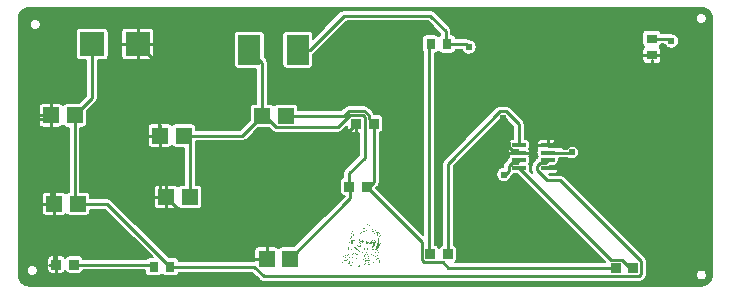
<source format=gtl>
G04 Layer: TopLayer*
G04 EasyEDA Pro v2.2.31.6, 2024-09-23 19:55:52*
G04 Gerber Generator version 0.3*
G04 Scale: 100 percent, Rotated: No, Reflected: No*
G04 Dimensions in millimeters*
G04 Leading zeros omitted, absolute positions, 3 integers and 5 decimals*
%FSLAX35Y35*%
%MOMM*%
%ADD10C,0.2032*%
%ADD11C,0.254*%
%ADD12R,1.41X1.35001*%
%ADD13R,0.8X0.9*%
%ADD14R,1.41X1.35001*%
%ADD15R,0.9X0.8*%
%ADD16R,2.07X2.05999*%
%ADD17R,1.9X2.49999*%
%ADD18R,0.80648X0.86401*%
%ADD19R,0.8142X0.86401*%
%ADD20R,0.80648X0.86401*%
%ADD21O,1.22199X0.36401*%
%ADD22C,0.61*%
G75*


G04 Copper Start*
G36*
G01X-53086Y-495300D02*
G02X38100Y-404114I91186J0D01*
G01X5727700Y-404114D01*
G02X5818886Y-495300I0J-91186D01*
G01X5818886Y-2667000D01*
G02X5727700Y-2758186I-91186J0D01*
G01X38100Y-2758186D01*
G02X-53086Y-2667000I0J91186D01*
G01X-53086Y-495300D01*
G37*
%LPC*%
G36*
G01X112014Y-2628900D02*
G03X14986Y-2628900I-48514J0D01*
G03X112014Y-2628900I48514J0D01*
G37*
G36*
G01X137414Y-546100D02*
G03X40386Y-546100I-48514J0D01*
G03X137414Y-546100I48514J0D01*
G37*
G36*
G01X373870Y-1961093D02*
G03X348544Y-1976355I4173J-35570D01*
G03X319044Y-1960850I-29500J-20308D01*
G01X178044Y-1960850D01*
G03X142230Y-1996664I0J-35814D01*
G01X142230Y-2131665D01*
G03X178044Y-2167479I35814J0D01*
G01X319044Y-2167479D01*
G03X348544Y-2151973I0J35814D01*
G03X378043Y-2167479I29500J20308D01*
G01X519044Y-2167479D01*
G03X554858Y-2131665I0J35814D01*
G01X554858Y-2112678D01*
G01X678682Y-2112678D01*
G01X1082754Y-2516750D01*
G01X1052172Y-2516750D01*
G03X1024701Y-2529586I0J-35814D01*
G01X493978Y-2529586D01*
G03X458560Y-2499086I-35418J-5314D01*
G01X377913Y-2499086D01*
G03X342900Y-2527366I0J-35814D01*
G03X307887Y-2499086I-35013J-7534D01*
G01X227240Y-2499086D01*
G03X191426Y-2534900I0J-35814D01*
G01X191426Y-2621300D01*
G03X227240Y-2657114I35814J0D01*
G01X307887Y-2657114D01*
G03X342900Y-2628834I0J35814D01*
G03X377913Y-2657114I35013J7534D01*
G01X458560Y-2657114D01*
G03X493978Y-2626614I0J35814D01*
G01X1016358Y-2626614D01*
G01X1016358Y-2642564D01*
G03X1052172Y-2678378I35814J0D01*
G01X1132172Y-2678378D01*
G03X1162174Y-2662121I0J35814D01*
G03X1192177Y-2678378I30002J19557D01*
G01X1272177Y-2678378D01*
G03X1307818Y-2646078I0J35814D01*
G01X1920081Y-2646078D01*
G01X1986609Y-2712606D01*
G03X2020913Y-2726815I34305J34305D01*
G01X5203647Y-2726815D01*
G03X5237951Y-2712606I0J48514D01*
G01X5254295Y-2696262D01*
G03X5268504Y-2661958I-34305J34305D01*
G01X5268504Y-2552444D01*
G03X5254295Y-2518139I-48514J0D01*
G01X4568383Y-1832228D01*
G03X4534079Y-1818018I-34305J-34305D01*
G01X4443729Y-1818018D01*
G01X4440935Y-1815225D01*
G01X4469307Y-1815225D01*
G03X4512450Y-1728711I0J54014D01*
G03X4520744Y-1679727I-43143J32499D01*
G01X4597188Y-1679727D01*
G03X4701291Y-1617290I38312J54127D01*
G03X4584932Y-1582699I-65791J-8310D01*
G01X4520736Y-1582699D01*
G03X4469307Y-1512175I-51429J16510D01*
G01X4383508Y-1512175D01*
G03X4340374Y-1598701I0J-54014D01*
G03X4340365Y-1663713I43134J-32512D01*
G03X4332437Y-1678625I43143J-32499D01*
G03X4330108Y-1680806I31976J-36485D01*
G01X4303103Y-1707811D01*
G03X4288893Y-1742115I34305J-34305D01*
G01X4288893Y-1780306D01*
G03X4294459Y-1802867I48514J0D01*
G01X4275913Y-1784321D01*
G03X4270235Y-1728711I-48821J23111D01*
G03X4270235Y-1663713I-43143J32499D01*
G03X4270226Y-1598701I-43143J32499D01*
G03X4232707Y-1512468I-43134J32512D01*
G01X4232707Y-1391756D01*
G03X4218497Y-1357451I-48514J0D01*
G01X4107455Y-1246409D01*
G03X4073150Y-1232199I-34305J-34305D01*
G01X4024770Y-1232199D01*
G03X3990466Y-1246409I0J-48514D01*
G01X3546232Y-1690642D01*
G03X3532022Y-1724947I34305J-34305D01*
G01X3532022Y-2411135D01*
G03X3505200Y-2438466I8190J-34865D01*
G03X3471012Y-2410195I-35013J-7534D01*
G01X3471012Y-792014D01*
G01X3475198Y-792014D01*
G03X3505200Y-775757I0J35814D01*
G03X3535202Y-792014I30002J19557D01*
G01X3615202Y-792014D01*
G03X3650844Y-759714I0J35814D01*
G01X3697045Y-759714D01*
G03X3813460Y-774724I62155J23114D01*
G03X3759875Y-670289I-54260J38124D01*
G03X3733800Y-662686I-26075J-40911D01*
G01X3650844Y-662686D01*
G03X3615202Y-630386I-35641J-3514D01*
G01X3611016Y-630386D01*
G01X3611016Y-603402D01*
G03X3596807Y-569098I-48514J0D01*
G01X3463305Y-435595D01*
G03X3429000Y-421386I-34305J-34305D01*
G01X2705100Y-421386D01*
G03X2670795Y-435595I0J-48514D01*
G01X2440902Y-665489D01*
G01X2440902Y-634999D01*
G03X2405088Y-599185I-35814J0D01*
G01X2215088Y-599185D01*
G03X2179274Y-634999I0J-35814D01*
G01X2179274Y-884998D01*
G03X2215088Y-920812I35814J0D01*
G01X2405088Y-920812D01*
G03X2440902Y-884998I0J35814D01*
G01X2440902Y-801020D01*
G03X2449306Y-794303I-25900J41022D01*
G01X2725195Y-518414D01*
G01X3408905Y-518414D01*
G01X3513988Y-623498D01*
G01X3513988Y-637345D01*
G03X3505200Y-646643I21214J-28855D01*
G03X3475198Y-630386I-30002J-19557D01*
G01X3395198Y-630386D01*
G03X3359384Y-666200I0J-35814D01*
G01X3359384Y-756200D01*
G03X3373984Y-785055I35814J0D01*
G01X3373984Y-2328338D01*
G01X2976046Y-1930400D01*
G01X2992541Y-1913905D01*
G03X3006750Y-1879600I-34305J34305D01*
G01X3006750Y-1462365D01*
G03X3034374Y-1427500I-8190J34865D01*
G01X3034374Y-1341100D01*
G03X2998560Y-1305286I-35814J0D01*
G01X2958960Y-1305286D01*
G03X2945692Y-1280493I-47572J-9511D01*
G01X2908495Y-1243295D01*
G03X2874190Y-1229086I-34305J-34305D01*
G01X2740937Y-1229086D01*
G03X2706633Y-1243295I0J-48514D01*
G01X2677642Y-1272286D01*
G01X2314514Y-1272286D01*
G01X2314514Y-1253299D01*
G03X2278700Y-1217485I-35814J0D01*
G01X2137700Y-1217485D01*
G03X2108200Y-1232991I0J-35814D01*
G03X2078700Y-1217485I-29500J-20308D01*
G01X2056714Y-1217485D01*
G01X2056714Y-868117D01*
G03X2042505Y-833813I-48514J0D01*
G01X2030895Y-822203D01*
G01X2030895Y-634999D01*
G03X1995081Y-599185I-35814J0D01*
G01X1805081Y-599185D01*
G03X1769267Y-634999I0J-35814D01*
G01X1769267Y-884998D01*
G03X1805081Y-920812I35814J0D01*
G01X1959686Y-920812D01*
G01X1959686Y-1217485D01*
G01X1937700Y-1217485D01*
G03X1901886Y-1253299I0J-35814D01*
G01X1901886Y-1358505D01*
G01X1822373Y-1438018D01*
G01X1451097Y-1438018D01*
G01X1451097Y-1419032D01*
G03X1415283Y-1383218I-35814J0D01*
G01X1274282Y-1383218D01*
G03X1244783Y-1398724I0J-35814D01*
G03X1215283Y-1383218I-29500J-20308D01*
G01X1074283Y-1383218D01*
G03X1038469Y-1419032I0J-35814D01*
G01X1038469Y-1554033D01*
G03X1074283Y-1589847I35814J0D01*
G01X1215283Y-1589847D01*
G03X1244783Y-1574341I0J35814D01*
G03X1274282Y-1589847I29500J20308D01*
G01X1347828Y-1589847D01*
G01X1347828Y-1903918D01*
G01X1325842Y-1903918D01*
G03X1296342Y-1919424I0J-35814D01*
G03X1266843Y-1903918I-29500J-20308D01*
G01X1125842Y-1903918D01*
G03X1090028Y-1939732I0J-35814D01*
G01X1090028Y-2074733D01*
G03X1125842Y-2110547I35814J0D01*
G01X1266843Y-2110547D01*
G03X1296342Y-2095041I0J35814D01*
G03X1325842Y-2110547I29500J20308D01*
G01X1466842Y-2110547D01*
G03X1502656Y-2074733I0J35814D01*
G01X1502656Y-1939732D01*
G03X1466842Y-1903918I-35814J0D01*
G01X1444856Y-1903918D01*
G01X1444856Y-1574234D01*
G03X1451097Y-1554033I-29573J20201D01*
G01X1451097Y-1535046D01*
G01X1842468Y-1535046D01*
G03X1876772Y-1520837I0J48514D01*
G01X1973495Y-1424114D01*
G01X2065448Y-1424114D01*
G01X2091838Y-1450505D01*
G03X2126143Y-1464715I34305J34305D01*
G01X2652682Y-1464715D01*
G03X2686987Y-1450505I0J48514D01*
G01X2731426Y-1406066D01*
G01X2731426Y-1427500D01*
G03X2767240Y-1463314I35814J0D01*
G01X2827273Y-1463314D01*
G01X2827273Y-1652354D01*
G01X2709759Y-1769869D01*
G03X2695550Y-1804173I34305J-34305D01*
G01X2695550Y-1839635D01*
G03X2667926Y-1874500I8190J-34865D01*
G01X2667926Y-1960900D01*
G03X2703740Y-1996714I35814J0D01*
G01X2708250Y-1996714D01*
G01X2708250Y-1999075D01*
G01X2282707Y-2424618D01*
G01X2177501Y-2424618D01*
G03X2148002Y-2440124I0J-35814D01*
G03X2118502Y-2424618I-29500J-20308D01*
G01X1977502Y-2424618D01*
G03X1941688Y-2460432I0J-35814D01*
G01X1941688Y-2549074D01*
G01X1940176Y-2549050D01*
G01X1307818Y-2549050D01*
G03X1272177Y-2516750I-35641J-3514D01*
G01X1219972Y-2516750D01*
G01X733081Y-2029859D01*
G03X698777Y-2015650I-34305J-34305D01*
G01X554858Y-2015650D01*
G01X554858Y-1996664D01*
G03X519044Y-1960850I-35814J0D01*
G01X470898Y-1960850D01*
G01X470898Y-1418179D01*
G01X492884Y-1418179D01*
G03X528698Y-1382365I0J35814D01*
G01X528698Y-1277159D01*
G01X603404Y-1202453D01*
G03X617614Y-1168149I-34305J34305D01*
G01X617614Y-850014D01*
G01X672600Y-850014D01*
G03X708414Y-814200I0J35814D01*
G01X708414Y-608200D01*
G03X672600Y-572386I-35814J0D01*
G01X465600Y-572386D01*
G03X429786Y-608200I0J-35814D01*
G01X429786Y-814200D01*
G03X465600Y-850014I35814J0D01*
G01X520586Y-850014D01*
G01X520586Y-1148053D01*
G01X457090Y-1211550D01*
G01X351884Y-1211550D01*
G03X322384Y-1227055I0J-35814D01*
G03X292885Y-1211550I-29500J-20308D01*
G01X151884Y-1211550D01*
G03X116070Y-1247364I0J-35814D01*
G01X116070Y-1382365D01*
G03X151884Y-1418179I35814J0D01*
G01X292885Y-1418179D01*
G03X322384Y-1402673I0J35814D01*
G03X351884Y-1418179I29500J20308D01*
G01X373870Y-1418179D01*
G01X373870Y-1961093D01*
G37*
G36*
G01X1094214Y-608200D02*
G03X1058400Y-572386I-35814J0D01*
G01X851400Y-572386D01*
G03X815586Y-608200I0J-35814D01*
G01X815586Y-814200D01*
G03X851400Y-850014I35814J0D01*
G01X1058400Y-850014D01*
G03X1094214Y-814200I0J35814D01*
G01X1094214Y-608200D01*
G37*
G36*
G01X5227282Y-765557D02*
G01X5227282Y-845557D01*
G03X5263096Y-881371I35814J0D01*
G01X5353096Y-881371D01*
G03X5388910Y-845557I0J35814D01*
G01X5388910Y-765557D01*
G03X5372653Y-735555I-35814J0D01*
G03X5387883Y-714066I-19557J30002D01*
G01X5413712Y-714066D01*
G03X5530890Y-719369I59988J28266D01*
G03X5469135Y-619643I-57190J33569D01*
G03X5453452Y-617038I-15683J-45909D01*
G01X5387883Y-617038D01*
G03X5353096Y-589738I-34787J-8514D01*
G01X5263096Y-589738D01*
G03X5227282Y-625552I0J-35814D01*
G01X5227282Y-705552D01*
G03X5243538Y-735555I35814J0D01*
G03X5227282Y-765557I19557J-30002D01*
G37*
G36*
G01X5776214Y-495300D02*
G03X5679186Y-495300I-48514J0D01*
G03X5776214Y-495300I48514J0D01*
G37*
G36*
G01X5776214Y-2667000D02*
G03X5679186Y-2667000I-48514J0D01*
G03X5776214Y-2667000I48514J0D01*
G37*
%LPD*%
G36*
G01X4044865Y-1329227D02*
G01X4053055Y-1329227D01*
G01X4135679Y-1411851D01*
G01X4135679Y-1512468D01*
G03X4098160Y-1598701I5615J-53722D01*
G03X4098150Y-1663713I43134J-32512D01*
G03X4090222Y-1678625I43143J-32499D01*
G03X4087893Y-1680806I31976J-36485D01*
G01X4060888Y-1707811D01*
G03X4046679Y-1742115I34305J-34305D01*
G01X4046679Y-1750575D01*
G03X4009854Y-1862858I10199J-65525D01*
G03X4122344Y-1826670I47024J46758D01*
G01X4129498Y-1819516D01*
G03X4133723Y-1814692I-34305J34305D01*
G03X4141293Y-1815225I7571J53481D01*
G01X4169598Y-1815225D01*
G01X4913060Y-2558687D01*
G01X3645184Y-2558687D01*
G03X3656674Y-2532400I-24324J26286D01*
G01X3656674Y-2446000D01*
G03X3629050Y-2411135I-35814J0D01*
G01X3629050Y-1745042D01*
G01X4044865Y-1329227D01*
G37*
G54D10*
G01X-53086Y-495300D02*
G02X38100Y-404114I91186J0D01*
G01X5727700Y-404114D01*
G02X5818886Y-495300I0J-91186D01*
G01X5818886Y-2667000D01*
G02X5727700Y-2758186I-91186J0D01*
G01X38100Y-2758186D01*
G02X-53086Y-2667000I0J91186D01*
G01X-53086Y-495300D01*
G01X112014Y-2628900D02*
G03X14986Y-2628900I-48514J0D01*
G03X112014Y-2628900I48514J0D01*
G01X137414Y-546100D02*
G03X40386Y-546100I-48514J0D01*
G03X137414Y-546100I48514J0D01*
G01X373870Y-1961093D02*
G03X348544Y-1976355I4173J-35570D01*
G03X319044Y-1960850I-29500J-20308D01*
G01X178044Y-1960850D01*
G03X142230Y-1996664I0J-35814D01*
G01X142230Y-2131665D01*
G03X178044Y-2167479I35814J0D01*
G01X319044Y-2167479D01*
G03X348544Y-2151973I0J35814D01*
G03X378043Y-2167479I29500J20308D01*
G01X519044Y-2167479D01*
G03X554858Y-2131665I0J35814D01*
G01X554858Y-2112678D01*
G01X678682Y-2112678D01*
G01X1082754Y-2516750D01*
G01X1052172Y-2516750D01*
G03X1024701Y-2529586I0J-35814D01*
G01X493978Y-2529586D01*
G03X458560Y-2499086I-35418J-5314D01*
G01X377913Y-2499086D01*
G03X342900Y-2527366I0J-35814D01*
G03X307887Y-2499086I-35013J-7534D01*
G01X227240Y-2499086D01*
G03X191426Y-2534900I0J-35814D01*
G01X191426Y-2621300D01*
G03X227240Y-2657114I35814J0D01*
G01X307887Y-2657114D01*
G03X342900Y-2628834I0J35814D01*
G03X377913Y-2657114I35013J7534D01*
G01X458560Y-2657114D01*
G03X493978Y-2626614I0J35814D01*
G01X1016358Y-2626614D01*
G01X1016358Y-2642564D01*
G03X1052172Y-2678378I35814J0D01*
G01X1132172Y-2678378D01*
G03X1162174Y-2662121I0J35814D01*
G03X1192177Y-2678378I30002J19557D01*
G01X1272177Y-2678378D01*
G03X1307818Y-2646078I0J35814D01*
G01X1920081Y-2646078D01*
G01X1986609Y-2712606D01*
G03X2020913Y-2726815I34305J34305D01*
G01X5203647Y-2726815D01*
G03X5237951Y-2712606I0J48514D01*
G01X5254295Y-2696262D01*
G03X5268504Y-2661958I-34305J34305D01*
G01X5268504Y-2552444D01*
G03X5254295Y-2518139I-48514J0D01*
G01X4568383Y-1832228D01*
G03X4534079Y-1818018I-34305J-34305D01*
G01X4443729Y-1818018D01*
G01X4440935Y-1815225D01*
G01X4469307Y-1815225D01*
G03X4512450Y-1728711I0J54014D01*
G03X4520744Y-1679727I-43143J32499D01*
G01X4597188Y-1679727D01*
G03X4701291Y-1617290I38312J54127D01*
G03X4584932Y-1582699I-65791J-8310D01*
G01X4520736Y-1582699D01*
G03X4469307Y-1512175I-51429J16510D01*
G01X4383508Y-1512175D01*
G03X4340374Y-1598701I0J-54014D01*
G03X4340365Y-1663713I43134J-32512D01*
G03X4332437Y-1678625I43143J-32499D01*
G03X4330108Y-1680806I31976J-36485D01*
G01X4303103Y-1707811D01*
G03X4288893Y-1742115I34305J-34305D01*
G01X4288893Y-1780306D01*
G03X4294459Y-1802867I48514J0D01*
G01X4275913Y-1784321D01*
G03X4270235Y-1728711I-48821J23111D01*
G03X4270235Y-1663713I-43143J32499D01*
G03X4270226Y-1598701I-43143J32499D01*
G03X4232707Y-1512468I-43134J32512D01*
G01X4232707Y-1391756D01*
G03X4218497Y-1357451I-48514J0D01*
G01X4107455Y-1246409D01*
G03X4073150Y-1232199I-34305J-34305D01*
G01X4024770Y-1232199D01*
G03X3990466Y-1246409I0J-48514D01*
G01X3546232Y-1690642D01*
G03X3532022Y-1724947I34305J-34305D01*
G01X3532022Y-2411135D01*
G03X3505200Y-2438466I8190J-34865D01*
G03X3471012Y-2410195I-35013J-7534D01*
G01X3471012Y-792014D01*
G01X3475198Y-792014D01*
G03X3505200Y-775757I0J35814D01*
G03X3535202Y-792014I30002J19557D01*
G01X3615202Y-792014D01*
G03X3650844Y-759714I0J35814D01*
G01X3697045Y-759714D01*
G03X3813460Y-774724I62155J23114D01*
G03X3759875Y-670289I-54260J38124D01*
G03X3733800Y-662686I-26075J-40911D01*
G01X3650844Y-662686D01*
G03X3615202Y-630386I-35641J-3514D01*
G01X3611016Y-630386D01*
G01X3611016Y-603402D01*
G03X3596807Y-569098I-48514J0D01*
G01X3463305Y-435595D01*
G03X3429000Y-421386I-34305J-34305D01*
G01X2705100Y-421386D01*
G03X2670795Y-435595I0J-48514D01*
G01X2440902Y-665489D01*
G01X2440902Y-634999D01*
G03X2405088Y-599185I-35814J0D01*
G01X2215088Y-599185D01*
G03X2179274Y-634999I0J-35814D01*
G01X2179274Y-884998D01*
G03X2215088Y-920812I35814J0D01*
G01X2405088Y-920812D01*
G03X2440902Y-884998I0J35814D01*
G01X2440902Y-801020D01*
G03X2449306Y-794303I-25900J41022D01*
G01X2725195Y-518414D01*
G01X3408905Y-518414D01*
G01X3513988Y-623498D01*
G01X3513988Y-637345D01*
G03X3505200Y-646643I21214J-28855D01*
G03X3475198Y-630386I-30002J-19557D01*
G01X3395198Y-630386D01*
G03X3359384Y-666200I0J-35814D01*
G01X3359384Y-756200D01*
G03X3373984Y-785055I35814J0D01*
G01X3373984Y-2328338D01*
G01X2976046Y-1930400D01*
G01X2992541Y-1913905D01*
G03X3006750Y-1879600I-34305J34305D01*
G01X3006750Y-1462365D01*
G03X3034374Y-1427500I-8190J34865D01*
G01X3034374Y-1341100D01*
G03X2998560Y-1305286I-35814J0D01*
G01X2958960Y-1305286D01*
G03X2945692Y-1280493I-47572J-9511D01*
G01X2908495Y-1243295D01*
G03X2874190Y-1229086I-34305J-34305D01*
G01X2740937Y-1229086D01*
G03X2706633Y-1243295I0J-48514D01*
G01X2677642Y-1272286D01*
G01X2314514Y-1272286D01*
G01X2314514Y-1253299D01*
G03X2278700Y-1217485I-35814J0D01*
G01X2137700Y-1217485D01*
G03X2108200Y-1232991I0J-35814D01*
G03X2078700Y-1217485I-29500J-20308D01*
G01X2056714Y-1217485D01*
G01X2056714Y-868117D01*
G03X2042505Y-833813I-48514J0D01*
G01X2030895Y-822203D01*
G01X2030895Y-634999D01*
G03X1995081Y-599185I-35814J0D01*
G01X1805081Y-599185D01*
G03X1769267Y-634999I0J-35814D01*
G01X1769267Y-884998D01*
G03X1805081Y-920812I35814J0D01*
G01X1959686Y-920812D01*
G01X1959686Y-1217485D01*
G01X1937700Y-1217485D01*
G03X1901886Y-1253299I0J-35814D01*
G01X1901886Y-1358505D01*
G01X1822373Y-1438018D01*
G01X1451097Y-1438018D01*
G01X1451097Y-1419032D01*
G03X1415283Y-1383218I-35814J0D01*
G01X1274282Y-1383218D01*
G03X1244783Y-1398724I0J-35814D01*
G03X1215283Y-1383218I-29500J-20308D01*
G01X1074283Y-1383218D01*
G03X1038469Y-1419032I0J-35814D01*
G01X1038469Y-1554033D01*
G03X1074283Y-1589847I35814J0D01*
G01X1215283Y-1589847D01*
G03X1244783Y-1574341I0J35814D01*
G03X1274282Y-1589847I29500J20308D01*
G01X1347828Y-1589847D01*
G01X1347828Y-1903918D01*
G01X1325842Y-1903918D01*
G03X1296342Y-1919424I0J-35814D01*
G03X1266843Y-1903918I-29500J-20308D01*
G01X1125842Y-1903918D01*
G03X1090028Y-1939732I0J-35814D01*
G01X1090028Y-2074733D01*
G03X1125842Y-2110547I35814J0D01*
G01X1266843Y-2110547D01*
G03X1296342Y-2095041I0J35814D01*
G03X1325842Y-2110547I29500J20308D01*
G01X1466842Y-2110547D01*
G03X1502656Y-2074733I0J35814D01*
G01X1502656Y-1939732D01*
G03X1466842Y-1903918I-35814J0D01*
G01X1444856Y-1903918D01*
G01X1444856Y-1574234D01*
G03X1451097Y-1554033I-29573J20201D01*
G01X1451097Y-1535046D01*
G01X1842468Y-1535046D01*
G03X1876772Y-1520837I0J48514D01*
G01X1973495Y-1424114D01*
G01X2065448Y-1424114D01*
G01X2091838Y-1450505D01*
G03X2126143Y-1464715I34305J34305D01*
G01X2652682Y-1464715D01*
G03X2686987Y-1450505I0J48514D01*
G01X2731426Y-1406066D01*
G01X2731426Y-1427500D01*
G03X2767240Y-1463314I35814J0D01*
G01X2827273Y-1463314D01*
G01X2827273Y-1652354D01*
G01X2709759Y-1769869D01*
G03X2695550Y-1804173I34305J-34305D01*
G01X2695550Y-1839635D01*
G03X2667926Y-1874500I8190J-34865D01*
G01X2667926Y-1960900D01*
G03X2703740Y-1996714I35814J0D01*
G01X2708250Y-1996714D01*
G01X2708250Y-1999075D01*
G01X2282707Y-2424618D01*
G01X2177501Y-2424618D01*
G03X2148002Y-2440124I0J-35814D01*
G03X2118502Y-2424618I-29500J-20308D01*
G01X1977502Y-2424618D01*
G03X1941688Y-2460432I0J-35814D01*
G01X1941688Y-2549074D01*
G01X1940176Y-2549050D01*
G01X1307818Y-2549050D01*
G03X1272177Y-2516750I-35641J-3514D01*
G01X1219972Y-2516750D01*
G01X733081Y-2029859D01*
G03X698777Y-2015650I-34305J-34305D01*
G01X554858Y-2015650D01*
G01X554858Y-1996664D01*
G03X519044Y-1960850I-35814J0D01*
G01X470898Y-1960850D01*
G01X470898Y-1418179D01*
G01X492884Y-1418179D01*
G03X528698Y-1382365I0J35814D01*
G01X528698Y-1277159D01*
G01X603404Y-1202453D01*
G03X617614Y-1168149I-34305J34305D01*
G01X617614Y-850014D01*
G01X672600Y-850014D01*
G03X708414Y-814200I0J35814D01*
G01X708414Y-608200D01*
G03X672600Y-572386I-35814J0D01*
G01X465600Y-572386D01*
G03X429786Y-608200I0J-35814D01*
G01X429786Y-814200D01*
G03X465600Y-850014I35814J0D01*
G01X520586Y-850014D01*
G01X520586Y-1148053D01*
G01X457090Y-1211550D01*
G01X351884Y-1211550D01*
G03X322384Y-1227055I0J-35814D01*
G03X292885Y-1211550I-29500J-20308D01*
G01X151884Y-1211550D01*
G03X116070Y-1247364I0J-35814D01*
G01X116070Y-1382365D01*
G03X151884Y-1418179I35814J0D01*
G01X292885Y-1418179D01*
G03X322384Y-1402673I0J35814D01*
G03X351884Y-1418179I29500J20308D01*
G01X373870Y-1418179D01*
G01X373870Y-1961093D01*
G01X1094214Y-608200D02*
G03X1058400Y-572386I-35814J0D01*
G01X851400Y-572386D01*
G03X815586Y-608200I0J-35814D01*
G01X815586Y-814200D01*
G03X851400Y-850014I35814J0D01*
G01X1058400Y-850014D01*
G03X1094214Y-814200I0J35814D01*
G01X1094214Y-608200D01*
G01X5227282Y-765557D02*
G01X5227282Y-845557D01*
G03X5263096Y-881371I35814J0D01*
G01X5353096Y-881371D01*
G03X5388910Y-845557I0J35814D01*
G01X5388910Y-765557D01*
G03X5372653Y-735555I-35814J0D01*
G03X5387883Y-714066I-19557J30002D01*
G01X5413712Y-714066D01*
G03X5530890Y-719369I59988J28266D01*
G03X5469135Y-619643I-57190J33569D01*
G03X5453452Y-617038I-15683J-45909D01*
G01X5387883Y-617038D01*
G03X5353096Y-589738I-34787J-8514D01*
G01X5263096Y-589738D01*
G03X5227282Y-625552I0J-35814D01*
G01X5227282Y-705552D01*
G03X5243538Y-735555I35814J0D01*
G03X5227282Y-765557I19557J-30002D01*
G01X5776214Y-495300D02*
G03X5679186Y-495300I-48514J0D01*
G03X5776214Y-495300I48514J0D01*
G01X5776214Y-2667000D02*
G03X5679186Y-2667000I-48514J0D01*
G03X5776214Y-2667000I48514J0D01*
G01X4044865Y-1329227D02*
G01X4053055Y-1329227D01*
G01X4135679Y-1411851D01*
G01X4135679Y-1512468D01*
G03X4098160Y-1598701I5615J-53722D01*
G03X4098150Y-1663713I43134J-32512D01*
G03X4090222Y-1678625I43143J-32499D01*
G03X4087893Y-1680806I31976J-36485D01*
G01X4060888Y-1707811D01*
G03X4046679Y-1742115I34305J-34305D01*
G01X4046679Y-1750575D01*
G03X4009854Y-1862858I10199J-65525D01*
G03X4122344Y-1826670I47024J46758D01*
G01X4129498Y-1819516D01*
G03X4133723Y-1814692I-34305J34305D01*
G03X4141293Y-1815225I7571J53481D01*
G01X4169598Y-1815225D01*
G01X4913060Y-2558687D01*
G01X3645184Y-2558687D01*
G03X3656674Y-2532400I-24324J26286D01*
G01X3656674Y-2446000D01*
G03X3629050Y-2411135I-35814J0D01*
G01X3629050Y-1745042D01*
G01X4044865Y-1329227D01*
G54D11*
G01X152138Y-1314864D02*
G01X126230Y-1314864D01*
G01X222385Y-1247618D02*
G01X222385Y-1221710D01*
G01X222385Y-1382111D02*
G01X222385Y-1408019D01*
G01X2807564Y-1427246D02*
G01X2807564Y-1453154D01*
G01X1126096Y-2007232D02*
G01X1100188Y-2007232D01*
G01X1196343Y-1939986D02*
G01X1196343Y-1914078D01*
G01X1196343Y-2074479D02*
G01X1196343Y-2100387D01*
G01X227494Y-2578100D02*
G01X201586Y-2578100D01*
G01X267564Y-2535154D02*
G01X267564Y-2509246D01*
G01X267564Y-2621046D02*
G01X267564Y-2646954D01*
G01X1977756Y-2527932D02*
G01X1951848Y-2527932D01*
G01X2048002Y-2460686D02*
G01X2048002Y-2434778D01*
G01X178298Y-2064164D02*
G01X152390Y-2064164D01*
G01X248544Y-1996918D02*
G01X248544Y-1971010D01*
G01X248544Y-2131411D02*
G01X248544Y-2157319D01*
G01X1058146Y-711200D02*
G01X1084054Y-711200D01*
G01X851654Y-711200D02*
G01X825746Y-711200D01*
G01X954900Y-813946D02*
G01X954900Y-839854D01*
G01X954900Y-608454D02*
G01X954900Y-582546D01*
G01X1074537Y-1486532D02*
G01X1048629Y-1486532D01*
G01X1144783Y-1419286D02*
G01X1144783Y-1393378D01*
G01X1144783Y-1553779D02*
G01X1144783Y-1579687D01*
G01X4123347Y-1631213D02*
G01X4097439Y-1631213D01*
G01X4245039Y-1631213D02*
G01X4270947Y-1631213D01*
G01X4487253Y-1761211D02*
G01X4513161Y-1761211D01*
G01X4365562Y-1566189D02*
G01X4339654Y-1566189D01*
G01X4487253Y-1566189D02*
G01X4513161Y-1566189D01*
G01X4426407Y-1548243D02*
G01X4426407Y-1522335D01*
G01X5308096Y-845303D02*
G01X5308096Y-871211D01*
G01X5263350Y-805557D02*
G01X5237442Y-805557D01*
G01X5352842Y-805557D02*
G01X5378750Y-805557D01*
G04 Copper End*

G04 Image Start*
G36*
G01X2910544Y-2246155D02*
G01X2910544Y-2246155D01*
G01X2908734Y-2247836D01*
G01X2908734Y-2247836D01*
G01X2907588Y-2249082D01*
G01X2907588Y-2249082D01*
G01X2906803Y-2250205D01*
G01X2906803Y-2250205D01*
G01X2906485Y-2250766D01*
G01X2906485Y-2250766D01*
G01X2904736Y-2253504D01*
G01X2904736Y-2253504D01*
G01X2902765Y-2256888D01*
G01X2902765Y-2256888D01*
G01X2902339Y-2258023D01*
G01X2902339Y-2258023D01*
G01X2902074Y-2259280D01*
G01X2902074Y-2259280D01*
G01X2901790Y-2260782D01*
G01X2901883Y-2261203D01*
G01X2902416Y-2260379D01*
G01X2902416Y-2260379D01*
G01X2903098Y-2258665D01*
G01X2903247Y-2257775D01*
G01X2905778Y-2253837D01*
G01X2905778Y-2253837D01*
G01X2908787Y-2249134D01*
G01X2909264Y-2248369D01*
G01X2909709Y-2248369D01*
G01X2909709Y-2248369D01*
G01X2910470Y-2247931D01*
G01X2910470Y-2247931D01*
G01X2911591Y-2246833D01*
G01X2912397Y-2246172D01*
G01X2912556Y-2246395D01*
G01X2912556Y-2246395D01*
G01X2913922Y-2246902D01*
G01X2913922Y-2246902D01*
G01X2916939Y-2247440D01*
G01X2916939Y-2247440D01*
G01X2920800Y-2248354D01*
G01X2920800Y-2248354D01*
G01X2923937Y-2249307D01*
G01X2923937Y-2249307D01*
G01X2925626Y-2249836D01*
G01X2925626Y-2249836D01*
G01X2926704Y-2250313D01*
G01X2926704Y-2250313D01*
G01X2928514Y-2251255D01*
G01X2928514Y-2251255D01*
G01X2930694Y-2252377D01*
G01X2930694Y-2252377D01*
G01X2932432Y-2253468D01*
G01X2932432Y-2253468D01*
G01X2934242Y-2254785D01*
G01X2934242Y-2254785D01*
G01X2936124Y-2255966D01*
G01X2936124Y-2255966D01*
G01X2937907Y-2256967D01*
G01X2937907Y-2256967D01*
G01X2939837Y-2258248D01*
G01X2939837Y-2258248D01*
G01X2942476Y-2260064D01*
G01X2942476Y-2260064D01*
G01X2944536Y-2261841D01*
G01X2945070Y-2262616D01*
G01X2945617Y-2262693D01*
G01X2946165Y-2262770D01*
G01X2946381Y-2263323D01*
G01X2946381Y-2263323D01*
G01X2947996Y-2264814D01*
G01X2947996Y-2264814D01*
G01X2950594Y-2266950D01*
G01X2950594Y-2266950D01*
G01X2952103Y-2268150D01*
G01X2952103Y-2268150D01*
G01X2952413Y-2268377D01*
G01X2952413Y-2268377D01*
G01X2953137Y-2269409D01*
G01X2953137Y-2269409D01*
G01X2953861Y-2270424D01*
G01X2953861Y-2270424D01*
G01X2954577Y-2271248D01*
G01X2954577Y-2271248D01*
G01X2955603Y-2271981D01*
G01X2955603Y-2271981D01*
G01X2956395Y-2273010D01*
G01X2956395Y-2273010D01*
G01X2957474Y-2274389D01*
G01X2957474Y-2274389D01*
G01X2958439Y-2275314D01*
G01X2958439Y-2275314D01*
G01X2959803Y-2276846D01*
G01X2959803Y-2276846D01*
G01X2961301Y-2278894D01*
G01X2961301Y-2278894D01*
G01X2962198Y-2280013D01*
G01X2962198Y-2280013D01*
G01X2962789Y-2280042D01*
G01X2962789Y-2280042D01*
G01X2962861Y-2280392D01*
G01X2962735Y-2280860D01*
G01X2963103Y-2280998D01*
G01X2963103Y-2280998D01*
G01X2963623Y-2281729D01*
G01X2963776Y-2282322D01*
G01X2964121Y-2282192D01*
G01X2964466Y-2282063D01*
G01X2964825Y-2282563D01*
G01X2964825Y-2282563D01*
G01X2965053Y-2283268D01*
G01X2965053Y-2283268D01*
G01X2965364Y-2284527D01*
G01X2965364Y-2284527D01*
G01X2966229Y-2285711D01*
G01X2966229Y-2285711D01*
G01X2966651Y-2286037D01*
G01X2966651Y-2286037D01*
G01X2968140Y-2288435D01*
G01X2968140Y-2288435D01*
G01X2970073Y-2291766D01*
G01X2970073Y-2291766D01*
G01X2971150Y-2293826D01*
G01X2971150Y-2293826D01*
G01X2971966Y-2294760D01*
G01X2971966Y-2294760D01*
G01X2972312Y-2295613D01*
G01X2972312Y-2295613D01*
G01X2973275Y-2298145D01*
G01X2973275Y-2298145D01*
G01X2974256Y-2300411D01*
G01X2974256Y-2300411D01*
G01X2975010Y-2301666D01*
G01X2975010Y-2301666D01*
G01X2975580Y-2302732D01*
G01X2975580Y-2302732D01*
G01X2975907Y-2303597D01*
G01X2975907Y-2303597D01*
G01X2976362Y-2304650D01*
G01X2976362Y-2304650D01*
G01X2977237Y-2307205D01*
G01X2977237Y-2307205D01*
G01X2978484Y-2309962D01*
G01X2978484Y-2309962D01*
G01X2979200Y-2311881D01*
G01X2979200Y-2311881D01*
G01X2980070Y-2315129D01*
G01X2980070Y-2315129D01*
G01X2981031Y-2317484D01*
G01X2981031Y-2317484D01*
G01X2981611Y-2318779D01*
G01X2981611Y-2318779D01*
G01X2982271Y-2320899D01*
G01X2982271Y-2320899D01*
G01X2982860Y-2322182D01*
G01X2982860Y-2322182D01*
G01X2983061Y-2323223D01*
G01X2983061Y-2324041D01*
G01X2983451Y-2324461D01*
G01X2983451Y-2324461D01*
G01X2984181Y-2326363D01*
G01X2984181Y-2326363D01*
G01X2984593Y-2328159D01*
G01X2984593Y-2328159D01*
G01X2984888Y-2328630D01*
G01X2984888Y-2328630D01*
G01X2985133Y-2329965D01*
G01X2985133Y-2329965D01*
G01X2985410Y-2332982D01*
G01X2985410Y-2332982D01*
G01X2985811Y-2334964D01*
G01X2985811Y-2334964D01*
G01X2985957Y-2333890D01*
G01X2985957Y-2333890D01*
G01X2986165Y-2332673D01*
G01X2986165Y-2332673D01*
G01X2986868Y-2333674D01*
G01X2986868Y-2333674D01*
G01X2987658Y-2335970D01*
G01X2987658Y-2335970D01*
G01X2988314Y-2337972D01*
G01X2988314Y-2337972D01*
G01X2989006Y-2338866D01*
G01X2989336Y-2339055D01*
G01X2989336Y-2339956D01*
G01X2989336Y-2339956D01*
G01X2989674Y-2341652D01*
G01X2989674Y-2341652D01*
G01X2990176Y-2343859D01*
G01X2990176Y-2343859D01*
G01X2990816Y-2346920D01*
G01X2990816Y-2346920D01*
G01X2991506Y-2349275D01*
G01X2991506Y-2349275D01*
G01X2991868Y-2350806D01*
G01X2991868Y-2350806D01*
G01X2992078Y-2352229D01*
G01X2992078Y-2352229D01*
G01X2992279Y-2353053D01*
G01X2992279Y-2353053D01*
G01X2992593Y-2354546D01*
G01X2992593Y-2354546D01*
G01X2993196Y-2356548D01*
G01X2993624Y-2357282D01*
G01X2993774Y-2358825D01*
G01X2993924Y-2360369D01*
G01X2993458Y-2361298D01*
G01X2992991Y-2362227D01*
G01X2993230Y-2362462D01*
G01X2993468Y-2362698D01*
G01X2993687Y-2362345D01*
G01X2993687Y-2362345D01*
G01X2994155Y-2361638D01*
G01X2994403Y-2361285D01*
G01X2994629Y-2361627D01*
G01X2994629Y-2361627D01*
G01X2994719Y-2362627D01*
G01X2994585Y-2363285D01*
G01X2994850Y-2363597D01*
G01X2994850Y-2363597D01*
G01X2995253Y-2365894D01*
G01X2995253Y-2365894D01*
G01X2995597Y-2368703D01*
G01X2995597Y-2368703D01*
G01X2995960Y-2371165D01*
G01X2995960Y-2371165D01*
G01X2996314Y-2373049D01*
G01X2996314Y-2373049D01*
G01X2996814Y-2375179D01*
G01X2996814Y-2375179D01*
G01X2997282Y-2378122D01*
G01X2997282Y-2378122D01*
G01X2997792Y-2379771D01*
G01X2997792Y-2379771D01*
G01X2998402Y-2381456D01*
G01X2998668Y-2382552D01*
G01X2998358Y-2382436D01*
G01X2998049Y-2382320D01*
G01X2997957Y-2381340D01*
G01X2997866Y-2380359D01*
G01X2997824Y-2381546D01*
G01X2997782Y-2382732D01*
G01X2998237Y-2383604D01*
G01X2998237Y-2383604D01*
G01X2998881Y-2385361D01*
G01X2998881Y-2385361D01*
G01X2999122Y-2386905D01*
G01X2999122Y-2386905D01*
G01X2999514Y-2387964D01*
G01X2999514Y-2387964D01*
G01X3000137Y-2389190D01*
G01X3000137Y-2389190D01*
G01X3000425Y-2390956D01*
G01X3000425Y-2390956D01*
G01X3000399Y-2392605D01*
G01X3000399Y-2392605D01*
G01X3000512Y-2394724D01*
G01X3000512Y-2394724D01*
G01X3000796Y-2397197D01*
G01X3000796Y-2397197D01*
G01X3000921Y-2398950D01*
G01X3000921Y-2398950D01*
G01X3001298Y-2402247D01*
G01X3001693Y-2404850D01*
G01X3001589Y-2406969D01*
G01X3001589Y-2406969D01*
G01X3001669Y-2409898D01*
G01X3001854Y-2410706D01*
G01X3001600Y-2411169D01*
G01X3001346Y-2411631D01*
G01X3001375Y-2414290D01*
G01X3001403Y-2416948D01*
G01X3001055Y-2418254D01*
G01X3001055Y-2418254D01*
G01X3000458Y-2419976D01*
G01X3000210Y-2420392D01*
G01X3000171Y-2418391D01*
G01X3000171Y-2418391D01*
G01X3000053Y-2414858D01*
G01X3000053Y-2414858D01*
G01X2999716Y-2412150D01*
G01X2999716Y-2412150D01*
G01X2999008Y-2408029D01*
G01X2999008Y-2408029D01*
G01X2998309Y-2404026D01*
G01X2998309Y-2404026D01*
G01X2997760Y-2401248D01*
G01X2997760Y-2401248D01*
G01X2997258Y-2399409D01*
G01X2997258Y-2399409D01*
G01X2997058Y-2398254D01*
G01X2997058Y-2397220D01*
G01X2996638Y-2396991D01*
G01X2996638Y-2396991D01*
G01X2996394Y-2396588D01*
G01X2996394Y-2396588D01*
G01X2996336Y-2396140D01*
G01X2996336Y-2396140D01*
G01X2996001Y-2394705D01*
G01X2996001Y-2394705D01*
G01X2995738Y-2393076D01*
G01X2995738Y-2393076D01*
G01X2995358Y-2392207D01*
G01X2995358Y-2392207D01*
G01X2994921Y-2390323D01*
G01X2994921Y-2390323D01*
G01X2994665Y-2384480D01*
G01X2994665Y-2384480D01*
G01X2994504Y-2379417D01*
G01X2994504Y-2379417D01*
G01X2994152Y-2376003D01*
G01X2994152Y-2376003D01*
G01X2993695Y-2371764D01*
G01X2993695Y-2371764D01*
G01X2993245Y-2369409D01*
G01X2993245Y-2369409D01*
G01X2992628Y-2367458D01*
G01X2992628Y-2367458D01*
G01X2992213Y-2365339D01*
G01X2992213Y-2365339D01*
G01X2991895Y-2363536D01*
G01X2991595Y-2362725D01*
G01X2991431Y-2363142D01*
G01X2991431Y-2363142D01*
G01X2991402Y-2364088D01*
G01X2991402Y-2364088D01*
G01X2991771Y-2366483D01*
G01X2991771Y-2366483D01*
G01X2992244Y-2369998D01*
G01X2992244Y-2369998D01*
G01X2992586Y-2373581D01*
G01X2992586Y-2373581D01*
G01X2992941Y-2376407D01*
G01X2993195Y-2377298D01*
G01X2993042Y-2378766D01*
G01X2992890Y-2380234D01*
G01X2993121Y-2380532D01*
G01X2993121Y-2380532D01*
G01X2993315Y-2382041D01*
G01X2993315Y-2382041D01*
G01X2992966Y-2383984D01*
G01X2992966Y-2383984D01*
G01X2992323Y-2384716D01*
G01X2992323Y-2384716D01*
G01X2991990Y-2384805D01*
G01X2991990Y-2384805D01*
G01X2992383Y-2385806D01*
G01X2992383Y-2385806D01*
G01X2992988Y-2388130D01*
G01X2992988Y-2388130D01*
G01X2993203Y-2389779D01*
G01X2993203Y-2389779D01*
G01X2993097Y-2392369D01*
G01X2993097Y-2392369D01*
G01X2992745Y-2397314D01*
G01X2992745Y-2397314D01*
G01X2992248Y-2401671D01*
G01X2992248Y-2401671D01*
G01X2991800Y-2404615D01*
G01X2991800Y-2404615D01*
G01X2991212Y-2406560D01*
G01X2991212Y-2406560D01*
G01X2990653Y-2408680D01*
G01X2990653Y-2408680D01*
G01X2990184Y-2410737D01*
G01X2990184Y-2410737D01*
G01X2989098Y-2414152D01*
G01X2989098Y-2414152D01*
G01X2988102Y-2417084D01*
G01X2988102Y-2417084D01*
G01X2987888Y-2417835D01*
G01X2987888Y-2417835D01*
G01X2987646Y-2418508D01*
G01X2987646Y-2418508D01*
G01X2987404Y-2419288D01*
G01X2987404Y-2419288D01*
G01X2986656Y-2421805D01*
G01X2986656Y-2421805D01*
G01X2985561Y-2424072D01*
G01X2985561Y-2424072D01*
G01X2985081Y-2425367D01*
G01X2985081Y-2425367D01*
G01X2984832Y-2426633D01*
G01X2984713Y-2426986D01*
G01X2984351Y-2426318D01*
G01X2984351Y-2426318D01*
G01X2984041Y-2424787D01*
G01X2984041Y-2424787D01*
G01X2984060Y-2423263D01*
G01X2984026Y-2422602D01*
G01X2983762Y-2422761D01*
G01X2983498Y-2422920D01*
G01X2983569Y-2425895D01*
G01X2983640Y-2428870D01*
G01X2983025Y-2430225D01*
G01X2983025Y-2430225D01*
G01X2982021Y-2432000D01*
G01X2982021Y-2432000D01*
G01X2981257Y-2433235D01*
G01X2981257Y-2433235D01*
G01X2980222Y-2435210D01*
G01X2980222Y-2435210D01*
G01X2979260Y-2436466D01*
G01X2978959Y-2436562D01*
G01X2978959Y-2436201D01*
G01X2978959Y-2436201D01*
G01X2978631Y-2435652D01*
G01X2978631Y-2435652D01*
G01X2978143Y-2434613D01*
G01X2977984Y-2433762D01*
G01X2978361Y-2433457D01*
G01X2978739Y-2433151D01*
G01X2978593Y-2432503D01*
G01X2978593Y-2432503D01*
G01X2978714Y-2429892D01*
G01X2978714Y-2429892D01*
G01X2979485Y-2426633D01*
G01X2979485Y-2426633D01*
G01X2980226Y-2424749D01*
G01X2980226Y-2424749D01*
G01X2980616Y-2423901D01*
G01X2980616Y-2423901D01*
G01X2981423Y-2422684D01*
G01X2981423Y-2422684D01*
G01X2982234Y-2421115D01*
G01X2982234Y-2421115D01*
G01X2982749Y-2420308D01*
G01X2982749Y-2420308D01*
G01X2983145Y-2419487D01*
G01X2983182Y-2418862D01*
G01X2983544Y-2418860D01*
G01X2983544Y-2418860D01*
G01X2984207Y-2418224D01*
G01X2984207Y-2418224D01*
G01X2984510Y-2417107D01*
G01X2984510Y-2417107D01*
G01X2985254Y-2414858D01*
G01X2985254Y-2414858D01*
G01X2986095Y-2412386D01*
G01X2986095Y-2412386D01*
G01X2986343Y-2410914D01*
G01X2986494Y-2410149D01*
G01X2986226Y-2410149D01*
G01X2986226Y-2410149D01*
G01X2985957Y-2410384D01*
G01X2985957Y-2410384D01*
G01X2985688Y-2410620D01*
G01X2985419Y-2410620D01*
G01X2985772Y-2410090D01*
G01X2985772Y-2410090D01*
G01X2986304Y-2408620D01*
G01X2986304Y-2408620D01*
G01X2986637Y-2407442D01*
G01X2986637Y-2407442D01*
G01X2986924Y-2407911D01*
G01X2987057Y-2408618D01*
G01X2987428Y-2407911D01*
G01X2987428Y-2407911D01*
G01X2988136Y-2406686D01*
G01X2988136Y-2406686D01*
G01X2988295Y-2405994D01*
G01X2988295Y-2405994D01*
G01X2987748Y-2406336D01*
G01X2987748Y-2406336D01*
G01X2987129Y-2406852D01*
G01X2986880Y-2406852D01*
G01X2987037Y-2405851D01*
G01X2987037Y-2405851D01*
G01X2987534Y-2403790D01*
G01X2987534Y-2403790D01*
G01X2988230Y-2401553D01*
G01X2988230Y-2401553D01*
G01X2988866Y-2398963D01*
G01X2988866Y-2398963D01*
G01X2989330Y-2396608D01*
G01X2989330Y-2396608D01*
G01X2990125Y-2392722D01*
G01X2990125Y-2392722D01*
G01X2990962Y-2388415D01*
G01X2991188Y-2387051D01*
G01X2990969Y-2386920D01*
G01X2990969Y-2386920D01*
G01X2990635Y-2386902D01*
G01X2990635Y-2386902D01*
G01X2990172Y-2388868D01*
G01X2990172Y-2388868D01*
G01X2989567Y-2392487D01*
G01X2989567Y-2392487D01*
G01X2989039Y-2395077D01*
G01X2989039Y-2395077D01*
G01X2987997Y-2399081D01*
G01X2987997Y-2399081D01*
G01X2986586Y-2404026D01*
G01X2986586Y-2404026D01*
G01X2985590Y-2406417D01*
G01X2985590Y-2406417D01*
G01X2985230Y-2407712D01*
G01X2985230Y-2407712D01*
G01X2984857Y-2409442D01*
G01X2984857Y-2409442D01*
G01X2983921Y-2411679D01*
G01X2983921Y-2411679D01*
G01X2982924Y-2413799D01*
G01X2982924Y-2413799D01*
G01X2982098Y-2415329D01*
G01X2982098Y-2415329D01*
G01X2981373Y-2416978D01*
G01X2981373Y-2416978D01*
G01X2980868Y-2418273D01*
G01X2980868Y-2418273D01*
G01X2979552Y-2420605D01*
G01X2979552Y-2420605D01*
G01X2977900Y-2423471D01*
G01X2977900Y-2423471D01*
G01X2976666Y-2425447D01*
G01X2976666Y-2425447D01*
G01X2974952Y-2427923D01*
G01X2974952Y-2427923D01*
G01X2973557Y-2430023D01*
G01X2973557Y-2430023D01*
G01X2972661Y-2431191D01*
G01X2972661Y-2431191D01*
G01X2971709Y-2432318D01*
G01X2971709Y-2432318D01*
G01X2970844Y-2433893D01*
G01X2970844Y-2433893D01*
G01X2969883Y-2434884D01*
G01X2969328Y-2435090D01*
G01X2968807Y-2436272D01*
G01X2968286Y-2437454D01*
G01X2967233Y-2438402D01*
G01X2967233Y-2438402D01*
G01X2965853Y-2439349D01*
G01X2965853Y-2439349D01*
G01X2963873Y-2441145D01*
G01X2963873Y-2441145D01*
G01X2961575Y-2443205D01*
G01X2961575Y-2443205D01*
G01X2959416Y-2444765D01*
G01X2959416Y-2444765D01*
G01X2957028Y-2446531D01*
G01X2957028Y-2446531D01*
G01X2955838Y-2447414D01*
G01X2955838Y-2447414D01*
G01X2955054Y-2447827D01*
G01X2955054Y-2447827D01*
G01X2954585Y-2447605D01*
G01X2954585Y-2447605D01*
G01X2954826Y-2447238D01*
G01X2954826Y-2447238D01*
G01X2955068Y-2446753D01*
G01X2955068Y-2446753D01*
G01X2954835Y-2446414D01*
G01X2954835Y-2446414D01*
G01X2954444Y-2447577D01*
G01X2954286Y-2448740D01*
G01X2953772Y-2449204D01*
G01X2953772Y-2449204D01*
G01X2952269Y-2449924D01*
G01X2952269Y-2449924D01*
G01X2950459Y-2450760D01*
G01X2950459Y-2450760D01*
G01X2948749Y-2451817D01*
G01X2948749Y-2451817D01*
G01X2947719Y-2452518D01*
G01X2947719Y-2452518D01*
G01X2946821Y-2453110D01*
G01X2946821Y-2453110D01*
G01X2945475Y-2453478D01*
G01X2945475Y-2453478D01*
G01X2942834Y-2454656D01*
G01X2942834Y-2454656D01*
G01X2940478Y-2455833D01*
G01X2940478Y-2455833D01*
G01X2938588Y-2456534D01*
G01X2938588Y-2456534D01*
G01X2936851Y-2457476D01*
G01X2936851Y-2457476D01*
G01X2936019Y-2457717D01*
G01X2936019Y-2457717D01*
G01X2935024Y-2458087D01*
G01X2934710Y-2458456D01*
G01X2934252Y-2458339D01*
G01X2934252Y-2458339D01*
G01X2932184Y-2458814D01*
G01X2932184Y-2458814D01*
G01X2930293Y-2459632D01*
G01X2930013Y-2459859D01*
G01X2929869Y-2459632D01*
G01X2929869Y-2459632D01*
G01X2930736Y-2458561D01*
G01X2930736Y-2458561D01*
G01X2932177Y-2457717D01*
G01X2932177Y-2457717D01*
G01X2932851Y-2457273D01*
G01X2932851Y-2457273D01*
G01X2933644Y-2456688D01*
G01X2933644Y-2456688D01*
G01X2935279Y-2455531D01*
G01X2935279Y-2455531D01*
G01X2938055Y-2453201D01*
G01X2938055Y-2453201D01*
G01X2941554Y-2450012D01*
G01X2941554Y-2450012D01*
G01X2944510Y-2446925D01*
G01X2944510Y-2446925D01*
G01X2945656Y-2445391D01*
G01X2945656Y-2445391D01*
G01X2946552Y-2443916D01*
G01X2946552Y-2443916D01*
G01X2947764Y-2442447D01*
G01X2947764Y-2442447D01*
G01X2948443Y-2441446D01*
G01X2948443Y-2441446D01*
G01X2949017Y-2440762D01*
G01X2949017Y-2440762D01*
G01X2949795Y-2439887D01*
G01X2949795Y-2439887D01*
G01X2950911Y-2438072D01*
G01X2950911Y-2438072D01*
G01X2951655Y-2437004D01*
G01X2951655Y-2437004D01*
G01X2952857Y-2435385D01*
G01X2952857Y-2435385D01*
G01X2953727Y-2433676D01*
G01X2953727Y-2433676D01*
G01X2953975Y-2433314D01*
G01X2954361Y-2433170D01*
G01X2956765Y-2428347D01*
G01X2956765Y-2428347D01*
G01X2959189Y-2423136D01*
G01X2959189Y-2423136D01*
G01X2959909Y-2421687D01*
G01X2959909Y-2421687D01*
G01X2960886Y-2420039D01*
G01X2960886Y-2420039D01*
G01X2961425Y-2418862D01*
G01X2961425Y-2418862D01*
G01X2962421Y-2417538D01*
G01X2962421Y-2417538D01*
G01X2963419Y-2416466D01*
G01X2963419Y-2416466D01*
G01X2964384Y-2415081D01*
G01X2964384Y-2415081D01*
G01X2965641Y-2413445D01*
G01X2965641Y-2413445D01*
G01X2966433Y-2412445D01*
G01X2966433Y-2412445D01*
G01X2966534Y-2412032D01*
G01X2966534Y-2412032D01*
G01X2965482Y-2412598D01*
G01X2965482Y-2412598D01*
G01X2963804Y-2414070D01*
G01X2963043Y-2414976D01*
G01X2963177Y-2413799D01*
G01X2963177Y-2413799D01*
G01X2963527Y-2412150D01*
G01X2963527Y-2412150D01*
G01X2964117Y-2410620D01*
G01X2964117Y-2410620D01*
G01X2965313Y-2407182D01*
G01X2965313Y-2407182D01*
G01X2966303Y-2403885D01*
G01X2966303Y-2403885D01*
G01X2966688Y-2402700D01*
G01X2966688Y-2402700D01*
G01X2967263Y-2401051D01*
G01X2967263Y-2401051D01*
G01X2967841Y-2399198D01*
G01X2967841Y-2399198D01*
G01X2968214Y-2398139D01*
G01X2968214Y-2398139D01*
G01X2968858Y-2395784D01*
G01X2968858Y-2395784D01*
G01X2969790Y-2392134D01*
G01X2969790Y-2392134D01*
G01X2970763Y-2388013D01*
G01X2970763Y-2388013D01*
G01X2971478Y-2384480D01*
G01X2971478Y-2384480D01*
G01X2971807Y-2382243D01*
G01X2971951Y-2381301D01*
G01X2971570Y-2382361D01*
G01X2971570Y-2382361D01*
G01X2970987Y-2384245D01*
G01X2970987Y-2384245D01*
G01X2970080Y-2388013D01*
G01X2970080Y-2388013D01*
G01X2968978Y-2391868D01*
G01X2968978Y-2391868D01*
G01X2968582Y-2393528D01*
G01X2968582Y-2393528D01*
G01X2968341Y-2394511D01*
G01X2968341Y-2394511D01*
G01X2967604Y-2396619D01*
G01X2967604Y-2396619D01*
G01X2966638Y-2399382D01*
G01X2966638Y-2399382D01*
G01X2966169Y-2401061D01*
G01X2966169Y-2401849D01*
G01X2965807Y-2402142D01*
G01X2965807Y-2402142D01*
G01X2965443Y-2402818D01*
G01X2965443Y-2402818D01*
G01X2965081Y-2403876D01*
G01X2965081Y-2403876D01*
G01X2964721Y-2405152D01*
G01X2964721Y-2405152D01*
G01X2963997Y-2407006D01*
G01X2963997Y-2407006D01*
G01X2963273Y-2408701D01*
G01X2963273Y-2408701D01*
G01X2962771Y-2410411D01*
G01X2962771Y-2410411D01*
G01X2961829Y-2412621D01*
G01X2961829Y-2412621D01*
G01X2961126Y-2414152D01*
G01X2961126Y-2414152D01*
G01X2960658Y-2415094D01*
G01X2960658Y-2415094D01*
G01X2959913Y-2416624D01*
G01X2959913Y-2416624D01*
G01X2959084Y-2418391D01*
G01X2959084Y-2418391D01*
G01X2957474Y-2419864D01*
G01X2957474Y-2419864D01*
G01X2954503Y-2421866D01*
G01X2954503Y-2421866D01*
G01X2951607Y-2423655D01*
G01X2951607Y-2423655D01*
G01X2948311Y-2425038D01*
G01X2948311Y-2425038D01*
G01X2945879Y-2426073D01*
G01X2945879Y-2426073D01*
G01X2944793Y-2426398D01*
G01X2944793Y-2426398D01*
G01X2942881Y-2426998D01*
G01X2942881Y-2426998D01*
G01X2940830Y-2427695D01*
G01X2940830Y-2427695D01*
G01X2939322Y-2427947D01*
G01X2939322Y-2427947D01*
G01X2938658Y-2427960D01*
G01X2938658Y-2427960D01*
G01X2939990Y-2426520D01*
G01X2939990Y-2426520D01*
G01X2941099Y-2425220D01*
G01X2941099Y-2425220D01*
G01X2941001Y-2424749D01*
G01X2941001Y-2424749D01*
G01X2941341Y-2424278D01*
G01X2941341Y-2424278D01*
G01X2941555Y-2424925D01*
G01X2941556Y-2425573D01*
G01X2942150Y-2424866D01*
G01X2942150Y-2424866D01*
G01X2942752Y-2423866D01*
G01X2942752Y-2423866D01*
G01X2942519Y-2423571D01*
G01X2942519Y-2423571D01*
G01X2942278Y-2423301D01*
G01X2942278Y-2423301D01*
G01X2943098Y-2422065D01*
G01X2943098Y-2422065D01*
G01X2944687Y-2420274D01*
G01X2944687Y-2420274D01*
G01X2945804Y-2418803D01*
G01X2946151Y-2418155D01*
G01X2946603Y-2418155D01*
G01X2947055Y-2418155D01*
G01X2947580Y-2417173D01*
G01X2947580Y-2417173D01*
G01X2948891Y-2415230D01*
G01X2948891Y-2415230D01*
G01X2950070Y-2413429D01*
G01X2950070Y-2413429D01*
G01X2951137Y-2411861D01*
G01X2951137Y-2411861D01*
G01X2952353Y-2410979D01*
G01X2952353Y-2410979D01*
G01X2952896Y-2410611D01*
G01X2952896Y-2410611D01*
G01X2952534Y-2410534D01*
G01X2952172Y-2410670D01*
G01X2952172Y-2410390D01*
G01X2952172Y-2410390D01*
G01X2953017Y-2408869D01*
G01X2953017Y-2408869D01*
G01X2953861Y-2407279D01*
G01X2953861Y-2407279D01*
G01X2954471Y-2406613D01*
G01X2954471Y-2406613D01*
G01X2955218Y-2405760D01*
G01X2955218Y-2405760D01*
G01X2955436Y-2404567D01*
G01X2955436Y-2404567D01*
G01X2956661Y-2400670D01*
G01X2957806Y-2397432D01*
G01X2958126Y-2397432D01*
G01X2958446Y-2397432D01*
G01X2958446Y-2396950D01*
G01X2958446Y-2396950D01*
G01X2958825Y-2395753D01*
G01X2958825Y-2395753D01*
G01X2959650Y-2393674D01*
G01X2959650Y-2393674D01*
G01X2960691Y-2390808D01*
G01X2960691Y-2390808D01*
G01X2962071Y-2386845D01*
G01X2962071Y-2386845D01*
G01X2963164Y-2383077D01*
G01X2963164Y-2383077D01*
G01X2963753Y-2380830D01*
G01X2963753Y-2380830D01*
G01X2964020Y-2379382D01*
G01X2964020Y-2379382D01*
G01X2964363Y-2378742D01*
G01X2964721Y-2378608D01*
G01X2964721Y-2378026D01*
G01X2964721Y-2378026D01*
G01X2964479Y-2377298D01*
G01X2964479Y-2377298D01*
G01X2964238Y-2376562D01*
G01X2964238Y-2376562D01*
G01X2964502Y-2375491D01*
G01X2964765Y-2375010D01*
G01X2964502Y-2374753D01*
G01X2964502Y-2374753D01*
G01X2964238Y-2373999D01*
G01X2964238Y-2373999D01*
G01X2964583Y-2373045D01*
G01X2964928Y-2372588D01*
G01X2965091Y-2372999D01*
G01X2965091Y-2372999D01*
G01X2965482Y-2373272D01*
G01X2965709Y-2373135D01*
G01X2965651Y-2371566D01*
G01X2965592Y-2369998D01*
G01X2965880Y-2369484D01*
G01X2965880Y-2369484D01*
G01X2966169Y-2368204D01*
G01X2966169Y-2367438D01*
G01X2966692Y-2366894D01*
G01X2966692Y-2366894D01*
G01X2967067Y-2366204D01*
G01X2967067Y-2366204D01*
G01X2966309Y-2366733D01*
G01X2965701Y-2367408D01*
G01X2965694Y-2368041D01*
G01X2965694Y-2368041D01*
G01X2965445Y-2368820D01*
G01X2965445Y-2368820D01*
G01X2965203Y-2369423D01*
G01X2965203Y-2369423D01*
G01X2964970Y-2369880D01*
G01X2964736Y-2369880D01*
G01X2964859Y-2367113D01*
G01X2964859Y-2367113D01*
G01X2965134Y-2363875D01*
G01X2965134Y-2363875D01*
G01X2965230Y-2362574D01*
G01X2965230Y-2362574D01*
G01X2965422Y-2361108D01*
G01X2965422Y-2361108D01*
G01X2965859Y-2356522D01*
G01X2965859Y-2356522D01*
G01X2965988Y-2347509D01*
G01X2965988Y-2347509D01*
G01X2965790Y-2340008D01*
G01X2965653Y-2337571D01*
G01X2965911Y-2337726D01*
G01X2965911Y-2337726D01*
G01X2966169Y-2338339D01*
G01X2966169Y-2338339D01*
G01X2966410Y-2338796D01*
G01X2966410Y-2338796D01*
G01X2966648Y-2338266D01*
G01X2966648Y-2338266D01*
G01X2966500Y-2337209D01*
G01X2966500Y-2337209D01*
G01X2966169Y-2336794D01*
G01X2966169Y-2336794D01*
G01X2965814Y-2335320D01*
G01X2965814Y-2335320D01*
G01X2965312Y-2331613D01*
G01X2965312Y-2331613D01*
G01X2964716Y-2327972D01*
G01X2964716Y-2327972D01*
G01X2964258Y-2326205D01*
G01X2964258Y-2326205D01*
G01X2963910Y-2324784D01*
G01X2963910Y-2324784D01*
G01X2963399Y-2321841D01*
G01X2963399Y-2321841D01*
G01X2962801Y-2319133D01*
G01X2962801Y-2319133D01*
G01X2962082Y-2316071D01*
G01X2962082Y-2316071D01*
G01X2961352Y-2313129D01*
G01X2961352Y-2313129D01*
G01X2961101Y-2311414D01*
G01X2961101Y-2311414D01*
G01X2960763Y-2309999D01*
G01X2960763Y-2309999D01*
G01X2960250Y-2308663D01*
G01X2960250Y-2308663D01*
G01X2959562Y-2307132D01*
G01X2959562Y-2307132D01*
G01X2958898Y-2306299D01*
G01X2958898Y-2306299D01*
G01X2957852Y-2304061D01*
G01X2957852Y-2304061D01*
G01X2956515Y-2301000D01*
G01X2956515Y-2301000D01*
G01X2955353Y-2298528D01*
G01X2955353Y-2298528D01*
G01X2953884Y-2295375D01*
G01X2953884Y-2295375D01*
G01X2953137Y-2293516D01*
G01X2953137Y-2293516D01*
G01X2952172Y-2291788D01*
G01X2952172Y-2291788D01*
G01X2951207Y-2289975D01*
G01X2951207Y-2289975D01*
G01X2950604Y-2288968D01*
G01X2950604Y-2288968D01*
G01X2950000Y-2288018D01*
G01X2950000Y-2288018D01*
G01X2949634Y-2286959D01*
G01X2949634Y-2286959D01*
G01X2948971Y-2285693D01*
G01X2948971Y-2285693D01*
G01X2947847Y-2284115D01*
G01X2947847Y-2284115D01*
G01X2946822Y-2283128D01*
G01X2946822Y-2283128D01*
G01X2946622Y-2282850D01*
G01X2946622Y-2282850D01*
G01X2946127Y-2281671D01*
G01X2945632Y-2280890D01*
G01X2945282Y-2281021D01*
G01X2944932Y-2281152D01*
G01X2944932Y-2280524D01*
G01X2944932Y-2279896D01*
G01X2944668Y-2280056D01*
G01X2944668Y-2280056D01*
G01X2943842Y-2279922D01*
G01X2943842Y-2279922D01*
G01X2943145Y-2279128D01*
G01X2943145Y-2279128D01*
G01X2942181Y-2277619D01*
G01X2941352Y-2276610D01*
G01X2941197Y-2276854D01*
G01X2941197Y-2276854D01*
G01X2940816Y-2277098D01*
G01X2940816Y-2277098D01*
G01X2940588Y-2276745D01*
G01X2940588Y-2276392D01*
G01X2940090Y-2276392D01*
G01X2939591Y-2276392D01*
G01X2939744Y-2276863D01*
G01X2939897Y-2277334D01*
G01X2939564Y-2277334D01*
G01X2939564Y-2277334D01*
G01X2938696Y-2276627D01*
G01X2938161Y-2275921D01*
G01X2937707Y-2275921D01*
G01X2937707Y-2275921D01*
G01X2936032Y-2274978D01*
G01X2936032Y-2274978D01*
G01X2933987Y-2273585D01*
G01X2933164Y-2273134D01*
G01X2932883Y-2273408D01*
G01X2932602Y-2273682D01*
G01X2931918Y-2272918D01*
G01X2931234Y-2272153D01*
G01X2930744Y-2272153D01*
G01X2930744Y-2272153D01*
G01X2928451Y-2271329D01*
G01X2928451Y-2271329D01*
G01X2926387Y-2270505D01*
G01X2926387Y-2270505D01*
G01X2924589Y-2269680D01*
G01X2924589Y-2269680D01*
G01X2922572Y-2268856D01*
G01X2922572Y-2268856D01*
G01X2920403Y-2268296D01*
G01X2920403Y-2268296D01*
G01X2916949Y-2267445D01*
G01X2916949Y-2267445D01*
G01X2912838Y-2267146D01*
G01X2912838Y-2267146D01*
G01X2910191Y-2267320D01*
G01X2909889Y-2267502D01*
G01X2910216Y-2267704D01*
G01X2910216Y-2267704D01*
G01X2912354Y-2267911D01*
G01X2912354Y-2267911D01*
G01X2916094Y-2268251D01*
G01X2916094Y-2268251D01*
G01X2919473Y-2269055D01*
G01X2919473Y-2269055D01*
G01X2922731Y-2270138D01*
G01X2922731Y-2270138D01*
G01X2925749Y-2271305D01*
G01X2925749Y-2271305D01*
G01X2928404Y-2272285D01*
G01X2928404Y-2272285D01*
G01X2930212Y-2272984D01*
G01X2930212Y-2272984D01*
G01X2931780Y-2273907D01*
G01X2931780Y-2273907D01*
G01X2934313Y-2275268D01*
G01X2934313Y-2275268D01*
G01X2936649Y-2276655D01*
G01X2936649Y-2276655D01*
G01X2937857Y-2277335D01*
G01X2937857Y-2277335D01*
G01X2938815Y-2278100D01*
G01X2938815Y-2278100D01*
G01X2940608Y-2279887D01*
G01X2940608Y-2279887D01*
G01X2942204Y-2281119D01*
G01X2942204Y-2281119D01*
G01X2942988Y-2281892D01*
G01X2942988Y-2281892D01*
G01X2944076Y-2282978D01*
G01X2944076Y-2282978D01*
G01X2945281Y-2284127D01*
G01X2945281Y-2284127D01*
G01X2946542Y-2285709D01*
G01X2946542Y-2285709D01*
G01X2948159Y-2288064D01*
G01X2948159Y-2288064D01*
G01X2949613Y-2290521D01*
G01X2949613Y-2290521D01*
G01X2950833Y-2292640D01*
G01X2950833Y-2292640D01*
G01X2951816Y-2294406D01*
G01X2951816Y-2294406D01*
G01X2953680Y-2297821D01*
G01X2953680Y-2297821D01*
G01X2955648Y-2301913D01*
G01X2955648Y-2301913D01*
G01X2956274Y-2303593D01*
G01X2956274Y-2303593D01*
G01X2956627Y-2304554D01*
G01X2956627Y-2304554D01*
G01X2956899Y-2305296D01*
G01X2956899Y-2305296D01*
G01X2955918Y-2304836D01*
G01X2955918Y-2304836D01*
G01X2954017Y-2303455D01*
G01X2954017Y-2303455D01*
G01X2951388Y-2301736D01*
G01X2951388Y-2301736D01*
G01X2949759Y-2300640D01*
G01X2949759Y-2300640D01*
G01X2949095Y-2300263D01*
G01X2949095Y-2300263D01*
G01X2947955Y-2299788D01*
G01X2947955Y-2299788D01*
G01X2946963Y-2299469D01*
G01X2946963Y-2299469D01*
G01X2945529Y-2298758D01*
G01X2945529Y-2298758D01*
G01X2944108Y-2297936D01*
G01X2944108Y-2297936D01*
G01X2942097Y-2297601D01*
G01X2942097Y-2297601D01*
G01X2940022Y-2297069D01*
G01X2940022Y-2297069D01*
G01X2938151Y-2296105D01*
G01X2936848Y-2295448D01*
G01X2936308Y-2295579D01*
G01X2936308Y-2295579D01*
G01X2935343Y-2295484D01*
G01X2935343Y-2295484D01*
G01X2934283Y-2295130D01*
G01X2933648Y-2295000D01*
G01X2933521Y-2294527D01*
G01X2933394Y-2294053D01*
G01X2932915Y-2294053D01*
G01X2932915Y-2294053D01*
G01X2932306Y-2293724D01*
G01X2932176Y-2293394D01*
G01X2931013Y-2293285D01*
G01X2931013Y-2293285D01*
G01X2927055Y-2292446D01*
G01X2927055Y-2292446D01*
G01X2923585Y-2291766D01*
G01X2922909Y-2291816D01*
G01X2922518Y-2291056D01*
G01X2922518Y-2291056D01*
G01X2921946Y-2290291D01*
G01X2921946Y-2290291D01*
G01X2921765Y-2290874D01*
G01X2921765Y-2290874D01*
G01X2921653Y-2291463D01*
G01X2921653Y-2291463D01*
G01X2918817Y-2291053D01*
G01X2916094Y-2290643D01*
G01X2909699Y-2290650D01*
G01X2909699Y-2290650D01*
G01X2901977Y-2290825D01*
G01X2901977Y-2290825D01*
G01X2899886Y-2291121D01*
G01X2899123Y-2291249D01*
G01X2898318Y-2290578D01*
G01X2898318Y-2290578D01*
G01X2896306Y-2289163D01*
G01X2896306Y-2289163D01*
G01X2894729Y-2288069D01*
G01X2894729Y-2288069D01*
G01X2893433Y-2287107D01*
G01X2893433Y-2287107D01*
G01X2892360Y-2286640D01*
G01X2892360Y-2286640D01*
G01X2892810Y-2287235D01*
G01X2892810Y-2287235D01*
G01X2893717Y-2287690D01*
G01X2893717Y-2287690D01*
G01X2894301Y-2288288D01*
G01X2894301Y-2288288D01*
G01X2895743Y-2289581D01*
G01X2896909Y-2290281D01*
G01X2896909Y-2290754D01*
G01X2896909Y-2290754D01*
G01X2896728Y-2291258D01*
G01X2896728Y-2291258D01*
G01X2895461Y-2291374D01*
G01X2895461Y-2291374D01*
G01X2893454Y-2291183D01*
G01X2892532Y-2290906D01*
G01X2892184Y-2290249D01*
G01X2892184Y-2290249D01*
G01X2891417Y-2289384D01*
G01X2891417Y-2289384D01*
G01X2890209Y-2289029D01*
G01X2889422Y-2288883D01*
G01X2889572Y-2289467D01*
G01X2889722Y-2290050D01*
G01X2889227Y-2290050D01*
G01X2889227Y-2290050D01*
G01X2888584Y-2290285D01*
G01X2888584Y-2290285D01*
G01X2888774Y-2290521D01*
G01X2888774Y-2290521D01*
G01X2889845Y-2290164D01*
G01X2889845Y-2290164D01*
G01X2890968Y-2289954D01*
G01X2890968Y-2289954D01*
G01X2891359Y-2290439D01*
G01X2891359Y-2290439D01*
G01X2892081Y-2291179D01*
G01X2892081Y-2291179D01*
G01X2892805Y-2291733D01*
G01X2892805Y-2291733D01*
G01X2891279Y-2292145D01*
G01X2891279Y-2292145D01*
G01X2889121Y-2292405D01*
G01X2889121Y-2292405D01*
G01X2888360Y-2292612D01*
G01X2888360Y-2292612D01*
G01X2887562Y-2292978D01*
G01X2887562Y-2292978D01*
G01X2885326Y-2293465D01*
G01X2885326Y-2293465D01*
G01X2882430Y-2294074D01*
G01X2882430Y-2294074D01*
G01X2880336Y-2294909D01*
G01X2880336Y-2294909D01*
G01X2879009Y-2295453D01*
G01X2879009Y-2295453D01*
G01X2876283Y-2295816D01*
G01X2874117Y-2296189D01*
G01X2873613Y-2296652D01*
G01X2873613Y-2296652D01*
G01X2872821Y-2297115D01*
G01X2872821Y-2297115D01*
G01X2871283Y-2297703D01*
G01X2871283Y-2297703D01*
G01X2869957Y-2298292D01*
G01X2869957Y-2298292D01*
G01X2869881Y-2297931D01*
G01X2869881Y-2297931D01*
G01X2870298Y-2296930D01*
G01X2870298Y-2296930D01*
G01X2870853Y-2296173D01*
G01X2870853Y-2296173D01*
G01X2871411Y-2295177D01*
G01X2871411Y-2295177D01*
G01X2872183Y-2293322D01*
G01X2872183Y-2293322D01*
G01X2872536Y-2291787D01*
G01X2872536Y-2291227D01*
G01X2872183Y-2291227D01*
G01X2871830Y-2291227D01*
G01X2871612Y-2292110D01*
G01X2871612Y-2292110D01*
G01X2871180Y-2293915D01*
G01X2870967Y-2294836D01*
G01X2870510Y-2294900D01*
G01X2870510Y-2294900D01*
G01X2869012Y-2295961D01*
G01X2867970Y-2296959D01*
G01X2868344Y-2297226D01*
G01X2868718Y-2297493D01*
G01X2868255Y-2298304D01*
G01X2868255Y-2298304D01*
G01X2867269Y-2299373D01*
G01X2867269Y-2299373D01*
G01X2866304Y-2300020D01*
G01X2866304Y-2300020D01*
G01X2865579Y-2300411D01*
G01X2865579Y-2300411D01*
G01X2865296Y-2299852D01*
G01X2865296Y-2299852D01*
G01X2865653Y-2299003D01*
G01X2865653Y-2299003D01*
G01X2866377Y-2297996D01*
G01X2866377Y-2297996D01*
G01X2866744Y-2296997D01*
G01X2866744Y-2296997D01*
G01X2867227Y-2296290D01*
G01X2867227Y-2296290D01*
G01X2867709Y-2295545D01*
G01X2867709Y-2295545D01*
G01X2868216Y-2294110D01*
G01X2868216Y-2294110D01*
G01X2868909Y-2292523D01*
G01X2868909Y-2292523D01*
G01X2869729Y-2290753D01*
G01X2869729Y-2290753D01*
G01X2870364Y-2289135D01*
G01X2870364Y-2288815D01*
G01X2870002Y-2289108D01*
G01X2870002Y-2289108D01*
G01X2869640Y-2289936D01*
G01X2869640Y-2289936D01*
G01X2869309Y-2290594D01*
G01X2869309Y-2290594D01*
G01X2868810Y-2291371D01*
G01X2868810Y-2291371D01*
G01X2868176Y-2292662D01*
G01X2868176Y-2292662D01*
G01X2867709Y-2293455D01*
G01X2867709Y-2293455D01*
G01X2867209Y-2294714D01*
G01X2867209Y-2294714D01*
G01X2866346Y-2296599D01*
G01X2866346Y-2296599D01*
G01X2865640Y-2297507D01*
G01X2865640Y-2297507D01*
G01X2865296Y-2297942D01*
G01X2865296Y-2297942D01*
G01X2864666Y-2299434D01*
G01X2864036Y-2300619D01*
G01X2863339Y-2300856D01*
G01X2862641Y-2301093D01*
G01X2862641Y-2301486D01*
G01X2862641Y-2301878D01*
G01X2861904Y-2301772D01*
G01X2861166Y-2301666D01*
G01X2860688Y-2302260D01*
G01X2860688Y-2302260D01*
G01X2859465Y-2303295D01*
G01X2859465Y-2303295D01*
G01X2858414Y-2303622D01*
G01X2858414Y-2303622D01*
G01X2857576Y-2304059D01*
G01X2857576Y-2304059D01*
G01X2855958Y-2304925D01*
G01X2854872Y-2305237D01*
G01X2854637Y-2305666D01*
G01X2854637Y-2305666D01*
G01X2853282Y-2306563D01*
G01X2852162Y-2307031D01*
G01X2851656Y-2306907D01*
G01X2851150Y-2306783D01*
G01X2850259Y-2307374D01*
G01X2850259Y-2307374D01*
G01X2849369Y-2308191D01*
G01X2849369Y-2308191D01*
G01X2849111Y-2308418D01*
G01X2849111Y-2308418D01*
G01X2847800Y-2309124D01*
G01X2847800Y-2309124D01*
G01X2846550Y-2309832D01*
G01X2846550Y-2309832D01*
G01X2845060Y-2310789D01*
G01X2845060Y-2310789D01*
G01X2843686Y-2311664D01*
G01X2843686Y-2311664D01*
G01X2844192Y-2309942D01*
G01X2844192Y-2309942D01*
G01X2844783Y-2307660D01*
G01X2844783Y-2307660D01*
G01X2845227Y-2306247D01*
G01X2845227Y-2306247D01*
G01X2846340Y-2303355D01*
G01X2846340Y-2303355D01*
G01X2847826Y-2299705D01*
G01X2847826Y-2299705D01*
G01X2849470Y-2296408D01*
G01X2849470Y-2296408D01*
G01X2850462Y-2293994D01*
G01X2850462Y-2293994D01*
G01X2850827Y-2293347D01*
G01X2850827Y-2293347D01*
G01X2851196Y-2292817D01*
G01X2851196Y-2292817D01*
G01X2851815Y-2291725D01*
G01X2851815Y-2291725D01*
G01X2852265Y-2290754D01*
G01X2852265Y-2290754D01*
G01X2852641Y-2290038D01*
G01X2852641Y-2290038D01*
G01X2854314Y-2287186D01*
G01X2854314Y-2287186D01*
G01X2856622Y-2283136D01*
G01X2857635Y-2281633D01*
G01X2858751Y-2281044D01*
G01X2858751Y-2281044D01*
G01X2859854Y-2280249D01*
G01X2859854Y-2280249D01*
G01X2860940Y-2279359D01*
G01X2860940Y-2279359D01*
G01X2862830Y-2278241D01*
G01X2862830Y-2278241D01*
G01X2864346Y-2277805D01*
G01X2865070Y-2277805D01*
G01X2865227Y-2277393D01*
G01X2865227Y-2277393D01*
G01X2866003Y-2276451D01*
G01X2866003Y-2276451D01*
G01X2867239Y-2275921D01*
G01X2867239Y-2275921D01*
G01X2868144Y-2276203D01*
G01X2868144Y-2276203D01*
G01X2868433Y-2276304D01*
G01X2868433Y-2276304D01*
G01X2868069Y-2275767D01*
G01X2868069Y-2275767D01*
G01X2867842Y-2275195D01*
G01X2867842Y-2275195D01*
G01X2868628Y-2274977D01*
G01X2868628Y-2274977D01*
G01X2870002Y-2274508D01*
G01X2870002Y-2274508D01*
G01X2871157Y-2274038D01*
G01X2871157Y-2274038D01*
G01X2872154Y-2273674D01*
G01X2872154Y-2273674D01*
G01X2872930Y-2273368D01*
G01X2872930Y-2273368D01*
G01X2873742Y-2273231D01*
G01X2873742Y-2273231D01*
G01X2874783Y-2272664D01*
G01X2875220Y-2272289D01*
G01X2875467Y-2272633D01*
G01X2875715Y-2272977D01*
G01X2875604Y-2272477D01*
G01X2875493Y-2271978D01*
G01X2876689Y-2271951D01*
G01X2876689Y-2271951D01*
G01X2878866Y-2271667D01*
G01X2878866Y-2271667D01*
G01X2881169Y-2270839D01*
G01X2881169Y-2270839D01*
G01X2883049Y-2270269D01*
G01X2883049Y-2270269D01*
G01X2883751Y-2270494D01*
G01X2883751Y-2270494D01*
G01X2883320Y-2271086D01*
G01X2883320Y-2271086D01*
G01X2882128Y-2272686D01*
G01X2882128Y-2272686D01*
G01X2881098Y-2274979D01*
G01X2881098Y-2274979D01*
G01X2880379Y-2276745D01*
G01X2880379Y-2276745D01*
G01X2879907Y-2277981D01*
G01X2879907Y-2277981D01*
G01X2879875Y-2278511D01*
G01X2879875Y-2278511D01*
G01X2880522Y-2277510D01*
G01X2880522Y-2277510D01*
G01X2881332Y-2276156D01*
G01X2881332Y-2276156D01*
G01X2881947Y-2274979D01*
G01X2881947Y-2274979D01*
G01X2883559Y-2272377D01*
G01X2883559Y-2272377D01*
G01X2885856Y-2269846D01*
G01X2886861Y-2269092D01*
G01X2887557Y-2269092D01*
G01X2887557Y-2269092D01*
G01X2888740Y-2269346D01*
G01X2889227Y-2269600D01*
G01X2888820Y-2270039D01*
G01X2888820Y-2270039D01*
G01X2888510Y-2270761D01*
G01X2888607Y-2271045D01*
G01X2889389Y-2270082D01*
G01X2889389Y-2270082D01*
G01X2890974Y-2268634D01*
G01X2890974Y-2268634D01*
G01X2892232Y-2268148D01*
G01X2892232Y-2268148D01*
G01X2893374Y-2267796D01*
G01X2894062Y-2267446D01*
G01X2894619Y-2267582D01*
G01X2894619Y-2267582D01*
G01X2895662Y-2267465D01*
G01X2896148Y-2267210D01*
G01X2899675Y-2267172D01*
G01X2899675Y-2267172D01*
G01X2903328Y-2266935D01*
G01X2903328Y-2266935D01*
G01X2902763Y-2266737D01*
G01X2902763Y-2266737D01*
G01X2901832Y-2266501D01*
G01X2901590Y-2266265D01*
G01X2898224Y-2266489D01*
G01X2898224Y-2266489D01*
G01X2891479Y-2267184D01*
G01X2891479Y-2267184D01*
G01X2886170Y-2268109D01*
G01X2886170Y-2268109D01*
G01X2883559Y-2268828D01*
G01X2883559Y-2268828D01*
G01X2882345Y-2268962D01*
G01X2881811Y-2268831D01*
G01X2880903Y-2269432D01*
G01X2880903Y-2269432D01*
G01X2879342Y-2270035D01*
G01X2879342Y-2270035D01*
G01X2877746Y-2270292D01*
G01X2876802Y-2270548D01*
G01X2877142Y-2270777D01*
G01X2877483Y-2271006D01*
G01X2876931Y-2270855D01*
G01X2876380Y-2270703D01*
G01X2875535Y-2271190D01*
G01X2874690Y-2271676D01*
G01X2874539Y-2271293D01*
G01X2874389Y-2270909D01*
G01X2874123Y-2271237D01*
G01X2874123Y-2271237D01*
G01X2873136Y-2272056D01*
G01X2873136Y-2272056D01*
G01X2871424Y-2272677D01*
G01X2871424Y-2272677D01*
G01X2869493Y-2273234D01*
G01X2869493Y-2273234D01*
G01X2867408Y-2274314D01*
G01X2867408Y-2274314D01*
G01X2866261Y-2274755D01*
G01X2866261Y-2274755D01*
G01X2866925Y-2273830D01*
G01X2866925Y-2273830D01*
G01X2868336Y-2272222D01*
G01X2868336Y-2272222D01*
G01X2869515Y-2270674D01*
G01X2869515Y-2270674D01*
G01X2869819Y-2269894D01*
G01X2869819Y-2269894D01*
G01X2868943Y-2270549D01*
G01X2868943Y-2270549D01*
G01X2868193Y-2271648D01*
G01X2868192Y-2271968D01*
G01X2867842Y-2271837D01*
G01X2867493Y-2271706D01*
G01X2867326Y-2272224D01*
G01X2867326Y-2272224D01*
G01X2866650Y-2273403D01*
G01X2866650Y-2273403D01*
G01X2865296Y-2274993D01*
G01X2865296Y-2274993D01*
G01X2864191Y-2275920D01*
G01X2864191Y-2275920D01*
G01X2862810Y-2276645D01*
G01X2862810Y-2276645D01*
G01X2861441Y-2277220D01*
G01X2861441Y-2277220D01*
G01X2861194Y-2276748D01*
G01X2861194Y-2276748D01*
G01X2861780Y-2275976D01*
G01X2861780Y-2275976D01*
G01X2862986Y-2274442D01*
G01X2862986Y-2274442D01*
G01X2863607Y-2273072D01*
G01X2863607Y-2273072D01*
G01X2864512Y-2271935D01*
G01X2864512Y-2271935D01*
G01X2865839Y-2270556D01*
G01X2865839Y-2270556D01*
G01X2866261Y-2269820D01*
G01X2866261Y-2269820D01*
G01X2867922Y-2268174D01*
G01X2867922Y-2268174D01*
G01X2869747Y-2266737D01*
G01X2869747Y-2266737D01*
G01X2869760Y-2266972D01*
G01X2869760Y-2266972D01*
G01X2869819Y-2267208D01*
G01X2869819Y-2267208D01*
G01X2870297Y-2266944D01*
G01X2870297Y-2266944D01*
G01X2870460Y-2266407D01*
G01X2870460Y-2266407D01*
G01X2871203Y-2265228D01*
G01X2871203Y-2265228D01*
G01X2872053Y-2264176D01*
G01X2872053Y-2264176D01*
G01X2872885Y-2263381D01*
G01X2872885Y-2263381D01*
G01X2873933Y-2262733D01*
G01X2873933Y-2262733D01*
G01X2874587Y-2262262D01*
G01X2875024Y-2261791D01*
G01X2875710Y-2261791D01*
G01X2876397Y-2261791D01*
G01X2876404Y-2261144D01*
G01X2876404Y-2261144D01*
G01X2876733Y-2260084D01*
G01X2876733Y-2260084D01*
G01X2877208Y-2259672D01*
G01X2877208Y-2259672D01*
G01X2877362Y-2260143D01*
G01X2877362Y-2260143D01*
G01X2877603Y-2260614D01*
G01X2877603Y-2260614D01*
G01X2877845Y-2260288D01*
G01X2877845Y-2260288D01*
G01X2878345Y-2259835D01*
G01X2878846Y-2259707D01*
G01X2878578Y-2259219D01*
G01X2878310Y-2258730D01*
G01X2878690Y-2258730D01*
G01X2878690Y-2258730D01*
G01X2880035Y-2258250D01*
G01X2880035Y-2258250D01*
G01X2880856Y-2257544D01*
G01X2880856Y-2257544D01*
G01X2880995Y-2257317D01*
G01X2880995Y-2257317D01*
G01X2882671Y-2256140D01*
G01X2882671Y-2256140D01*
G01X2884346Y-2254962D01*
G01X2884346Y-2254962D01*
G01X2886159Y-2254079D01*
G01X2886159Y-2254079D01*
G01X2888438Y-2252795D01*
G01X2889187Y-2252394D01*
G01X2889187Y-2251912D01*
G01X2889187Y-2251912D01*
G01X2888982Y-2251430D01*
G01X2888982Y-2251430D01*
G01X2886681Y-2252715D01*
G01X2884584Y-2253999D01*
G01X2884233Y-2253868D01*
G01X2883882Y-2253736D01*
G01X2883731Y-2254120D01*
G01X2883731Y-2254120D01*
G01X2882522Y-2254975D01*
G01X2882522Y-2254975D01*
G01X2881465Y-2255667D01*
G01X2881465Y-2255667D01*
G01X2880133Y-2256721D01*
G01X2880133Y-2256721D01*
G01X2878562Y-2257553D01*
G01X2878562Y-2257553D01*
G01X2876926Y-2258789D01*
G01X2876926Y-2258789D01*
G01X2874015Y-2261321D01*
G01X2874015Y-2261321D01*
G01X2870043Y-2264971D01*
G01X2870043Y-2264971D01*
G01X2866796Y-2268209D01*
G01X2866796Y-2268209D01*
G01X2865668Y-2269092D01*
G01X2865668Y-2269092D01*
G01X2865191Y-2269504D01*
G01X2865191Y-2269504D01*
G01X2863365Y-2271655D01*
G01X2863365Y-2271655D01*
G01X2861676Y-2273714D01*
G01X2861676Y-2273714D01*
G01X2861180Y-2274329D01*
G01X2861180Y-2274329D01*
G01X2860313Y-2275380D01*
G01X2860313Y-2275380D01*
G01X2859304Y-2276793D01*
G01X2859304Y-2276793D01*
G01X2858278Y-2278276D01*
G01X2858278Y-2278276D01*
G01X2856776Y-2280218D01*
G01X2855661Y-2281337D01*
G01X2855199Y-2281337D01*
G01X2854736Y-2281337D01*
G01X2854443Y-2282029D01*
G01X2854443Y-2282029D01*
G01X2854302Y-2282963D01*
G01X2854302Y-2282963D01*
G01X2853860Y-2284096D01*
G01X2853860Y-2284096D01*
G01X2853005Y-2285960D01*
G01X2853005Y-2285960D01*
G01X2852363Y-2287242D01*
G01X2852363Y-2287242D01*
G01X2851221Y-2289094D01*
G01X2851221Y-2289094D01*
G01X2850155Y-2290950D01*
G01X2850155Y-2290950D01*
G01X2849851Y-2291800D01*
G01X2849851Y-2291800D01*
G01X2849225Y-2293239D01*
G01X2849225Y-2293239D01*
G01X2848367Y-2294744D01*
G01X2848367Y-2294744D01*
G01X2847193Y-2296879D01*
G01X2847193Y-2296879D01*
G01X2845753Y-2299927D01*
G01X2845753Y-2299927D01*
G01X2844936Y-2301811D01*
G01X2844936Y-2301811D01*
G01X2844301Y-2303355D01*
G01X2844301Y-2303355D01*
G01X2843540Y-2305460D01*
G01X2843540Y-2305460D01*
G01X2843094Y-2306699D01*
G01X2843094Y-2306699D01*
G01X2842868Y-2307420D01*
G01X2842868Y-2307420D01*
G01X2842004Y-2309242D01*
G01X2842004Y-2309242D01*
G01X2841015Y-2311715D01*
G01X2841015Y-2311715D01*
G01X2840333Y-2313363D01*
G01X2840333Y-2313363D01*
G01X2839630Y-2315347D01*
G01X2839630Y-2315347D01*
G01X2839390Y-2316953D01*
G01X2839390Y-2316953D01*
G01X2839112Y-2318972D01*
G01X2839112Y-2318972D01*
G01X2838497Y-2321370D01*
G01X2838497Y-2321370D01*
G01X2838013Y-2323842D01*
G01X2838013Y-2323842D01*
G01X2837518Y-2326267D01*
G01X2837518Y-2326267D01*
G01X2837303Y-2327451D01*
G01X2837303Y-2327451D01*
G01X2836899Y-2328656D01*
G01X2836496Y-2329218D01*
G01X2836043Y-2331946D01*
G01X2836043Y-2331946D01*
G01X2835357Y-2336912D01*
G01X2835357Y-2336912D01*
G01X2834722Y-2340257D01*
G01X2834319Y-2341365D01*
G01X2834600Y-2341965D01*
G01X2834880Y-2342566D01*
G01X2834438Y-2343334D01*
G01X2834438Y-2343334D01*
G01X2833819Y-2345250D01*
G01X2833643Y-2346397D01*
G01X2833951Y-2346583D01*
G01X2834259Y-2346769D01*
G01X2833971Y-2347385D01*
G01X2833971Y-2347385D01*
G01X2833683Y-2349536D01*
G01X2833683Y-2351069D01*
G01X2833924Y-2350923D01*
G01X2833924Y-2350923D01*
G01X2834165Y-2350998D01*
G01X2834165Y-2350998D01*
G01X2833803Y-2351512D01*
G01X2833441Y-2351805D01*
G01X2833441Y-2352671D01*
G01X2833441Y-2352671D01*
G01X2833705Y-2353795D01*
G01X2833969Y-2354052D01*
G01X2833746Y-2354489D01*
G01X2833746Y-2354489D01*
G01X2833484Y-2356693D01*
G01X2833444Y-2358459D01*
G01X2833126Y-2358695D01*
G01X2833126Y-2358695D01*
G01X2832653Y-2359335D01*
G01X2832653Y-2359335D01*
G01X2832739Y-2359885D01*
G01X2832739Y-2359885D01*
G01X2833293Y-2359777D01*
G01X2833293Y-2359777D01*
G01X2833757Y-2359669D01*
G01X2833757Y-2359669D01*
G01X2833554Y-2360309D01*
G01X2833554Y-2360309D01*
G01X2833200Y-2361761D01*
G01X2833200Y-2361761D01*
G01X2832911Y-2363004D01*
G01X2832621Y-2363287D01*
G01X2832883Y-2363287D01*
G01X2833145Y-2363287D01*
G01X2833034Y-2364876D01*
G01X2833034Y-2364876D01*
G01X2832675Y-2366966D01*
G01X2832427Y-2367466D01*
G01X2832708Y-2367980D01*
G01X2832990Y-2368493D01*
G01X2832934Y-2370305D01*
G01X2832934Y-2370305D01*
G01X2833056Y-2374885D01*
G01X2833235Y-2377652D01*
G01X2832874Y-2378358D01*
G01X2832874Y-2378358D01*
G01X2832716Y-2379064D01*
G01X2832716Y-2379064D01*
G01X2833013Y-2378787D01*
G01X2833108Y-2378510D01*
G01X2833396Y-2378683D01*
G01X2833684Y-2378857D01*
G01X2833531Y-2379844D01*
G01X2833378Y-2380830D01*
G01X2832439Y-2381727D01*
G01X2832439Y-2381727D01*
G01X2831641Y-2382846D01*
G01X2831782Y-2383069D01*
G01X2832236Y-2382831D01*
G01X2832236Y-2382831D01*
G01X2832839Y-2382360D01*
G01X2832839Y-2382360D01*
G01X2833203Y-2382126D01*
G01X2833203Y-2382126D01*
G01X2833574Y-2382929D01*
G01X2833574Y-2382929D01*
G01X2833583Y-2384182D01*
G01X2833583Y-2384182D01*
G01X2832749Y-2385321D01*
G01X2832749Y-2385321D01*
G01X2831886Y-2386554D01*
G01X2831886Y-2386554D01*
G01X2831128Y-2387314D01*
G01X2831128Y-2387314D01*
G01X2830546Y-2387760D01*
G01X2830546Y-2387760D01*
G01X2830968Y-2388229D01*
G01X2831390Y-2388469D01*
G01X2830982Y-2388477D01*
G01X2830982Y-2388477D01*
G01X2830425Y-2388248D01*
G01X2830425Y-2388248D01*
G01X2829928Y-2388013D01*
G01X2829928Y-2388013D01*
G01X2829580Y-2388366D01*
G01X2829580Y-2388366D01*
G01X2829822Y-2388719D01*
G01X2829822Y-2388719D01*
G01X2830063Y-2388942D01*
G01X2830063Y-2388942D01*
G01X2829417Y-2389472D01*
G01X2829417Y-2389472D01*
G01X2828669Y-2390086D01*
G01X2828566Y-2390394D01*
G01X2829857Y-2390322D01*
G01X2831149Y-2390250D01*
G01X2831078Y-2389838D01*
G01X2831007Y-2389426D01*
G01X2831380Y-2389426D01*
G01X2831380Y-2389426D01*
G01X2831780Y-2389720D01*
G01X2831780Y-2389720D01*
G01X2831840Y-2390250D01*
G01X2831840Y-2390250D01*
G01X2832461Y-2391251D01*
G01X2832461Y-2391251D01*
G01X2833246Y-2392016D01*
G01X2833246Y-2392016D01*
G01X2833441Y-2391413D01*
G01X2833441Y-2390811D01*
G01X2833704Y-2390969D01*
G01X2833704Y-2390969D01*
G01X2833847Y-2391571D01*
G01X2833847Y-2391571D01*
G01X2833947Y-2392147D01*
G01X2833947Y-2392147D01*
G01X2834165Y-2393296D01*
G01X2834165Y-2394313D01*
G01X2834527Y-2394606D01*
G01X2834889Y-2394900D01*
G01X2834893Y-2395872D01*
G01X2834893Y-2395872D01*
G01X2835121Y-2397189D01*
G01X2835344Y-2397534D01*
G01X2835100Y-2397821D01*
G01X2834856Y-2398109D01*
G01X2835135Y-2398617D01*
G01X2835413Y-2399124D01*
G01X2835252Y-2399750D01*
G01X2835091Y-2400376D01*
G01X2834390Y-2399610D01*
G01X2834390Y-2399610D01*
G01X2833566Y-2398845D01*
G01X2833566Y-2398845D01*
G01X2833444Y-2399257D01*
G01X2833444Y-2399257D01*
G01X2834263Y-2400671D01*
G01X2834263Y-2400671D01*
G01X2835244Y-2402320D01*
G01X2835244Y-2402320D01*
G01X2835720Y-2403319D01*
G01X2835720Y-2403319D01*
G01X2836177Y-2404437D01*
G01X2836177Y-2404437D01*
G01X2836747Y-2405830D01*
G01X2836747Y-2405830D01*
G01X2837623Y-2407656D01*
G01X2837623Y-2407656D01*
G01X2838207Y-2409442D01*
G01X2838207Y-2409442D01*
G01X2838665Y-2410495D01*
G01X2838665Y-2410495D01*
G01X2838992Y-2411628D01*
G01X2838992Y-2411628D01*
G01X2839394Y-2413519D01*
G01X2839394Y-2413519D01*
G01X2840339Y-2415382D01*
G01X2840881Y-2416023D01*
G01X2840761Y-2416470D01*
G01X2840641Y-2416917D01*
G01X2841352Y-2417713D01*
G01X2841352Y-2417713D01*
G01X2842458Y-2419262D01*
G01X2842458Y-2419262D01*
G01X2842853Y-2420311D01*
G01X2842853Y-2420311D01*
G01X2841888Y-2419686D01*
G01X2841888Y-2419686D01*
G01X2840922Y-2418372D01*
G01X2840922Y-2418372D01*
G01X2840586Y-2417705D01*
G01X2840586Y-2417705D01*
G01X2839945Y-2416675D01*
G01X2839945Y-2416675D01*
G01X2839196Y-2415447D01*
G01X2839196Y-2415447D01*
G01X2838149Y-2414236D01*
G01X2838149Y-2414236D01*
G01X2837544Y-2413103D01*
G01X2837544Y-2412711D01*
G01X2837303Y-2412857D01*
G01X2837303Y-2412857D01*
G01X2837061Y-2412668D01*
G01X2837061Y-2412668D01*
G01X2836277Y-2410844D01*
G01X2835493Y-2409354D01*
G01X2835413Y-2410025D01*
G01X2835413Y-2410025D01*
G01X2835552Y-2411188D01*
G01X2835552Y-2411188D01*
G01X2836296Y-2412739D01*
G01X2836296Y-2412739D01*
G01X2836821Y-2413957D01*
G01X2836821Y-2413957D01*
G01X2837933Y-2415723D01*
G01X2837933Y-2415723D01*
G01X2839838Y-2419014D01*
G01X2840631Y-2420696D01*
G01X2841621Y-2421663D01*
G01X2841621Y-2421663D01*
G01X2842612Y-2422939D01*
G01X2842612Y-2422939D01*
G01X2843336Y-2423925D01*
G01X2843336Y-2423925D01*
G01X2844060Y-2424797D01*
G01X2844060Y-2424797D01*
G01X2844904Y-2425793D01*
G01X2844904Y-2425793D01*
G01X2845749Y-2426882D01*
G01X2845749Y-2426882D01*
G01X2846600Y-2427903D01*
G01X2847452Y-2428634D01*
G01X2847668Y-2429396D01*
G01X2847885Y-2430159D01*
G01X2847641Y-2430306D01*
G01X2847641Y-2430306D01*
G01X2847128Y-2430192D01*
G01X2847128Y-2430192D01*
G01X2846221Y-2429929D01*
G01X2845582Y-2429929D01*
G01X2845146Y-2429458D01*
G01X2845146Y-2429458D01*
G01X2844939Y-2428988D01*
G01X2844939Y-2428988D01*
G01X2845424Y-2429236D01*
G01X2845679Y-2429485D01*
G01X2846328Y-2429326D01*
G01X2846977Y-2429167D01*
G01X2846887Y-2428901D01*
G01X2846887Y-2428901D01*
G01X2845945Y-2428563D01*
G01X2845093Y-2428492D01*
G01X2844766Y-2427896D01*
G01X2844439Y-2427300D01*
G01X2842312Y-2426277D01*
G01X2842312Y-2426277D01*
G01X2838925Y-2424242D01*
G01X2838925Y-2424242D01*
G01X2837169Y-2422753D01*
G01X2837169Y-2422753D01*
G01X2835618Y-2421452D01*
G01X2835618Y-2421452D01*
G01X2834108Y-2420201D01*
G01X2834108Y-2420201D01*
G01X2833246Y-2419852D01*
G01X2832838Y-2419930D01*
G01X2834648Y-2421645D01*
G01X2834648Y-2421645D01*
G01X2837476Y-2424113D01*
G01X2837476Y-2424113D01*
G01X2838502Y-2425064D01*
G01X2838509Y-2425261D01*
G01X2837484Y-2425085D01*
G01X2837484Y-2425085D01*
G01X2836096Y-2424862D01*
G01X2836096Y-2424862D01*
G01X2835251Y-2424640D01*
G01X2835251Y-2424640D01*
G01X2833200Y-2423881D01*
G01X2833200Y-2423881D01*
G01X2831268Y-2422978D01*
G01X2831268Y-2422978D01*
G01X2828855Y-2421640D01*
G01X2828855Y-2421640D01*
G01X2826081Y-2420154D01*
G01X2826081Y-2420154D01*
G01X2825116Y-2419508D01*
G01X2825116Y-2419508D01*
G01X2823936Y-2418623D01*
G01X2823936Y-2418623D01*
G01X2822805Y-2417920D01*
G01X2822805Y-2417920D01*
G01X2821527Y-2417037D01*
G01X2821527Y-2417037D01*
G01X2819354Y-2415496D01*
G01X2819354Y-2415496D01*
G01X2818114Y-2414377D01*
G01X2818114Y-2414377D01*
G01X2817739Y-2413916D01*
G01X2817739Y-2413916D01*
G01X2817514Y-2414491D01*
G01X2817514Y-2414491D01*
G01X2817765Y-2415217D01*
G01X2817765Y-2415217D01*
G01X2818601Y-2416273D01*
G01X2818601Y-2416273D01*
G01X2819910Y-2417594D01*
G01X2820634Y-2418011D01*
G01X2820778Y-2418652D01*
G01X2820778Y-2418652D01*
G01X2821518Y-2420078D01*
G01X2821518Y-2420078D01*
G01X2823468Y-2422865D01*
G01X2823468Y-2422865D01*
G01X2825787Y-2426109D01*
G01X2825787Y-2426109D01*
G01X2826620Y-2427480D01*
G01X2826620Y-2427480D01*
G01X2825773Y-2427249D01*
G01X2825773Y-2427249D01*
G01X2823760Y-2425807D01*
G01X2823760Y-2425807D01*
G01X2822146Y-2424137D01*
G01X2821830Y-2423548D01*
G01X2821402Y-2423681D01*
G01X2820974Y-2423813D01*
G01X2820529Y-2423334D01*
G01X2820084Y-2422854D01*
G01X2819880Y-2423154D01*
G01X2819676Y-2423454D01*
G01X2819199Y-2422898D01*
G01X2819199Y-2422898D01*
G01X2818721Y-2421889D01*
G01X2818721Y-2421435D01*
G01X2818257Y-2421677D01*
G01X2817794Y-2421920D01*
G01X2816839Y-2420862D01*
G01X2816839Y-2420862D01*
G01X2815667Y-2419804D01*
G01X2815667Y-2419804D01*
G01X2813591Y-2417743D01*
G01X2813591Y-2417743D01*
G01X2810943Y-2414772D01*
G01X2810943Y-2414772D01*
G01X2809551Y-2413222D01*
G01X2809551Y-2413222D01*
G01X2807944Y-2411307D01*
G01X2807944Y-2411307D01*
G01X2806109Y-2408382D01*
G01X2806109Y-2408382D01*
G01X2804579Y-2405449D01*
G01X2804579Y-2405449D01*
G01X2803566Y-2403831D01*
G01X2803566Y-2403831D01*
G01X2803114Y-2402820D01*
G01X2803114Y-2402820D01*
G01X2802763Y-2402142D01*
G01X2802763Y-2402142D01*
G01X2802552Y-2401703D01*
G01X2802552Y-2401703D01*
G01X2802070Y-2400665D01*
G01X2802070Y-2400665D01*
G01X2801587Y-2399446D01*
G01X2801587Y-2399446D01*
G01X2801115Y-2397923D01*
G01X2800642Y-2397020D01*
G01X2800784Y-2396166D01*
G01X2800926Y-2395313D01*
G01X2800676Y-2395313D01*
G01X2800426Y-2395313D01*
G01X2800554Y-2394834D01*
G01X2800682Y-2394355D01*
G01X2800258Y-2393898D01*
G01X2800258Y-2393898D01*
G01X2799624Y-2393566D01*
G01X2799624Y-2393566D01*
G01X2799400Y-2393502D01*
G01X2799400Y-2393502D01*
G01X2799303Y-2392501D01*
G01X2799303Y-2392501D01*
G01X2798836Y-2391416D01*
G01X2798836Y-2391416D01*
G01X2798450Y-2390738D01*
G01X2798450Y-2390738D01*
G01X2798185Y-2389853D01*
G01X2798185Y-2389853D01*
G01X2797099Y-2386396D01*
G01X2797099Y-2386396D01*
G01X2796037Y-2383012D01*
G01X2796037Y-2383012D01*
G01X2795795Y-2381672D01*
G01X2795795Y-2381672D01*
G01X2795554Y-2380595D01*
G01X2795554Y-2380595D01*
G01X2795313Y-2379965D01*
G01X2795313Y-2379965D01*
G01X2794964Y-2378389D01*
G01X2794964Y-2378389D01*
G01X2794237Y-2375532D01*
G01X2794237Y-2375532D01*
G01X2793862Y-2373354D01*
G01X2793862Y-2373354D01*
G01X2793623Y-2372942D01*
G01X2793382Y-2372942D01*
G01X2793382Y-2374610D01*
G01X2793382Y-2376278D01*
G01X2793884Y-2378196D01*
G01X2793884Y-2378196D01*
G01X2794259Y-2380732D01*
G01X2794259Y-2380732D01*
G01X2794346Y-2381561D01*
G01X2794346Y-2381561D01*
G01X2794815Y-2383774D01*
G01X2795070Y-2385776D01*
G01X2795433Y-2386037D01*
G01X2795433Y-2386037D01*
G01X2795795Y-2386914D01*
G01X2795795Y-2386914D01*
G01X2796277Y-2388301D01*
G01X2796758Y-2389072D01*
G01X2796617Y-2389810D01*
G01X2796476Y-2390547D01*
G01X2797078Y-2391811D01*
G01X2797078Y-2391811D01*
G01X2798097Y-2394489D01*
G01X2798097Y-2394489D01*
G01X2799053Y-2397079D01*
G01X2799053Y-2397079D01*
G01X2800073Y-2399552D01*
G01X2800073Y-2399552D01*
G01X2800873Y-2401789D01*
G01X2801192Y-2402731D01*
G01X2801246Y-2409525D01*
G01X2801299Y-2416320D01*
G01X2801564Y-2416578D01*
G01X2801564Y-2416578D01*
G01X2801837Y-2417672D01*
G01X2801837Y-2417672D01*
G01X2802190Y-2420039D01*
G01X2802190Y-2420039D01*
G01X2802544Y-2422343D01*
G01X2802544Y-2422343D01*
G01X2802895Y-2423638D01*
G01X2802895Y-2423638D01*
G01X2803503Y-2426341D01*
G01X2803503Y-2426341D01*
G01X2804102Y-2429285D01*
G01X2804102Y-2429285D01*
G01X2804837Y-2431854D01*
G01X2804837Y-2431854D01*
G01X2806165Y-2436474D01*
G01X2806165Y-2436474D01*
G01X2807524Y-2440083D01*
G01X2807524Y-2440083D01*
G01X2808484Y-2442764D01*
G01X2809012Y-2444647D01*
G01X2809288Y-2444586D01*
G01X2809288Y-2444586D01*
G01X2809709Y-2444940D01*
G01X2809709Y-2444940D01*
G01X2810574Y-2446885D01*
G01X2810574Y-2446885D01*
G01X2811739Y-2449025D01*
G01X2811739Y-2449025D01*
G01X2812677Y-2450925D01*
G01X2812677Y-2450925D01*
G01X2813895Y-2452890D01*
G01X2813895Y-2452890D01*
G01X2814618Y-2453882D01*
G01X2814618Y-2454198D01*
G01X2812748Y-2452685D01*
G01X2812748Y-2452685D01*
G01X2810365Y-2450617D01*
G01X2810365Y-2450617D01*
G01X2807361Y-2447827D01*
G01X2807361Y-2447827D01*
G01X2803914Y-2444706D01*
G01X2803914Y-2444706D01*
G01X2802635Y-2443823D01*
G01X2802635Y-2443823D01*
G01X2802311Y-2443506D01*
G01X2802311Y-2443506D01*
G01X2801860Y-2442682D01*
G01X2801860Y-2442682D01*
G01X2801145Y-2442175D01*
G01X2801145Y-2442175D01*
G01X2800622Y-2441704D01*
G01X2800622Y-2441704D01*
G01X2800553Y-2441233D01*
G01X2800553Y-2441233D01*
G01X2801799Y-2442175D01*
G01X2801799Y-2442175D01*
G01X2803065Y-2443117D01*
G01X2803065Y-2443117D01*
G01X2803276Y-2442916D01*
G01X2803276Y-2442916D01*
G01X2801869Y-2441636D01*
G01X2801869Y-2441636D01*
G01X2799878Y-2439935D01*
G01X2799878Y-2439935D01*
G01X2798364Y-2438448D01*
G01X2798364Y-2438448D01*
G01X2796232Y-2436111D01*
G01X2796232Y-2436111D01*
G01X2794689Y-2434639D01*
G01X2794689Y-2434639D01*
G01X2794347Y-2434294D01*
G01X2794347Y-2434294D01*
G01X2793467Y-2433090D01*
G01X2792587Y-2432231D01*
G01X2792367Y-2432614D01*
G01X2792148Y-2432998D01*
G01X2792670Y-2433714D01*
G01X2792670Y-2433714D01*
G01X2793049Y-2434571D01*
G01X2793049Y-2434571D01*
G01X2791877Y-2433575D01*
G01X2791877Y-2433575D01*
G01X2790455Y-2431832D01*
G01X2790455Y-2431832D01*
G01X2789598Y-2430754D01*
G01X2789598Y-2430754D01*
G01X2788966Y-2429929D01*
G01X2788966Y-2429929D01*
G01X2787724Y-2428163D01*
G01X2787724Y-2428163D01*
G01X2786000Y-2425455D01*
G01X2786000Y-2425455D01*
G01X2785020Y-2423787D01*
G01X2785020Y-2423787D01*
G01X2783705Y-2421550D01*
G01X2783705Y-2421550D01*
G01X2782524Y-2419450D01*
G01X2782524Y-2419450D01*
G01X2781695Y-2417366D01*
G01X2781695Y-2417366D01*
G01X2780470Y-2414760D01*
G01X2779879Y-2414004D01*
G01X2779910Y-2413195D01*
G01X2779941Y-2412386D01*
G01X2779422Y-2411394D01*
G01X2779422Y-2411394D01*
G01X2778903Y-2410067D01*
G01X2778903Y-2410067D01*
G01X2778542Y-2409057D01*
G01X2778542Y-2409057D01*
G01X2778180Y-2407955D01*
G01X2778180Y-2407955D01*
G01X2777610Y-2406307D01*
G01X2777610Y-2406307D01*
G01X2776747Y-2403790D01*
G01X2776747Y-2403790D01*
G01X2776249Y-2401789D01*
G01X2776249Y-2401789D01*
G01X2775760Y-2399787D01*
G01X2775760Y-2399787D01*
G01X2775576Y-2396961D01*
G01X2775576Y-2396961D01*
G01X2776230Y-2392722D01*
G01X2776230Y-2392722D01*
G01X2778589Y-2384598D01*
G01X2778589Y-2384598D01*
G01X2780572Y-2378829D01*
G01X2780572Y-2378829D01*
G01X2781201Y-2376768D01*
G01X2781201Y-2376768D01*
G01X2781808Y-2375061D01*
G01X2781808Y-2375061D01*
G01X2782393Y-2374060D01*
G01X2782393Y-2374060D01*
G01X2783506Y-2371612D01*
G01X2783506Y-2371612D01*
G01X2784485Y-2369022D01*
G01X2784485Y-2369022D01*
G01X2785231Y-2366937D01*
G01X2785231Y-2366937D01*
G01X2786335Y-2364809D01*
G01X2786335Y-2364809D01*
G01X2787510Y-2362336D01*
G01X2787510Y-2362336D01*
G01X2788344Y-2360107D01*
G01X2788344Y-2360107D01*
G01X2789076Y-2358691D01*
G01X2789076Y-2358691D01*
G01X2789885Y-2357313D01*
G01X2790272Y-2356409D01*
G01X2789973Y-2356506D01*
G01X2789973Y-2356506D01*
G01X2787944Y-2359886D01*
G01X2787944Y-2359886D01*
G01X2785655Y-2364111D01*
G01X2785655Y-2364111D01*
G01X2784446Y-2366348D01*
G01X2784446Y-2366348D01*
G01X2783633Y-2368152D01*
G01X2783633Y-2368152D01*
G01X2783116Y-2368946D01*
G01X2783116Y-2368946D01*
G01X2782764Y-2369741D01*
G01X2782764Y-2369741D01*
G01X2782283Y-2371585D01*
G01X2782283Y-2371585D01*
G01X2781109Y-2373986D01*
G01X2781109Y-2373986D01*
G01X2780109Y-2376123D01*
G01X2780109Y-2376123D01*
G01X2779594Y-2377318D01*
G01X2779594Y-2377318D01*
G01X2779385Y-2378101D01*
G01X2779385Y-2378101D01*
G01X2778762Y-2379902D01*
G01X2778762Y-2379902D01*
G01X2777781Y-2382116D01*
G01X2777781Y-2382116D01*
G01X2777062Y-2383957D01*
G01X2776702Y-2384728D01*
G01X2776849Y-2385178D01*
G01X2776849Y-2385178D01*
G01X2776763Y-2386055D01*
G01X2776763Y-2386055D01*
G01X2776028Y-2388077D01*
G01X2776028Y-2388077D01*
G01X2775524Y-2390506D01*
G01X2775524Y-2390506D01*
G01X2775271Y-2391802D01*
G01X2775271Y-2391802D01*
G01X2774533Y-2394318D01*
G01X2774533Y-2394318D01*
G01X2773950Y-2397314D01*
G01X2773950Y-2397314D01*
G01X2773614Y-2399198D01*
G01X2773614Y-2399198D01*
G01X2773194Y-2401082D01*
G01X2773194Y-2401082D01*
G01X2773054Y-2402377D01*
G01X2773054Y-2402377D01*
G01X2772947Y-2403084D01*
G01X2772947Y-2403084D01*
G01X2772709Y-2404732D01*
G01X2772709Y-2404732D01*
G01X2772509Y-2407205D01*
G01X2772509Y-2407205D01*
G01X2772258Y-2410001D01*
G01X2772119Y-2411620D01*
G01X2772371Y-2412324D01*
G01X2772622Y-2413028D01*
G01X2772113Y-2412898D01*
G01X2771604Y-2412768D01*
G01X2771784Y-2414461D01*
G01X2771784Y-2414461D01*
G01X2772150Y-2418273D01*
G01X2772150Y-2418273D01*
G01X2772617Y-2422114D01*
G01X2772617Y-2422114D01*
G01X2772813Y-2424469D01*
G01X2772728Y-2425102D01*
G01X2772407Y-2424396D01*
G01X2772407Y-2424396D01*
G01X2771904Y-2423218D01*
G01X2771904Y-2423218D01*
G01X2771452Y-2422088D01*
G01X2771452Y-2422088D01*
G01X2771180Y-2420910D01*
G01X2771180Y-2420910D01*
G01X2770547Y-2418743D01*
G01X2770547Y-2418743D01*
G01X2769517Y-2415757D01*
G01X2769517Y-2415757D01*
G01X2768945Y-2414246D01*
G01X2768945Y-2414246D01*
G01X2768764Y-2413347D01*
G01X2768764Y-2413347D01*
G01X2768390Y-2411584D01*
G01X2768390Y-2411584D01*
G01X2768134Y-2410258D01*
G01X2768134Y-2410258D01*
G01X2767915Y-2409058D01*
G01X2767915Y-2409058D01*
G01X2767571Y-2407181D01*
G01X2767571Y-2407181D01*
G01X2767328Y-2405533D01*
G01X2767328Y-2405533D01*
G01X2766822Y-2402731D01*
G01X2766822Y-2402731D01*
G01X2766363Y-2397668D01*
G01X2766363Y-2397668D01*
G01X2766371Y-2389897D01*
G01X2766371Y-2389897D01*
G01X2766817Y-2382479D01*
G01X2766817Y-2382479D01*
G01X2767425Y-2378240D01*
G01X2767425Y-2378240D01*
G01X2768177Y-2374237D01*
G01X2768177Y-2374237D01*
G01X2768772Y-2370633D01*
G01X2768772Y-2370633D01*
G01X2769240Y-2369068D01*
G01X2769240Y-2369068D01*
G01X2769629Y-2368197D01*
G01X2769629Y-2368197D01*
G01X2769966Y-2366571D01*
G01X2769966Y-2366571D01*
G01X2770576Y-2364452D01*
G01X2770576Y-2364452D01*
G01X2771218Y-2362580D01*
G01X2771218Y-2362580D01*
G01X2771795Y-2361049D01*
G01X2771795Y-2361049D01*
G01X2772948Y-2357517D01*
G01X2772948Y-2357517D01*
G01X2774166Y-2353779D01*
G01X2774166Y-2353779D01*
G01X2774559Y-2352474D01*
G01X2774559Y-2352474D01*
G01X2775639Y-2349979D01*
G01X2775639Y-2349979D01*
G01X2776964Y-2347281D01*
G01X2776964Y-2347281D01*
G01X2777924Y-2345507D01*
G01X2777924Y-2345507D01*
G01X2779013Y-2343564D01*
G01X2779013Y-2343564D01*
G01X2779737Y-2342034D01*
G01X2779737Y-2342034D01*
G01X2780452Y-2340680D01*
G01X2780452Y-2340680D01*
G01X2781924Y-2337854D01*
G01X2781924Y-2337854D01*
G01X2783924Y-2333923D01*
G01X2783924Y-2333923D01*
G01X2785237Y-2331785D01*
G01X2785237Y-2331785D01*
G01X2785660Y-2330984D01*
G01X2785660Y-2330984D01*
G01X2786142Y-2330201D01*
G01X2786142Y-2330201D01*
G01X2786625Y-2329369D01*
G01X2786625Y-2329369D01*
G01X2786988Y-2328669D01*
G01X2786988Y-2328669D01*
G01X2788221Y-2326978D01*
G01X2788221Y-2326978D01*
G01X2788959Y-2325452D01*
G01X2788959Y-2325452D01*
G01X2788072Y-2326162D01*
G01X2788072Y-2326162D01*
G01X2786730Y-2327846D01*
G01X2786730Y-2327846D01*
G01X2786142Y-2329177D01*
G01X2786142Y-2329662D01*
G01X2785780Y-2329527D01*
G01X2785418Y-2329391D01*
G01X2785418Y-2329705D01*
G01X2785418Y-2329705D01*
G01X2784698Y-2330903D01*
G01X2784698Y-2330903D01*
G01X2784117Y-2332007D01*
G01X2784117Y-2332007D01*
G01X2783510Y-2332502D01*
G01X2782764Y-2332776D01*
G01X2782764Y-2333296D01*
G01X2782764Y-2333816D01*
G01X2782149Y-2334289D01*
G01X2782149Y-2334289D01*
G01X2780942Y-2335611D01*
G01X2780942Y-2335611D01*
G01X2780351Y-2336808D01*
G01X2780351Y-2336808D01*
G01X2780129Y-2337563D01*
G01X2780129Y-2337563D01*
G01X2779413Y-2339072D01*
G01X2779413Y-2339072D01*
G01X2778669Y-2340322D01*
G01X2778669Y-2340322D01*
G01X2778420Y-2340900D01*
G01X2778420Y-2340900D01*
G01X2778052Y-2341626D01*
G01X2778052Y-2341626D01*
G01X2777524Y-2341768D01*
G01X2777524Y-2341768D01*
G01X2777892Y-2340010D01*
G01X2777892Y-2340010D01*
G01X2778420Y-2337651D01*
G01X2778420Y-2337651D01*
G01X2778903Y-2335970D01*
G01X2778903Y-2335970D01*
G01X2779385Y-2334682D01*
G01X2779385Y-2334682D01*
G01X2780260Y-2331552D01*
G01X2780260Y-2331552D01*
G01X2781726Y-2326786D01*
G01X2781726Y-2326786D01*
G01X2782540Y-2324561D01*
G01X2782540Y-2324561D01*
G01X2782765Y-2323972D01*
G01X2782765Y-2323972D01*
G01X2783607Y-2322076D01*
G01X2783607Y-2322076D01*
G01X2784583Y-2320192D01*
G01X2784583Y-2320192D01*
G01X2785190Y-2318897D01*
G01X2785190Y-2318897D01*
G01X2785667Y-2317602D01*
G01X2785667Y-2317602D01*
G01X2786390Y-2316324D01*
G01X2786390Y-2316324D01*
G01X2787108Y-2315065D01*
G01X2787108Y-2315065D01*
G01X2787530Y-2314105D01*
G01X2787530Y-2314105D01*
G01X2788250Y-2313009D01*
G01X2788250Y-2313009D01*
G01X2788985Y-2311715D01*
G01X2788985Y-2311715D01*
G01X2790815Y-2308492D01*
G01X2790815Y-2308492D01*
G01X2792554Y-2305814D01*
G01X2792554Y-2305814D01*
G01X2792905Y-2305269D01*
G01X2792905Y-2305269D01*
G01X2793382Y-2304415D01*
G01X2793382Y-2304415D01*
G01X2793859Y-2303430D01*
G01X2793859Y-2303430D01*
G01X2794361Y-2302253D01*
G01X2794361Y-2302253D01*
G01X2796287Y-2299293D01*
G01X2796287Y-2299293D01*
G01X2797963Y-2297115D01*
G01X2797963Y-2297115D01*
G01X2798208Y-2296652D01*
G01X2798208Y-2296652D01*
G01X2798880Y-2295415D01*
G01X2798880Y-2295415D01*
G01X2800214Y-2293700D01*
G01X2800214Y-2293700D01*
G01X2801479Y-2291934D01*
G01X2801479Y-2291934D01*
G01X2802503Y-2290756D01*
G01X2802503Y-2290756D01*
G01X2803513Y-2289579D01*
G01X2803513Y-2289579D01*
G01X2805238Y-2287412D01*
G01X2805238Y-2287412D01*
G01X2806532Y-2285583D01*
G01X2806532Y-2285583D01*
G01X2806888Y-2285217D01*
G01X2806888Y-2285217D01*
G01X2807243Y-2284727D01*
G01X2807399Y-2284118D01*
G01X2807120Y-2283790D01*
G01X2807120Y-2283790D01*
G01X2806627Y-2283591D01*
G01X2806627Y-2283591D01*
G01X2806413Y-2284075D01*
G01X2806413Y-2284075D01*
G01X2805300Y-2285768D01*
G01X2805300Y-2285768D01*
G01X2803852Y-2287295D01*
G01X2803852Y-2287295D01*
G01X2803515Y-2287883D01*
G01X2803515Y-2287883D01*
G01X2802670Y-2289082D01*
G01X2802670Y-2289082D01*
G01X2801828Y-2290103D01*
G01X2801828Y-2290103D01*
G01X2799980Y-2292720D01*
G01X2799980Y-2292720D01*
G01X2797529Y-2296173D01*
G01X2797529Y-2296173D01*
G01X2796119Y-2298199D01*
G01X2796119Y-2298199D01*
G01X2795313Y-2299692D01*
G01X2795313Y-2300220D01*
G01X2794830Y-2300343D01*
G01X2794830Y-2300343D01*
G01X2794338Y-2300733D01*
G01X2794338Y-2300733D01*
G01X2793614Y-2301815D01*
G01X2793614Y-2301815D01*
G01X2792899Y-2303165D01*
G01X2792899Y-2303165D01*
G01X2792305Y-2304352D01*
G01X2792305Y-2304352D01*
G01X2790837Y-2306150D01*
G01X2789964Y-2307296D01*
G01X2790225Y-2307551D01*
G01X2790225Y-2307551D01*
G01X2790486Y-2308019D01*
G01X2790486Y-2308019D01*
G01X2790155Y-2308109D01*
G01X2789824Y-2307985D01*
G01X2789342Y-2308621D01*
G01X2789342Y-2308621D01*
G01X2788346Y-2310241D01*
G01X2788346Y-2310241D01*
G01X2787832Y-2311495D01*
G01X2787832Y-2311495D01*
G01X2787228Y-2312228D01*
G01X2787228Y-2312228D01*
G01X2786624Y-2312968D01*
G01X2786624Y-2312968D01*
G01X2785557Y-2315398D01*
G01X2785557Y-2315398D01*
G01X2784227Y-2317711D01*
G01X2784227Y-2317711D01*
G01X2783611Y-2318691D01*
G01X2783611Y-2318691D01*
G01X2782167Y-2320732D01*
G01X2782167Y-2320732D01*
G01X2781075Y-2322247D01*
G01X2781075Y-2322247D01*
G01X2780290Y-2323594D01*
G01X2780290Y-2323594D01*
G01X2778661Y-2325973D01*
G01X2778661Y-2325973D01*
G01X2776913Y-2328479D01*
G01X2776913Y-2328479D01*
G01X2775344Y-2330312D01*
G01X2775344Y-2330312D01*
G01X2774426Y-2331290D01*
G01X2774426Y-2331290D01*
G01X2773426Y-2333026D01*
G01X2773426Y-2333026D01*
G01X2772361Y-2335146D01*
G01X2772361Y-2335146D01*
G01X2771611Y-2336477D01*
G01X2771611Y-2336477D01*
G01X2771180Y-2337685D01*
G01X2771180Y-2337685D01*
G01X2770793Y-2338581D01*
G01X2770793Y-2338581D01*
G01X2770186Y-2339375D01*
G01X2770186Y-2339375D01*
G01X2769407Y-2340797D01*
G01X2769407Y-2340797D01*
G01X2768315Y-2342648D01*
G01X2768315Y-2342648D01*
G01X2767852Y-2343977D01*
G01X2767852Y-2343977D01*
G01X2767550Y-2344834D01*
G01X2767550Y-2344834D01*
G01X2766739Y-2346685D01*
G01X2766739Y-2346685D01*
G01X2765627Y-2349628D01*
G01X2765627Y-2349628D01*
G01X2764666Y-2352454D01*
G01X2764666Y-2352454D01*
G01X2764056Y-2354456D01*
G01X2764056Y-2354456D01*
G01X2763582Y-2355986D01*
G01X2763582Y-2355986D01*
G01X2763380Y-2357399D01*
G01X2763380Y-2357399D01*
G01X2763111Y-2358327D01*
G01X2763111Y-2358327D01*
G01X2762543Y-2359975D01*
G01X2762543Y-2359975D01*
G01X2762028Y-2363221D01*
G01X2762028Y-2363221D01*
G01X2761695Y-2365321D01*
G01X2761695Y-2365321D01*
G01X2761505Y-2365269D01*
G01X2761505Y-2365269D01*
G01X2761396Y-2363875D01*
G01X2761396Y-2363875D01*
G01X2761182Y-2361285D01*
G01X2761182Y-2361285D01*
G01X2760799Y-2356575D01*
G01X2760799Y-2356575D01*
G01X2760395Y-2351159D01*
G01X2760395Y-2351159D01*
G01X2760224Y-2345390D01*
G01X2760204Y-2341739D01*
G01X2760525Y-2339973D01*
G01X2760525Y-2339973D01*
G01X2761037Y-2337736D01*
G01X2761037Y-2337736D01*
G01X2761498Y-2336029D01*
G01X2761498Y-2336029D01*
G01X2762037Y-2333556D01*
G01X2762037Y-2333556D01*
G01X2762666Y-2331305D01*
G01X2762666Y-2331305D01*
G01X2762876Y-2330143D01*
G01X2762876Y-2330143D01*
G01X2762475Y-2330241D01*
G01X2762475Y-2330241D01*
G01X2761884Y-2331874D01*
G01X2761884Y-2331874D01*
G01X2761536Y-2334013D01*
G01X2761536Y-2334013D01*
G01X2761286Y-2334910D01*
G01X2761286Y-2334910D01*
G01X2761045Y-2335776D01*
G01X2761045Y-2336496D01*
G01X2760538Y-2336367D01*
G01X2760032Y-2336237D01*
G01X2760199Y-2336751D01*
G01X2760199Y-2336751D01*
G01X2760472Y-2337972D01*
G01X2760579Y-2338678D01*
G01X2760203Y-2337736D01*
G01X2759827Y-2336794D01*
G01X2760058Y-2335970D01*
G01X2760058Y-2335970D01*
G01X2760550Y-2333262D01*
G01X2760550Y-2333262D01*
G01X2760898Y-2330436D01*
G01X2760898Y-2330436D01*
G01X2761461Y-2328434D01*
G01X2761935Y-2327375D01*
G01X2761702Y-2326699D01*
G01X2761468Y-2326024D01*
G01X2761981Y-2325088D01*
G01X2761981Y-2325088D01*
G01X2762493Y-2323613D01*
G01X2762493Y-2323613D01*
G01X2763130Y-2321693D01*
G01X2763130Y-2321693D01*
G01X2764150Y-2319879D01*
G01X2764533Y-2319449D01*
G01X2764565Y-2318231D01*
G01X2764598Y-2317013D01*
G01X2765859Y-2313952D01*
G01X2765859Y-2313952D01*
G01X2767531Y-2310184D01*
G01X2767531Y-2310184D01*
G01X2768389Y-2308300D01*
G01X2768389Y-2308300D01*
G01X2769526Y-2306110D01*
G01X2769526Y-2306110D01*
G01X2770215Y-2304908D01*
G01X2770215Y-2304908D01*
G01X2770818Y-2304084D01*
G01X2771422Y-2303448D01*
G01X2771422Y-2302872D01*
G01X2771422Y-2302295D01*
G01X2771930Y-2302295D01*
G01X2772439Y-2302295D01*
G01X2772292Y-2301921D01*
G01X2772145Y-2301547D01*
G01X2772614Y-2301156D01*
G01X2772614Y-2301156D01*
G01X2773821Y-2299323D01*
G01X2773821Y-2299323D01*
G01X2774559Y-2297725D01*
G01X2774559Y-2297725D01*
G01X2774050Y-2297835D01*
G01X2773541Y-2298100D01*
G01X2772738Y-2299798D01*
G01X2772738Y-2299798D01*
G01X2771366Y-2302072D01*
G01X2771366Y-2302072D01*
G01X2770368Y-2303316D01*
G01X2770368Y-2303316D01*
G01X2769148Y-2304846D01*
G01X2768359Y-2305710D01*
G01X2768073Y-2306845D01*
G01X2768073Y-2306845D01*
G01X2767230Y-2308847D01*
G01X2767230Y-2308847D01*
G01X2765767Y-2311715D01*
G01X2765767Y-2311715D01*
G01X2764251Y-2315247D01*
G01X2764251Y-2315247D01*
G01X2763046Y-2318073D01*
G01X2763046Y-2318073D01*
G01X2762229Y-2319721D01*
G01X2762229Y-2319721D01*
G01X2761866Y-2320428D01*
G01X2761866Y-2320428D01*
G01X2761456Y-2321326D01*
G01X2761188Y-2321871D01*
G01X2761480Y-2322048D01*
G01X2761772Y-2322224D01*
G01X2761618Y-2323322D01*
G01X2761618Y-2323322D01*
G01X2761254Y-2324294D01*
G01X2761254Y-2324294D01*
G01X2761029Y-2323652D01*
G01X2761012Y-2323136D01*
G01X2760815Y-2323607D01*
G01X2760815Y-2323607D01*
G01X2760328Y-2325308D01*
G01X2760038Y-2326538D01*
G01X2760195Y-2327235D01*
G01X2760352Y-2327933D01*
G01X2759992Y-2328478D01*
G01X2759992Y-2328478D01*
G01X2759132Y-2331613D01*
G01X2759132Y-2331613D01*
G01X2758632Y-2335790D01*
G01X2758632Y-2335790D01*
G01X2758358Y-2338498D01*
G01X2758358Y-2338498D01*
G01X2757847Y-2340127D01*
G01X2757609Y-2340635D01*
G01X2757817Y-2340952D01*
G01X2757817Y-2340952D01*
G01X2758068Y-2341857D01*
G01X2758068Y-2341857D01*
G01X2758103Y-2344683D01*
G01X2758103Y-2344683D01*
G01X2758062Y-2347879D01*
G01X2758028Y-2348837D01*
G01X2757606Y-2349249D01*
G01X2757184Y-2349662D01*
G01X2757184Y-2350528D01*
G01X2757184Y-2350528D01*
G01X2756682Y-2352681D01*
G01X2756682Y-2352681D01*
G01X2756132Y-2355272D01*
G01X2756132Y-2355272D01*
G01X2755883Y-2356888D01*
G01X2755883Y-2356888D01*
G01X2755346Y-2358614D01*
G01X2755346Y-2358614D01*
G01X2755143Y-2360242D01*
G01X2755143Y-2360242D01*
G01X2754886Y-2361263D01*
G01X2754493Y-2362070D01*
G01X2754596Y-2362737D01*
G01X2754698Y-2363404D01*
G01X2754734Y-2362496D01*
G01X2754770Y-2361588D01*
G01X2755108Y-2361714D01*
G01X2755445Y-2361840D01*
G01X2755601Y-2361092D01*
G01X2755601Y-2361092D01*
G01X2756090Y-2358459D01*
G01X2756090Y-2358459D01*
G01X2756666Y-2355162D01*
G01X2756666Y-2355162D01*
G01X2757158Y-2352690D01*
G01X2757158Y-2352690D01*
G01X2757555Y-2350923D01*
G01X2757555Y-2350923D01*
G01X2757809Y-2349896D01*
G01X2757913Y-2349575D01*
G01X2758250Y-2349848D01*
G01X2758586Y-2350120D01*
G01X2758607Y-2352006D01*
G01X2758607Y-2352006D01*
G01X2758838Y-2354291D01*
G01X2758838Y-2354291D01*
G01X2759228Y-2355869D01*
G01X2759228Y-2355869D01*
G01X2759503Y-2358577D01*
G01X2759503Y-2358577D01*
G01X2759916Y-2361638D01*
G01X2759916Y-2361638D01*
G01X2760419Y-2363640D01*
G01X2760419Y-2363640D01*
G01X2760824Y-2364654D01*
G01X2760824Y-2364654D01*
G01X2760894Y-2365832D01*
G01X2760894Y-2365832D01*
G01X2760263Y-2367242D01*
G01X2759785Y-2368018D01*
G01X2759980Y-2369361D01*
G01X2759980Y-2369361D01*
G01X2760107Y-2371481D01*
G01X2760107Y-2371481D01*
G01X2759758Y-2372776D01*
G01X2759758Y-2372776D01*
G01X2758632Y-2374119D01*
G01X2758632Y-2374119D01*
G01X2755555Y-2377925D01*
G01X2755555Y-2377925D01*
G01X2753323Y-2381081D01*
G01X2753323Y-2381081D01*
G01X2752659Y-2382103D01*
G01X2752659Y-2382103D01*
G01X2751606Y-2383656D01*
G01X2751217Y-2384363D01*
G01X2750701Y-2384438D01*
G01X2750185Y-2384513D01*
G01X2750185Y-2384879D01*
G01X2750185Y-2385245D01*
G01X2750553Y-2384947D01*
G01X2750553Y-2384947D01*
G01X2751008Y-2384741D01*
G01X2751008Y-2384741D01*
G01X2750889Y-2385363D01*
G01X2750889Y-2385363D01*
G01X2750360Y-2385893D01*
G01X2750037Y-2385893D01*
G01X2749286Y-2387542D01*
G01X2749286Y-2387542D01*
G01X2748275Y-2389190D01*
G01X2748275Y-2389190D01*
G01X2748013Y-2388707D01*
G01X2748013Y-2388707D01*
G01X2748345Y-2387589D01*
G01X2748345Y-2387589D01*
G01X2748861Y-2385540D01*
G01X2748861Y-2385540D01*
G01X2749111Y-2383421D01*
G01X2749111Y-2383421D01*
G01X2749439Y-2380514D01*
G01X2749439Y-2380514D01*
G01X2749552Y-2378075D01*
G01X2749401Y-2377836D01*
G01X2749194Y-2378156D01*
G01X2749194Y-2378156D01*
G01X2748982Y-2380051D01*
G01X2748979Y-2381627D01*
G01X2748737Y-2381772D01*
G01X2748737Y-2381772D01*
G01X2748491Y-2382905D01*
G01X2748491Y-2382905D01*
G01X2748109Y-2385776D01*
G01X2748109Y-2385776D01*
G01X2747172Y-2390721D01*
G01X2747172Y-2390721D01*
G01X2745997Y-2395548D01*
G01X2745997Y-2395548D01*
G01X2744767Y-2398962D01*
G01X2744767Y-2398962D01*
G01X2744152Y-2401148D01*
G01X2744152Y-2401148D01*
G01X2743768Y-2402260D01*
G01X2743768Y-2402260D01*
G01X2743166Y-2404312D01*
G01X2743166Y-2404312D01*
G01X2742726Y-2406852D01*
G01X2742726Y-2406852D01*
G01X2742120Y-2409400D01*
G01X2742120Y-2409400D01*
G01X2741618Y-2412815D01*
G01X2741618Y-2412815D01*
G01X2741438Y-2415397D01*
G01X2741438Y-2415397D01*
G01X2741130Y-2416221D01*
G01X2741130Y-2416221D01*
G01X2740908Y-2417566D01*
G01X2740908Y-2417566D01*
G01X2740727Y-2420039D01*
G01X2740727Y-2420039D01*
G01X2740301Y-2424042D01*
G01X2740301Y-2424042D01*
G01X2739929Y-2428032D01*
G01X2739929Y-2428032D01*
G01X2739678Y-2429474D01*
G01X2739678Y-2429474D01*
G01X2739447Y-2433138D01*
G01X2739447Y-2433138D01*
G01X2739050Y-2438407D01*
G01X2739050Y-2438407D01*
G01X2738692Y-2442764D01*
G01X2738692Y-2442764D01*
G01X2738394Y-2448062D01*
G01X2738394Y-2448062D01*
G01X2738011Y-2451546D01*
G01X2738011Y-2451546D01*
G01X2737755Y-2454019D01*
G01X2737755Y-2454019D01*
G01X2737298Y-2457364D01*
G01X2737298Y-2457364D01*
G01X2736536Y-2461956D01*
G01X2736536Y-2461956D01*
G01X2736064Y-2466077D01*
G01X2736064Y-2466077D01*
G01X2735688Y-2468462D01*
G01X2735688Y-2468462D01*
G01X2735510Y-2470393D01*
G01X2735510Y-2470393D01*
G01X2735438Y-2471006D01*
G01X2735438Y-2471006D01*
G01X2735076Y-2471183D01*
G01X2735076Y-2471183D01*
G01X2734849Y-2472750D01*
G01X2734803Y-2474031D01*
G01X2734420Y-2474240D01*
G01X2734037Y-2474449D01*
G01X2734185Y-2474825D01*
G01X2734333Y-2475201D01*
G01X2733933Y-2475419D01*
G01X2733933Y-2475419D01*
G01X2733534Y-2475939D01*
G01X2733534Y-2475939D01*
G01X2732448Y-2478335D01*
G01X2732448Y-2478335D01*
G01X2731362Y-2480712D01*
G01X2731362Y-2480712D01*
G01X2730805Y-2481660D01*
G01X2730805Y-2481660D01*
G01X2729695Y-2483267D01*
G01X2729695Y-2483267D01*
G01X2727784Y-2486057D01*
G01X2726424Y-2487905D01*
G01X2725518Y-2488356D01*
G01X2725518Y-2488356D01*
G01X2724224Y-2489385D01*
G01X2724224Y-2489385D01*
G01X2723786Y-2490921D01*
G01X2723735Y-2491879D01*
G01X2720008Y-2495470D01*
G01X2720008Y-2495470D01*
G01X2715435Y-2499633D01*
G01X2715435Y-2499633D01*
G01X2713200Y-2501488D01*
G01X2713200Y-2501488D01*
G01X2710739Y-2503499D01*
G01X2710739Y-2503499D01*
G01X2708148Y-2505255D01*
G01X2708148Y-2505255D01*
G01X2705420Y-2506865D01*
G01X2705420Y-2506865D01*
G01X2703598Y-2507764D01*
G01X2703598Y-2507764D01*
G01X2700823Y-2508767D01*
G01X2700823Y-2508767D01*
G01X2697215Y-2509748D01*
G01X2697215Y-2509748D01*
G01X2695043Y-2510283D01*
G01X2695043Y-2510283D01*
G01X2693595Y-2510827D01*
G01X2693595Y-2510827D01*
G01X2691665Y-2511302D01*
G01X2691665Y-2511302D01*
G01X2689855Y-2511694D01*
G01X2689855Y-2511694D01*
G01X2687562Y-2512057D01*
G01X2687562Y-2512057D01*
G01X2685270Y-2512173D01*
G01X2685270Y-2512173D01*
G01X2683400Y-2512062D01*
G01X2683400Y-2512062D01*
G01X2681844Y-2511691D01*
G01X2681844Y-2511691D01*
G01X2680998Y-2511408D01*
G01X2680998Y-2511408D01*
G01X2680443Y-2511610D01*
G01X2680443Y-2511610D01*
G01X2681898Y-2512688D01*
G01X2681898Y-2512688D01*
G01X2683730Y-2514126D01*
G01X2683730Y-2514126D01*
G01X2684627Y-2514848D01*
G01X2684627Y-2514848D01*
G01X2685389Y-2515309D01*
G01X2685389Y-2515309D01*
G01X2686597Y-2516139D01*
G01X2686597Y-2516139D01*
G01X2688769Y-2517246D01*
G01X2688769Y-2517246D01*
G01X2690769Y-2518501D01*
G01X2690769Y-2518501D01*
G01X2692699Y-2519740D01*
G01X2692699Y-2519740D01*
G01X2695405Y-2520782D01*
G01X2695405Y-2520782D01*
G01X2699025Y-2521655D01*
G01X2699025Y-2521655D01*
G01X2702101Y-2522103D01*
G01X2702101Y-2522103D01*
G01X2703270Y-2522301D01*
G01X2703270Y-2522301D01*
G01X2702607Y-2522839D01*
G01X2702607Y-2522839D01*
G01X2701115Y-2523857D01*
G01X2701115Y-2523857D01*
G01X2700073Y-2525146D01*
G01X2699715Y-2525813D01*
G01X2699779Y-2526683D01*
G01X2699779Y-2526683D01*
G01X2699673Y-2527822D01*
G01X2699673Y-2527822D01*
G01X2698721Y-2528257D01*
G01X2698721Y-2528257D01*
G01X2697299Y-2528863D01*
G01X2697299Y-2528863D01*
G01X2696270Y-2529305D01*
G01X2696270Y-2529305D01*
G01X2695462Y-2529521D01*
G01X2695462Y-2529521D01*
G01X2694078Y-2530150D01*
G01X2694078Y-2530150D01*
G01X2692268Y-2530736D01*
G01X2692268Y-2530736D01*
G01X2690011Y-2531183D01*
G01X2690011Y-2531183D01*
G01X2685501Y-2531518D01*
G01X2682403Y-2531579D01*
G01X2682026Y-2531884D01*
G01X2682026Y-2531884D01*
G01X2681650Y-2532477D01*
G01X2681650Y-2532477D01*
G01X2682072Y-2533126D01*
G01X2682495Y-2533487D01*
G01X2684787Y-2533652D01*
G01X2684787Y-2533652D01*
G01X2689010Y-2534178D01*
G01X2690941Y-2534538D01*
G01X2693595Y-2534372D01*
G01X2693595Y-2534372D01*
G01X2697698Y-2534131D01*
G01X2697698Y-2534131D01*
G01X2700835Y-2533888D01*
G01X2700835Y-2533888D01*
G01X2702665Y-2533505D01*
G01X2702806Y-2533290D01*
G01X2703458Y-2533532D01*
G01X2704110Y-2533774D01*
G01X2704222Y-2533424D01*
G01X2704222Y-2533424D01*
G01X2704454Y-2532703D01*
G01X2704573Y-2532334D01*
G01X2705037Y-2532478D01*
G01X2705500Y-2532621D01*
G01X2705655Y-2532376D01*
G01X2705655Y-2532376D01*
G01X2706359Y-2532131D01*
G01X2706359Y-2532131D01*
G01X2707083Y-2532301D01*
G01X2707083Y-2532301D01*
G01X2708536Y-2532510D01*
G01X2708536Y-2532510D01*
G01X2710316Y-2532811D01*
G01X2710316Y-2532811D01*
G01X2711429Y-2533073D01*
G01X2712040Y-2533073D01*
G01X2712290Y-2533530D01*
G01X2712540Y-2533986D01*
G01X2712298Y-2534132D01*
G01X2712298Y-2534132D01*
G01X2712056Y-2534029D01*
G01X2712056Y-2534029D01*
G01X2711716Y-2533779D01*
G01X2711716Y-2533779D01*
G01X2710116Y-2535604D01*
G01X2710116Y-2535604D01*
G01X2707923Y-2538531D01*
G01X2707923Y-2538531D01*
G01X2706989Y-2539833D01*
G01X2706989Y-2539833D01*
G01X2705299Y-2541668D01*
G01X2705299Y-2541668D01*
G01X2703610Y-2543567D01*
G01X2703610Y-2543567D01*
G01X2702826Y-2544551D01*
G01X2702826Y-2544551D01*
G01X2701559Y-2545922D01*
G01X2701559Y-2545922D01*
G01X2699628Y-2548059D01*
G01X2699628Y-2548059D01*
G01X2697215Y-2550755D01*
G01X2697215Y-2550755D01*
G01X2695149Y-2553057D01*
G01X2695149Y-2553057D01*
G01X2693339Y-2555267D01*
G01X2693339Y-2555267D01*
G01X2692453Y-2556386D01*
G01X2692453Y-2556386D01*
G01X2691608Y-2557375D01*
G01X2691608Y-2557375D01*
G01X2690277Y-2559076D01*
G01X2690277Y-2559076D01*
G01X2689614Y-2560052D01*
G01X2689614Y-2560052D01*
G01X2689131Y-2560743D01*
G01X2689131Y-2560743D01*
G01X2688648Y-2561429D01*
G01X2688648Y-2561429D01*
G01X2688045Y-2562324D01*
G01X2688045Y-2562324D01*
G01X2687442Y-2563205D01*
G01X2687442Y-2563205D01*
G01X2687255Y-2563451D01*
G01X2687255Y-2563451D01*
G01X2686625Y-2564255D01*
G01X2686625Y-2564255D01*
G01X2685107Y-2566198D01*
G01X2685107Y-2566198D01*
G01X2683323Y-2568632D01*
G01X2683323Y-2568632D01*
G01X2682312Y-2570379D01*
G01X2682312Y-2570379D01*
G01X2681270Y-2571485D01*
G01X2680529Y-2572139D01*
G01X2680195Y-2573127D01*
G01X2680195Y-2573127D01*
G01X2678976Y-2575159D01*
G01X2678976Y-2575159D01*
G01X2677791Y-2576833D01*
G01X2677791Y-2576833D01*
G01X2677228Y-2577933D01*
G01X2677228Y-2577933D01*
G01X2676102Y-2580053D01*
G01X2676102Y-2580053D01*
G01X2674463Y-2582737D01*
G01X2674463Y-2582737D01*
G01X2673686Y-2584217D01*
G01X2673686Y-2584217D01*
G01X2673268Y-2585301D01*
G01X2673268Y-2585301D01*
G01X2672436Y-2586239D01*
G01X2672436Y-2586239D01*
G01X2671165Y-2588254D01*
G01X2671165Y-2588254D01*
G01X2670308Y-2590156D01*
G01X2670308Y-2590156D01*
G01X2669799Y-2591039D01*
G01X2669799Y-2591039D01*
G01X2669404Y-2591848D01*
G01X2669404Y-2591848D01*
G01X2670577Y-2590395D01*
G01X2671635Y-2588831D01*
G01X2671711Y-2589446D01*
G01X2671711Y-2589446D01*
G01X2672013Y-2590061D01*
G01X2672013Y-2590061D01*
G01X2672238Y-2589785D01*
G01X2672238Y-2589785D01*
G01X2673005Y-2587960D01*
G01X2673005Y-2587960D01*
G01X2673940Y-2586293D01*
G01X2673940Y-2586293D01*
G01X2674285Y-2585351D01*
G01X2674285Y-2585351D01*
G01X2675281Y-2583310D01*
G01X2675281Y-2583310D01*
G01X2676100Y-2581943D01*
G01X2676100Y-2581943D01*
G01X2677026Y-2580452D01*
G01X2677026Y-2580452D01*
G01X2678214Y-2578360D01*
G01X2678214Y-2578360D01*
G01X2679494Y-2576123D01*
G01X2679494Y-2576123D01*
G01X2681109Y-2573577D01*
G01X2681109Y-2573577D01*
G01X2682523Y-2571683D01*
G01X2682523Y-2571683D01*
G01X2683339Y-2570689D01*
G01X2683339Y-2570689D01*
G01X2684485Y-2568850D01*
G01X2684485Y-2568850D01*
G01X2686013Y-2566608D01*
G01X2686013Y-2566608D01*
G01X2689029Y-2562929D01*
G01X2689029Y-2562929D01*
G01X2692357Y-2558747D01*
G01X2692357Y-2558747D01*
G01X2694047Y-2556575D01*
G01X2694047Y-2556575D01*
G01X2696129Y-2554254D01*
G01X2696129Y-2554254D01*
G01X2697384Y-2552446D01*
G01X2697384Y-2552446D01*
G01X2698089Y-2551292D01*
G01X2698089Y-2551292D01*
G01X2698930Y-2550734D01*
G01X2698930Y-2550734D01*
G01X2699373Y-2550322D01*
G01X2699373Y-2550322D01*
G01X2700536Y-2548825D01*
G01X2700536Y-2548825D01*
G01X2702042Y-2547060D01*
G01X2702042Y-2547060D01*
G01X2704611Y-2544260D01*
G01X2704611Y-2544260D01*
G01X2707990Y-2540640D01*
G01X2707990Y-2540640D01*
G01X2709612Y-2538697D01*
G01X2709612Y-2538697D01*
G01X2710179Y-2538254D01*
G01X2710179Y-2538254D01*
G01X2711598Y-2537075D01*
G01X2711598Y-2537075D01*
G01X2712782Y-2535721D01*
G01X2712782Y-2535721D01*
G01X2713638Y-2534637D01*
G01X2714493Y-2533728D01*
G01X2715748Y-2533864D01*
G01X2715748Y-2533864D01*
G01X2718636Y-2534153D01*
G01X2718636Y-2534153D01*
G01X2720400Y-2534514D01*
G01X2720400Y-2534514D01*
G01X2721249Y-2534721D01*
G01X2721249Y-2534721D01*
G01X2722083Y-2535016D01*
G01X2722200Y-2535310D01*
G01X2723949Y-2535360D01*
G01X2723949Y-2535360D01*
G01X2726698Y-2535754D01*
G01X2726698Y-2535754D01*
G01X2727821Y-2535979D01*
G01X2727821Y-2535979D01*
G01X2728506Y-2536166D01*
G01X2728506Y-2536166D01*
G01X2729291Y-2536479D01*
G01X2729291Y-2536479D01*
G01X2729618Y-2536797D01*
G01X2729724Y-2537107D01*
G01X2729216Y-2537237D01*
G01X2729216Y-2537237D01*
G01X2728708Y-2537550D01*
G01X2728708Y-2537550D01*
G01X2727177Y-2539347D01*
G01X2727177Y-2539347D01*
G01X2724885Y-2541817D01*
G01X2724885Y-2541817D01*
G01X2724123Y-2542839D01*
G01X2724123Y-2542839D01*
G01X2722976Y-2544339D01*
G01X2722976Y-2544339D01*
G01X2721682Y-2545789D01*
G01X2721682Y-2545789D01*
G01X2721336Y-2546496D01*
G01X2721336Y-2546496D01*
G01X2721199Y-2547711D01*
G01X2721259Y-2548338D01*
G01X2720760Y-2548492D01*
G01X2720760Y-2548492D01*
G01X2720244Y-2548925D01*
G01X2720244Y-2548925D01*
G01X2720053Y-2548772D01*
G01X2719879Y-2548341D01*
G01X2718704Y-2550093D01*
G01X2718704Y-2550093D01*
G01X2717062Y-2552131D01*
G01X2717062Y-2552131D01*
G01X2716464Y-2552288D01*
G01X2716464Y-2552288D01*
G01X2716741Y-2550682D01*
G01X2716741Y-2550682D01*
G01X2717651Y-2547673D01*
G01X2717651Y-2547673D01*
G01X2718623Y-2544847D01*
G01X2718623Y-2544847D01*
G01X2719315Y-2543143D01*
G01X2719315Y-2543143D01*
G01X2719537Y-2542481D01*
G01X2719537Y-2542481D01*
G01X2720115Y-2541006D01*
G01X2720115Y-2541006D01*
G01X2721322Y-2538342D01*
G01X2721322Y-2538342D01*
G01X2721951Y-2536635D01*
G01X2721951Y-2536635D01*
G01X2722192Y-2536370D01*
G01X2722192Y-2536370D01*
G01X2722433Y-2536134D01*
G01X2722433Y-2536134D01*
G01X2722181Y-2535899D01*
G01X2722181Y-2535899D01*
G01X2721313Y-2536499D01*
G01X2720698Y-2537100D01*
G01X2720839Y-2537650D01*
G01X2720981Y-2538200D01*
G01X2720500Y-2538322D01*
G01X2720020Y-2538445D01*
G01X2720019Y-2538879D01*
G01X2720019Y-2538879D01*
G01X2719537Y-2540084D01*
G01X2719537Y-2540084D01*
G01X2719049Y-2541380D01*
G01X2719049Y-2541380D01*
G01X2718331Y-2543317D01*
G01X2718331Y-2543317D01*
G01X2717612Y-2545142D01*
G01X2717612Y-2545142D01*
G01X2717366Y-2545554D01*
G01X2717366Y-2545554D01*
G01X2717124Y-2545201D01*
G01X2717124Y-2545201D01*
G01X2716912Y-2544847D01*
G01X2716912Y-2544847D01*
G01X2716456Y-2545142D01*
G01X2716456Y-2545142D01*
G01X2716080Y-2546496D01*
G01X2716080Y-2546496D01*
G01X2715777Y-2548380D01*
G01X2715777Y-2548380D01*
G01X2715293Y-2549675D01*
G01X2715293Y-2549675D01*
G01X2714734Y-2551559D01*
G01X2714734Y-2551559D01*
G01X2714339Y-2553914D01*
G01X2714339Y-2553914D01*
G01X2713986Y-2555326D01*
G01X2713986Y-2555326D01*
G01X2713632Y-2556504D01*
G01X2713632Y-2556504D01*
G01X2713295Y-2558035D01*
G01X2713295Y-2558035D01*
G01X2712823Y-2559373D01*
G01X2712823Y-2559373D01*
G01X2712529Y-2561022D01*
G01X2712529Y-2561022D01*
G01X2712286Y-2563215D01*
G01X2712286Y-2563215D01*
G01X2711436Y-2567572D01*
G01X2711436Y-2567572D01*
G01X2710474Y-2573341D01*
G01X2710474Y-2573341D01*
G01X2710027Y-2578522D01*
G01X2710027Y-2578522D01*
G01X2709639Y-2583232D01*
G01X2709353Y-2585233D01*
G01X2709509Y-2587941D01*
G01X2709509Y-2587941D01*
G01X2709801Y-2591413D01*
G01X2709801Y-2591413D01*
G01X2710119Y-2592067D01*
G01X2710119Y-2592067D01*
G01X2710330Y-2586962D01*
G01X2710361Y-2581966D01*
G01X2710572Y-2581760D01*
G01X2710783Y-2581555D01*
G01X2711299Y-2582626D01*
G01X2711299Y-2582626D01*
G01X2711815Y-2584053D01*
G01X2711815Y-2584053D01*
G01X2712056Y-2584409D01*
G01X2712056Y-2584409D01*
G01X2712298Y-2584100D01*
G01X2712298Y-2584100D01*
G01X2711779Y-2582746D01*
G01X2711261Y-2581701D01*
G01X2711421Y-2576756D01*
G01X2711421Y-2576756D01*
G01X2711822Y-2570869D01*
G01X2711822Y-2570869D01*
G01X2712293Y-2568278D01*
G01X2712293Y-2568278D01*
G01X2712906Y-2565099D01*
G01X2712906Y-2565099D01*
G01X2713378Y-2562744D01*
G01X2713378Y-2562744D01*
G01X2713834Y-2560255D01*
G01X2713834Y-2560255D01*
G01X2714704Y-2557311D01*
G01X2714704Y-2557311D01*
G01X2715502Y-2555446D01*
G01X2715502Y-2555446D01*
G01X2716461Y-2554307D01*
G01X2716461Y-2554307D01*
G01X2717124Y-2553547D01*
G01X2717124Y-2553547D01*
G01X2718331Y-2551536D01*
G01X2718331Y-2551536D01*
G01X2719537Y-2549527D01*
G01X2719537Y-2549527D01*
G01X2719899Y-2549322D01*
G01X2720261Y-2549322D01*
G01X2720261Y-2549893D01*
G01X2720261Y-2549893D01*
G01X2719960Y-2550786D01*
G01X2719960Y-2550786D01*
G01X2719356Y-2551623D01*
G01X2719356Y-2551623D01*
G01X2719055Y-2552497D01*
G01X2719055Y-2552497D01*
G01X2718829Y-2552854D01*
G01X2718829Y-2552854D01*
G01X2717126Y-2555856D01*
G01X2717126Y-2555856D01*
G01X2715419Y-2559271D01*
G01X2715419Y-2559271D01*
G01X2715388Y-2559683D01*
G01X2715388Y-2559683D01*
G01X2716079Y-2558800D01*
G01X2716079Y-2558800D01*
G01X2717331Y-2556563D01*
G01X2717331Y-2556563D01*
G01X2718861Y-2553855D01*
G01X2718861Y-2553855D01*
G01X2720408Y-2551012D01*
G01X2720408Y-2551012D01*
G01X2721523Y-2549128D01*
G01X2721523Y-2549128D01*
G01X2722915Y-2546967D01*
G01X2722915Y-2546967D01*
G01X2724384Y-2544730D01*
G01X2724384Y-2544730D01*
G01X2725563Y-2542986D01*
G01X2725563Y-2542986D01*
G01X2727577Y-2540284D01*
G01X2727577Y-2540284D01*
G01X2729773Y-2537848D01*
G01X2730717Y-2536841D01*
G01X2731495Y-2536841D01*
G01X2731495Y-2536841D01*
G01X2732964Y-2537193D01*
G01X2732964Y-2537193D01*
G01X2734324Y-2537546D01*
G01X2734324Y-2537546D01*
G01X2736376Y-2538041D01*
G01X2736376Y-2538041D01*
G01X2738964Y-2538892D01*
G01X2738964Y-2538892D01*
G01X2740400Y-2539458D01*
G01X2740400Y-2539458D01*
G01X2741411Y-2539667D01*
G01X2741411Y-2539667D01*
G01X2742342Y-2539902D01*
G01X2742342Y-2539902D01*
G01X2742865Y-2540138D01*
G01X2742865Y-2540138D01*
G01X2743970Y-2540739D01*
G01X2743970Y-2540739D01*
G01X2745393Y-2541475D01*
G01X2746083Y-2541609D01*
G01X2746084Y-2541992D01*
G01X2746084Y-2541992D01*
G01X2745559Y-2543434D01*
G01X2745559Y-2543434D01*
G01X2744836Y-2544965D01*
G01X2744836Y-2544965D01*
G01X2744247Y-2546496D01*
G01X2744247Y-2546496D01*
G01X2743630Y-2548497D01*
G01X2743630Y-2548497D01*
G01X2743149Y-2550617D01*
G01X2743149Y-2550617D01*
G01X2742820Y-2554267D01*
G01X2742744Y-2556739D01*
G01X2743073Y-2558013D01*
G01X2743073Y-2558013D01*
G01X2743638Y-2559428D01*
G01X2743638Y-2559428D01*
G01X2744034Y-2560196D01*
G01X2744034Y-2560196D01*
G01X2743910Y-2562195D01*
G01X2743626Y-2563569D01*
G01X2742368Y-2564864D01*
G01X2742368Y-2564864D01*
G01X2739433Y-2568025D01*
G01X2739433Y-2568025D01*
G01X2736128Y-2571729D01*
G01X2736128Y-2571729D01*
G01X2734499Y-2573884D01*
G01X2734499Y-2573884D01*
G01X2733897Y-2574753D01*
G01X2733897Y-2574753D01*
G01X2733381Y-2575390D01*
G01X2733381Y-2575390D01*
G01X2737784Y-2571174D01*
G01X2737784Y-2571174D01*
G01X2744152Y-2564776D01*
G01X2744152Y-2564776D01*
G01X2746743Y-2562115D01*
G01X2746743Y-2562115D01*
G01X2748229Y-2560021D01*
G01X2749176Y-2558490D01*
G01X2749649Y-2559145D01*
G01X2749649Y-2559145D01*
G01X2750697Y-2560833D01*
G01X2750697Y-2560833D01*
G01X2751800Y-2562835D01*
G01X2751800Y-2562835D01*
G01X2752343Y-2564108D01*
G01X2752343Y-2564108D01*
G01X2751846Y-2564932D01*
G01X2751846Y-2564932D01*
G01X2750886Y-2566394D01*
G01X2750886Y-2566394D01*
G01X2750432Y-2567975D01*
G01X2750432Y-2567975D01*
G01X2750948Y-2569977D01*
G01X2750948Y-2569977D01*
G01X2752267Y-2572517D01*
G01X2752267Y-2572517D01*
G01X2753835Y-2574734D01*
G01X2754605Y-2575774D01*
G01X2754300Y-2576501D01*
G01X2754300Y-2576501D01*
G01X2753415Y-2579464D01*
G01X2753415Y-2579464D01*
G01X2752364Y-2583232D01*
G01X2752364Y-2583232D01*
G01X2751496Y-2586018D01*
G01X2751496Y-2586018D01*
G01X2751003Y-2588962D01*
G01X2750907Y-2590650D01*
G01X2751451Y-2591765D01*
G01X2751451Y-2591765D01*
G01X2752206Y-2592883D01*
G01X2752418Y-2592887D01*
G01X2752223Y-2592121D01*
G01X2752223Y-2592121D01*
G01X2752075Y-2590061D01*
G01X2752075Y-2590061D01*
G01X2752728Y-2586293D01*
G01X2752728Y-2586293D01*
G01X2754087Y-2581171D01*
G01X2754087Y-2581171D01*
G01X2755129Y-2578133D01*
G01X2755420Y-2577746D01*
G01X2755575Y-2579017D01*
G01X2755575Y-2579017D01*
G01X2756206Y-2581502D01*
G01X2756206Y-2581502D01*
G01X2757641Y-2584210D01*
G01X2757641Y-2584210D01*
G01X2759518Y-2587000D01*
G01X2759518Y-2587000D01*
G01X2762792Y-2590591D01*
G01X2765147Y-2592887D01*
G01X2765570Y-2592882D01*
G01X2765992Y-2592878D01*
G01X2765157Y-2592235D01*
G01X2765157Y-2592235D01*
G01X2763041Y-2590297D01*
G01X2763041Y-2590297D01*
G01X2760232Y-2586765D01*
G01X2760232Y-2586765D01*
G01X2758154Y-2583164D01*
G01X2758154Y-2583164D01*
G01X2757769Y-2581641D01*
G01X2757769Y-2581641D01*
G01X2758102Y-2581731D01*
G01X2758102Y-2581731D01*
G01X2759497Y-2582902D01*
G01X2759497Y-2582902D01*
G01X2761548Y-2584438D01*
G01X2761548Y-2584438D01*
G01X2763579Y-2585698D01*
G01X2763579Y-2585698D01*
G01X2765147Y-2586643D01*
G01X2765147Y-2586643D01*
G01X2766716Y-2587562D01*
G01X2766716Y-2587562D01*
G01X2769516Y-2589060D01*
G01X2769516Y-2589060D01*
G01X2771711Y-2590359D01*
G01X2771711Y-2590359D01*
G01X2773738Y-2591174D01*
G01X2773738Y-2591174D01*
G01X2776248Y-2591540D01*
G01X2776248Y-2591540D01*
G01X2778694Y-2591157D01*
G01X2778694Y-2591157D01*
G01X2780794Y-2590434D01*
G01X2780794Y-2590434D01*
G01X2782088Y-2590060D01*
G01X2782088Y-2590060D01*
G01X2783444Y-2589582D01*
G01X2783444Y-2589582D01*
G01X2785616Y-2588775D01*
G01X2785616Y-2588775D01*
G01X2787952Y-2588169D01*
G01X2787952Y-2588169D01*
G01X2789215Y-2587656D01*
G01X2789512Y-2587420D01*
G01X2791387Y-2587513D01*
G01X2793261Y-2587605D01*
G01X2794152Y-2588029D01*
G01X2794152Y-2588029D01*
G01X2795456Y-2589069D01*
G01X2795870Y-2589684D01*
G01X2795938Y-2593464D01*
G01X2795938Y-2593464D01*
G01X2796082Y-2597990D01*
G01X2796082Y-2597990D01*
G01X2796881Y-2599679D01*
G01X2797605Y-2600621D01*
G01X2798265Y-2600493D01*
G01X2798925Y-2600365D01*
G01X2799096Y-2600800D01*
G01X2799096Y-2600800D01*
G01X2799829Y-2601851D01*
G01X2799829Y-2601851D01*
G01X2800740Y-2602916D01*
G01X2800740Y-2602916D01*
G01X2801097Y-2603200D01*
G01X2801097Y-2603200D01*
G01X2800817Y-2602376D01*
G01X2800817Y-2602376D01*
G01X2800057Y-2601194D01*
G01X2799584Y-2600670D01*
G01X2799986Y-2600520D01*
G01X2799986Y-2600520D01*
G01X2800921Y-2600505D01*
G01X2800921Y-2600505D01*
G01X2804067Y-2600054D01*
G01X2806681Y-2599467D01*
G01X2808538Y-2599845D01*
G01X2808538Y-2599845D01*
G01X2811481Y-2600218D01*
G01X2811481Y-2600218D01*
G01X2813910Y-2599871D01*
G01X2813910Y-2599871D01*
G01X2817015Y-2598504D01*
G01X2817015Y-2598504D01*
G01X2820350Y-2596127D01*
G01X2820350Y-2596127D01*
G01X2823788Y-2592785D01*
G01X2823788Y-2592785D01*
G01X2826068Y-2589937D01*
G01X2826068Y-2589937D01*
G01X2826562Y-2589159D01*
G01X2826562Y-2589159D01*
G01X2827386Y-2590643D01*
G01X2827386Y-2590643D01*
G01X2828132Y-2592424D01*
G01X2828132Y-2592424D01*
G01X2828615Y-2593773D01*
G01X2828615Y-2593773D01*
G01X2829105Y-2594936D01*
G01X2829105Y-2594936D01*
G01X2829491Y-2595595D01*
G01X2829869Y-2596066D01*
G01X2829694Y-2595249D01*
G01X2829694Y-2595249D01*
G01X2829308Y-2594013D01*
G01X2829308Y-2594013D01*
G01X2828856Y-2593125D01*
G01X2828856Y-2593125D01*
G01X2828615Y-2592412D01*
G01X2828615Y-2592412D01*
G01X2827770Y-2590499D01*
G01X2827770Y-2590499D01*
G01X2826926Y-2588534D01*
G01X2826926Y-2588534D01*
G01X2827548Y-2586852D01*
G01X2827548Y-2586852D01*
G01X2828901Y-2584350D01*
G01X2828901Y-2584350D01*
G01X2829847Y-2583232D01*
G01X2829847Y-2583232D01*
G01X2830063Y-2584559D01*
G01X2830063Y-2584559D01*
G01X2830292Y-2587326D01*
G01X2830292Y-2587326D01*
G01X2830789Y-2591827D01*
G01X2830789Y-2591827D01*
G01X2831264Y-2595830D01*
G01X2831264Y-2595830D01*
G01X2831771Y-2598128D01*
G01X2831771Y-2598128D01*
G01X2832173Y-2599384D01*
G01X2832173Y-2599384D01*
G01X2831882Y-2593554D01*
G01X2831882Y-2593554D01*
G01X2831362Y-2587471D01*
G01X2831362Y-2587471D01*
G01X2831017Y-2584762D01*
G01X2831017Y-2584762D01*
G01X2830639Y-2580940D01*
G01X2830479Y-2579472D01*
G01X2829646Y-2578993D01*
G01X2829646Y-2578993D01*
G01X2828292Y-2578496D01*
G01X2828292Y-2578496D01*
G01X2826353Y-2578728D01*
G01X2824935Y-2578978D01*
G01X2824501Y-2578751D01*
G01X2824501Y-2578751D01*
G01X2823575Y-2577914D01*
G01X2823082Y-2577302D01*
G01X2823460Y-2576739D01*
G01X2823460Y-2576739D01*
G01X2824610Y-2575710D01*
G01X2825382Y-2575245D01*
G01X2825915Y-2575381D01*
G01X2826448Y-2575517D01*
G01X2827666Y-2575005D01*
G01X2827666Y-2575005D01*
G01X2830287Y-2573453D01*
G01X2830287Y-2573453D01*
G01X2833758Y-2570227D01*
G01X2833758Y-2570227D01*
G01X2837004Y-2566394D01*
G01X2837004Y-2566394D01*
G01X2838753Y-2563743D01*
G01X2838753Y-2563743D01*
G01X2839497Y-2562919D01*
G01X2839497Y-2562919D01*
G01X2839853Y-2568749D01*
G01X2839853Y-2568749D01*
G01X2840033Y-2575225D01*
G01X2840033Y-2575225D01*
G01X2839758Y-2580288D01*
G01X2839758Y-2580288D01*
G01X2839480Y-2586611D01*
G01X2839475Y-2588695D01*
G01X2839816Y-2589437D01*
G01X2840157Y-2590179D01*
G01X2840269Y-2593885D01*
G01X2840380Y-2597591D01*
G01X2840772Y-2598174D01*
G01X2841164Y-2598757D01*
G01X2841164Y-2599694D01*
G01X2841164Y-2599694D01*
G01X2841427Y-2600789D01*
G01X2841690Y-2600947D01*
G01X2841569Y-2599449D01*
G01X2841569Y-2599449D01*
G01X2841207Y-2594653D01*
G01X2841207Y-2594653D01*
G01X2840930Y-2583232D01*
G01X2840930Y-2583232D01*
G01X2840902Y-2570280D01*
G01X2840911Y-2565452D01*
G01X2840648Y-2564040D01*
G01X2840648Y-2564040D01*
G01X2840223Y-2561276D01*
G01X2840223Y-2561276D01*
G01X2839778Y-2559649D01*
G01X2839495Y-2559373D01*
G01X2839163Y-2559642D01*
G01X2838832Y-2559910D01*
G01X2837766Y-2559259D01*
G01X2837766Y-2559259D01*
G01X2835613Y-2558308D01*
G01X2835613Y-2558308D01*
G01X2833562Y-2557727D01*
G01X2832597Y-2557446D01*
G01X2832527Y-2555374D01*
G01X2832457Y-2553302D01*
G01X2831737Y-2552159D01*
G01X2831016Y-2551016D01*
G01X2829939Y-2550522D01*
G01X2829939Y-2550522D01*
G01X2828745Y-2550028D01*
G01X2828745Y-2550028D01*
G01X2827355Y-2549463D01*
G01X2827355Y-2549463D01*
G01X2824875Y-2548550D01*
G01X2824875Y-2548550D01*
G01X2822520Y-2547676D01*
G01X2822520Y-2547676D01*
G01X2820734Y-2546410D01*
G01X2820734Y-2546410D01*
G01X2819755Y-2544847D01*
G01X2819755Y-2544847D01*
G01X2818947Y-2543025D01*
G01X2818947Y-2543025D01*
G01X2818477Y-2541612D01*
G01X2818477Y-2541612D01*
G01X2817909Y-2540234D01*
G01X2817909Y-2540234D01*
G01X2817172Y-2538600D01*
G01X2817172Y-2538600D01*
G01X2816523Y-2537276D01*
G01X2816523Y-2537276D01*
G01X2815342Y-2534957D01*
G01X2815342Y-2534957D01*
G01X2814148Y-2532619D01*
G01X2814148Y-2532619D01*
G01X2812871Y-2531151D01*
G01X2812871Y-2531151D01*
G01X2810275Y-2528488D01*
G01X2810275Y-2528488D01*
G01X2807960Y-2525966D01*
G01X2807960Y-2525966D01*
G01X2805398Y-2523128D01*
G01X2805398Y-2523128D01*
G01X2802357Y-2519886D01*
G01X2802357Y-2519886D01*
G01X2800816Y-2517937D01*
G01X2800816Y-2517937D01*
G01X2799226Y-2515635D01*
G01X2799226Y-2515635D01*
G01X2796470Y-2510989D01*
G01X2796470Y-2510989D01*
G01X2794067Y-2506463D01*
G01X2794067Y-2506463D01*
G01X2793385Y-2504685D01*
G01X2793385Y-2504685D01*
G01X2793684Y-2503568D01*
G01X2793684Y-2503568D01*
G01X2794181Y-2502932D01*
G01X2794181Y-2502932D01*
G01X2795629Y-2501795D01*
G01X2795629Y-2501795D01*
G01X2797726Y-2500093D01*
G01X2797726Y-2500093D01*
G01X2801508Y-2497088D01*
G01X2801508Y-2497088D01*
G01X2804578Y-2494316D01*
G01X2804578Y-2494316D01*
G01X2805079Y-2493982D01*
G01X2805079Y-2493982D01*
G01X2806980Y-2492510D01*
G01X2806980Y-2492510D01*
G01X2811536Y-2488180D01*
G01X2811536Y-2488180D01*
G01X2815736Y-2484668D01*
G01X2815736Y-2484668D01*
G01X2817435Y-2483558D01*
G01X2817958Y-2483103D01*
G01X2819968Y-2483067D01*
G01X2821979Y-2483032D01*
G01X2823065Y-2483356D01*
G01X2823065Y-2483356D01*
G01X2826202Y-2484607D01*
G01X2826202Y-2484607D01*
G01X2828686Y-2485763D01*
G01X2828686Y-2485763D01*
G01X2830375Y-2486650D01*
G01X2830375Y-2486650D01*
G01X2834105Y-2488092D01*
G01X2834105Y-2488092D01*
G01X2836579Y-2489038D01*
G01X2836579Y-2489038D01*
G01X2836156Y-2489554D01*
G01X2836156Y-2489554D01*
G01X2834676Y-2490511D01*
G01X2833618Y-2491113D01*
G01X2832746Y-2490638D01*
G01X2832746Y-2490638D01*
G01X2831544Y-2489903D01*
G01X2831544Y-2489903D01*
G01X2829493Y-2488754D01*
G01X2829493Y-2488754D01*
G01X2826684Y-2487357D01*
G01X2826684Y-2487357D01*
G01X2825116Y-2486661D01*
G01X2825116Y-2486661D01*
G01X2823351Y-2486224D01*
G01X2823351Y-2486224D01*
G01X2821420Y-2486130D01*
G01X2821420Y-2486130D01*
G01X2820222Y-2486633D01*
G01X2820222Y-2486633D01*
G01X2819538Y-2486852D01*
G01X2819538Y-2486852D01*
G01X2819686Y-2486211D01*
G01X2819686Y-2486211D01*
G01X2819817Y-2485554D01*
G01X2819817Y-2485554D01*
G01X2818718Y-2486392D01*
G01X2818718Y-2486392D01*
G01X2817601Y-2488030D01*
G01X2817601Y-2488030D01*
G01X2817133Y-2488919D01*
G01X2817133Y-2488919D01*
G01X2816718Y-2489626D01*
G01X2816605Y-2490096D01*
G01X2816577Y-2489343D01*
G01X2816549Y-2488589D01*
G01X2816208Y-2488401D01*
G01X2816208Y-2488401D01*
G01X2815786Y-2487506D01*
G01X2815704Y-2486800D01*
G01X2815463Y-2486917D01*
G01X2815463Y-2486917D01*
G01X2815300Y-2487624D01*
G01X2815300Y-2487624D01*
G01X2815573Y-2491274D01*
G01X2815573Y-2491274D01*
G01X2816016Y-2495513D01*
G01X2816016Y-2495513D01*
G01X2816667Y-2497750D01*
G01X2816667Y-2497750D01*
G01X2817526Y-2500576D01*
G01X2817526Y-2500576D01*
G01X2817989Y-2502860D01*
G01X2817989Y-2502860D01*
G01X2818324Y-2503566D01*
G01X2818324Y-2503566D01*
G01X2819068Y-2504697D01*
G01X2819068Y-2504697D01*
G01X2819708Y-2505992D01*
G01X2819708Y-2505992D01*
G01X2820086Y-2506698D01*
G01X2820086Y-2506698D01*
G01X2821003Y-2508111D01*
G01X2821003Y-2508111D01*
G01X2822772Y-2510959D01*
G01X2822772Y-2510959D01*
G01X2824635Y-2513631D01*
G01X2824635Y-2513631D01*
G01X2825881Y-2515253D01*
G01X2825881Y-2515253D01*
G01X2829155Y-2519292D01*
G01X2829155Y-2519292D01*
G01X2832240Y-2523095D01*
G01X2832240Y-2523095D01*
G01X2833526Y-2524588D01*
G01X2833526Y-2524588D01*
G01X2835652Y-2526854D01*
G01X2835652Y-2526854D01*
G01X2836993Y-2528128D01*
G01X2836993Y-2528128D01*
G01X2837785Y-2529070D01*
G01X2837785Y-2529070D01*
G01X2838454Y-2530013D01*
G01X2838454Y-2530013D01*
G01X2839475Y-2531291D01*
G01X2840319Y-2532566D01*
G01X2840823Y-2532697D01*
G01X2840823Y-2532697D01*
G01X2842340Y-2533951D01*
G01X2842340Y-2533951D01*
G01X2845781Y-2537724D01*
G01X2848209Y-2540373D01*
G01X2848608Y-2540375D01*
G01X2848608Y-2540375D01*
G01X2851299Y-2542635D01*
G01X2851299Y-2542635D01*
G01X2854238Y-2545346D01*
G01X2854238Y-2545346D01*
G01X2856494Y-2547265D01*
G01X2856494Y-2547265D01*
G01X2858804Y-2549092D01*
G01X2858804Y-2549092D01*
G01X2861180Y-2550976D01*
G01X2861180Y-2550976D01*
G01X2863624Y-2553089D01*
G01X2863624Y-2553089D01*
G01X2865025Y-2554301D01*
G01X2865025Y-2554301D01*
G01X2866545Y-2555503D01*
G01X2866545Y-2555503D01*
G01X2869320Y-2557867D01*
G01X2869320Y-2557867D01*
G01X2875131Y-2563424D01*
G01X2875131Y-2563424D01*
G01X2881100Y-2568865D01*
G01X2881100Y-2568865D01*
G01X2883369Y-2570939D01*
G01X2883369Y-2570939D01*
G01X2883469Y-2571971D01*
G01X2883469Y-2571971D01*
G01X2882767Y-2573128D01*
G01X2882767Y-2573128D01*
G01X2882189Y-2574178D01*
G01X2882189Y-2574178D01*
G01X2881827Y-2575542D01*
G01X2881827Y-2575542D01*
G01X2881465Y-2577308D01*
G01X2881465Y-2578229D01*
G01X2881163Y-2578461D01*
G01X2881163Y-2578461D01*
G01X2878518Y-2578836D01*
G01X2876175Y-2578979D01*
G01X2876040Y-2578766D01*
G01X2876040Y-2578766D01*
G01X2874606Y-2578184D01*
G01X2874606Y-2578184D01*
G01X2872499Y-2577819D01*
G01X2871691Y-2577823D01*
G01X2872053Y-2578051D01*
G01X2872053Y-2578051D01*
G01X2873064Y-2578283D01*
G01X2873064Y-2578283D01*
G01X2873863Y-2578522D01*
G01X2873863Y-2578522D01*
G01X2874722Y-2578757D01*
G01X2874722Y-2578757D01*
G01X2875432Y-2578948D01*
G01X2875432Y-2578948D01*
G01X2874506Y-2579536D01*
G01X2874506Y-2579536D01*
G01X2873299Y-2579935D01*
G01X2873299Y-2579935D01*
G01X2873018Y-2579699D01*
G01X2873018Y-2579464D01*
G01X2871550Y-2579464D01*
G01X2870082Y-2579464D01*
G01X2870181Y-2579758D01*
G01X2870181Y-2579758D01*
G01X2871073Y-2580128D01*
G01X2871866Y-2580204D01*
G01X2871993Y-2580679D01*
G01X2872120Y-2581153D01*
G01X2874560Y-2581121D01*
G01X2874560Y-2581121D01*
G01X2880137Y-2581434D01*
G01X2880137Y-2581434D01*
G01X2884964Y-2582069D01*
G01X2884964Y-2582069D01*
G01X2887256Y-2582383D01*
G01X2887860Y-2582408D01*
G01X2887817Y-2581784D01*
G01X2887775Y-2581160D01*
G01X2888903Y-2581239D01*
G01X2888903Y-2581239D01*
G01X2890393Y-2581370D01*
G01X2890393Y-2581370D01*
G01X2891178Y-2581385D01*
G01X2891178Y-2581385D01*
G01X2891600Y-2581013D01*
G01X2891600Y-2580678D01*
G01X2890816Y-2580438D01*
G01X2890816Y-2580438D01*
G01X2888463Y-2579848D01*
G01X2888463Y-2579848D01*
G01X2884919Y-2579219D01*
G01X2882943Y-2578940D01*
G01X2882818Y-2578621D01*
G01X2882818Y-2578621D01*
G01X2883054Y-2577176D01*
G01X2883054Y-2577176D01*
G01X2884069Y-2574770D01*
G01X2884069Y-2574770D01*
G01X2885137Y-2573245D01*
G01X2885552Y-2573000D01*
G01X2886355Y-2573759D01*
G01X2886355Y-2573759D01*
G01X2887449Y-2574519D01*
G01X2887449Y-2574519D01*
G01X2887739Y-2574389D01*
G01X2887739Y-2574389D01*
G01X2887344Y-2573506D01*
G01X2887344Y-2573506D01*
G01X2886620Y-2572564D01*
G01X2886620Y-2572564D01*
G01X2886291Y-2572034D01*
G01X2886291Y-2572034D01*
G01X2886653Y-2571693D01*
G01X2886653Y-2571693D01*
G01X2887015Y-2571891D01*
G01X2887015Y-2571891D01*
G01X2887850Y-2572529D01*
G01X2887850Y-2572529D01*
G01X2888821Y-2572835D01*
G01X2888821Y-2572835D01*
G01X2887986Y-2571754D01*
G01X2887015Y-2570806D01*
G01X2887006Y-2569660D01*
G01X2886998Y-2568514D01*
G01X2886438Y-2569182D01*
G01X2885878Y-2569849D01*
G01X2884214Y-2568809D01*
G01X2882551Y-2567768D01*
G01X2882480Y-2567081D01*
G01X2882480Y-2567081D01*
G01X2882405Y-2564816D01*
G01X2882405Y-2564816D01*
G01X2882678Y-2562343D01*
G01X2882678Y-2562343D01*
G01X2883183Y-2558741D01*
G01X2883183Y-2558741D01*
G01X2883554Y-2553207D01*
G01X2883697Y-2550381D01*
G01X2883429Y-2547438D01*
G01X2883429Y-2547438D01*
G01X2883054Y-2542655D01*
G01X2882948Y-2540816D01*
G01X2883232Y-2540907D01*
G01X2883232Y-2540907D01*
G01X2883600Y-2541566D01*
G01X2883600Y-2541566D01*
G01X2884143Y-2542761D01*
G01X2884143Y-2542761D01*
G01X2884602Y-2543518D01*
G01X2884602Y-2543518D01*
G01X2885287Y-2544659D01*
G01X2885287Y-2544659D01*
G01X2886313Y-2546496D01*
G01X2886313Y-2546496D01*
G01X2887556Y-2548968D01*
G01X2887556Y-2548968D01*
G01X2889789Y-2552265D01*
G01X2889789Y-2552265D01*
G01X2891526Y-2554681D01*
G01X2891933Y-2555448D01*
G01X2892338Y-2555322D01*
G01X2892744Y-2555196D01*
G01X2892885Y-2555883D01*
G01X2892885Y-2555883D01*
G01X2893632Y-2557243D01*
G01X2894239Y-2557917D01*
G01X2894247Y-2557615D01*
G01X2894247Y-2557615D01*
G01X2893647Y-2556143D01*
G01X2893647Y-2556143D01*
G01X2892858Y-2554973D01*
G01X2892858Y-2554973D01*
G01X2892198Y-2554105D01*
G01X2892198Y-2554105D01*
G01X2890847Y-2552203D01*
G01X2890847Y-2552203D01*
G01X2889640Y-2550543D01*
G01X2889640Y-2550543D01*
G01X2888453Y-2548500D01*
G01X2888453Y-2548500D01*
G01X2886824Y-2545059D01*
G01X2886824Y-2545059D01*
G01X2886050Y-2542809D01*
G01X2886050Y-2542809D01*
G01X2885478Y-2541828D01*
G01X2885478Y-2541828D01*
G01X2884497Y-2539722D01*
G01X2884497Y-2539722D01*
G01X2883829Y-2537783D01*
G01X2883829Y-2537783D01*
G01X2882872Y-2535310D01*
G01X2882872Y-2535310D01*
G01X2881815Y-2531307D01*
G01X2881815Y-2531307D01*
G01X2881198Y-2527774D01*
G01X2881198Y-2527774D01*
G01X2880899Y-2522783D01*
G01X2880861Y-2519205D01*
G01X2881143Y-2518929D01*
G01X2881425Y-2518652D01*
G01X2881932Y-2519563D01*
G01X2881932Y-2519563D01*
G01X2883263Y-2521534D01*
G01X2883263Y-2521534D01*
G01X2884103Y-2522888D01*
G01X2884103Y-2522888D01*
G01X2884353Y-2523182D01*
G01X2884353Y-2523182D01*
G01X2885589Y-2524537D01*
G01X2885589Y-2524537D01*
G01X2887226Y-2526479D01*
G01X2887226Y-2526479D01*
G01X2889066Y-2528441D01*
G01X2889066Y-2528441D01*
G01X2891238Y-2531076D01*
G01X2891238Y-2531076D01*
G01X2893924Y-2534530D01*
G01X2893924Y-2534530D01*
G01X2896372Y-2538018D01*
G01X2896372Y-2538018D01*
G01X2898091Y-2541053D01*
G01X2898091Y-2541053D01*
G01X2899081Y-2542967D01*
G01X2899081Y-2542967D01*
G01X2899443Y-2543434D01*
G01X2899443Y-2543434D01*
G01X2899805Y-2544287D01*
G01X2899805Y-2544847D01*
G01X2900288Y-2544847D01*
G01X2900770Y-2544847D01*
G01X2900770Y-2544372D01*
G01X2900770Y-2544372D01*
G01X2901374Y-2542963D01*
G01X2901374Y-2542963D01*
G01X2901977Y-2541824D01*
G01X2901977Y-2541824D01*
G01X2902900Y-2540583D01*
G01X2902900Y-2540583D01*
G01X2904846Y-2538068D01*
G01X2904846Y-2538068D01*
G01X2906406Y-2535477D01*
G01X2906406Y-2535477D01*
G01X2907288Y-2533779D01*
G01X2907288Y-2533779D01*
G01X2907939Y-2532366D01*
G01X2907939Y-2532366D01*
G01X2908248Y-2530806D01*
G01X2908251Y-2530069D01*
G01X2908624Y-2529768D01*
G01X2908996Y-2529466D01*
G01X2908744Y-2529221D01*
G01X2908493Y-2528975D01*
G01X2908484Y-2526844D01*
G01X2908484Y-2526844D01*
G01X2908140Y-2522874D01*
G01X2908140Y-2522874D01*
G01X2907594Y-2520755D01*
G01X2907594Y-2520755D01*
G01X2906814Y-2519061D01*
G01X2906814Y-2519061D01*
G01X2905799Y-2517023D01*
G01X2905799Y-2517023D01*
G01X2905355Y-2516176D01*
G01X2905355Y-2516176D01*
G01X2904614Y-2514954D01*
G01X2903873Y-2513955D01*
G01X2904290Y-2513506D01*
G01X2904290Y-2513506D01*
G01X2906217Y-2512232D01*
G01X2906217Y-2512232D01*
G01X2908342Y-2511408D01*
G01X2908958Y-2511408D01*
G01X2909751Y-2512072D01*
G01X2909751Y-2512072D01*
G01X2911347Y-2513050D01*
G01X2911347Y-2513050D01*
G01X2912506Y-2513894D01*
G01X2912506Y-2513894D01*
G01X2913494Y-2514580D01*
G01X2913494Y-2514580D01*
G01X2915231Y-2515485D01*
G01X2915231Y-2515485D01*
G01X2916416Y-2516412D01*
G01X2916416Y-2516412D01*
G01X2916767Y-2516589D01*
G01X2916767Y-2516589D01*
G01X2917822Y-2517332D01*
G01X2918608Y-2518075D01*
G01X2918947Y-2517801D01*
G01X2919285Y-2517527D01*
G01X2920622Y-2518124D01*
G01X2920622Y-2518124D01*
G01X2922242Y-2519054D01*
G01X2922242Y-2519054D01*
G01X2922869Y-2519258D01*
G01X2923213Y-2519129D01*
G01X2923213Y-2519452D01*
G01X2923213Y-2519452D01*
G01X2922731Y-2520654D01*
G01X2922731Y-2520654D01*
G01X2922248Y-2522226D01*
G01X2922248Y-2522226D01*
G01X2922007Y-2523065D01*
G01X2922007Y-2523065D01*
G01X2921765Y-2524093D01*
G01X2921765Y-2524093D01*
G01X2921411Y-2525433D01*
G01X2921411Y-2525433D01*
G01X2921045Y-2526597D01*
G01X2921045Y-2526597D01*
G01X2920434Y-2529187D01*
G01X2920434Y-2529187D01*
G01X2919835Y-2531336D01*
G01X2919835Y-2531336D01*
G01X2919189Y-2532985D01*
G01X2919189Y-2532985D01*
G01X2918096Y-2535899D01*
G01X2918096Y-2535899D01*
G01X2917370Y-2538489D01*
G01X2917091Y-2539549D01*
G01X2916997Y-2539134D01*
G01X2916997Y-2539134D01*
G01X2916672Y-2538858D01*
G01X2916441Y-2538997D01*
G01X2916596Y-2539803D01*
G01X2916751Y-2540609D01*
G01X2916483Y-2540609D01*
G01X2916483Y-2540609D01*
G01X2916215Y-2540962D01*
G01X2916215Y-2540962D01*
G01X2915974Y-2541315D01*
G01X2915974Y-2541315D01*
G01X2915732Y-2541904D01*
G01X2915732Y-2541904D01*
G01X2915548Y-2542492D01*
G01X2915548Y-2542492D01*
G01X2914945Y-2543436D01*
G01X2914945Y-2543436D01*
G01X2914526Y-2544821D01*
G01X2914526Y-2545263D01*
G01X2914019Y-2545393D01*
G01X2913512Y-2545522D01*
G01X2913661Y-2545757D01*
G01X2913661Y-2545757D01*
G01X2913561Y-2546142D01*
G01X2913561Y-2546142D01*
G01X2912950Y-2547136D01*
G01X2912950Y-2547136D01*
G01X2912466Y-2548663D01*
G01X2912466Y-2548663D01*
G01X2912107Y-2549746D01*
G01X2912107Y-2549746D01*
G01X2911392Y-2551205D01*
G01X2911392Y-2551205D01*
G01X2910696Y-2552618D01*
G01X2910696Y-2552618D01*
G01X2910105Y-2553796D01*
G01X2909730Y-2554620D01*
G01X2909715Y-2554208D01*
G01X2909715Y-2554208D01*
G01X2909428Y-2553796D01*
G01X2909156Y-2553796D01*
G01X2909306Y-2554526D01*
G01X2909456Y-2555257D01*
G01X2909035Y-2555881D01*
G01X2909035Y-2555881D01*
G01X2908311Y-2556976D01*
G01X2908311Y-2556976D01*
G01X2907793Y-2557927D01*
G01X2907793Y-2557927D01*
G01X2907191Y-2558721D01*
G01X2907191Y-2558721D01*
G01X2906803Y-2559565D01*
G01X2906803Y-2559565D01*
G01X2906441Y-2560389D01*
G01X2906441Y-2560389D01*
G01X2906079Y-2561096D01*
G01X2906079Y-2561096D01*
G01X2905692Y-2561823D01*
G01X2905692Y-2561823D01*
G01X2905085Y-2562617D01*
G01X2905085Y-2562617D01*
G01X2904404Y-2563804D01*
G01X2904404Y-2563804D01*
G01X2903925Y-2565014D01*
G01X2903925Y-2565014D01*
G01X2903441Y-2566074D01*
G01X2902974Y-2566630D01*
G01X2902479Y-2566336D01*
G01X2902479Y-2566336D01*
G01X2901638Y-2566041D01*
G01X2901638Y-2566041D01*
G01X2901155Y-2566336D01*
G01X2901155Y-2566336D01*
G01X2901129Y-2566159D01*
G01X2901129Y-2566159D01*
G01X2901033Y-2565363D01*
G01X2900824Y-2565039D01*
G01X2900555Y-2565201D01*
G01X2900286Y-2565363D01*
G01X2900528Y-2565804D01*
G01X2900528Y-2565804D01*
G01X2900774Y-2566791D01*
G01X2900778Y-2567336D01*
G01X2900970Y-2567041D01*
G01X2901162Y-2566745D01*
G01X2901570Y-2567579D01*
G01X2901570Y-2567579D01*
G01X2901977Y-2569015D01*
G01X2901977Y-2569618D01*
G01X2902465Y-2569742D01*
G01X2902953Y-2569867D01*
G01X2902796Y-2570721D01*
G01X2902796Y-2570721D01*
G01X2902369Y-2571928D01*
G01X2902369Y-2571928D01*
G01X2901796Y-2572808D01*
G01X2901796Y-2572808D01*
G01X2901494Y-2573762D01*
G01X2901494Y-2573762D01*
G01X2901284Y-2574413D01*
G01X2901284Y-2574413D01*
G01X2900936Y-2576016D01*
G01X2900800Y-2577395D01*
G01X2901139Y-2576958D01*
G01X2901139Y-2576958D01*
G01X2901487Y-2576148D01*
G01X2901487Y-2576148D01*
G01X2901660Y-2575613D01*
G01X2901660Y-2575613D01*
G01X2902139Y-2574573D01*
G01X2902139Y-2574573D01*
G01X2902456Y-2573047D01*
G01X2902460Y-2572399D01*
G01X2902942Y-2571928D01*
G01X2902942Y-2571928D01*
G01X2903425Y-2571222D01*
G01X2903425Y-2571222D01*
G01X2903894Y-2570986D01*
G01X2903894Y-2570986D01*
G01X2904718Y-2571481D01*
G01X2904718Y-2571481D01*
G01X2905729Y-2572307D01*
G01X2906386Y-2572640D01*
G01X2906722Y-2572367D01*
G01X2907059Y-2572095D01*
G01X2907703Y-2572659D01*
G01X2907703Y-2572659D01*
G01X2908774Y-2573695D01*
G01X2908774Y-2573695D01*
G01X2909209Y-2574364D01*
G01X2909209Y-2574364D01*
G01X2909699Y-2575161D01*
G01X2909699Y-2575161D01*
G01X2910182Y-2576202D01*
G01X2910182Y-2576645D01*
G01X2909398Y-2577112D01*
G01X2909398Y-2577112D01*
G01X2908286Y-2577579D01*
G01X2908286Y-2577579D01*
G01X2907484Y-2578169D01*
G01X2907484Y-2578169D01*
G01X2906681Y-2578757D01*
G01X2906353Y-2578757D01*
G01X2906276Y-2579405D01*
G01X2906200Y-2580053D01*
G01X2905706Y-2580122D01*
G01X2905706Y-2580122D01*
G01X2904521Y-2580770D01*
G01X2904521Y-2580770D01*
G01X2903969Y-2581487D01*
G01X2903969Y-2581487D01*
G01X2905637Y-2581094D01*
G01X2905637Y-2581094D01*
G01X2907660Y-2580136D01*
G01X2907660Y-2580136D01*
G01X2908987Y-2579550D01*
G01X2908987Y-2579550D01*
G01X2910280Y-2579086D01*
G01X2910739Y-2578780D01*
G01X2911156Y-2578998D01*
G01X2911156Y-2578998D01*
G01X2911756Y-2579634D01*
G01X2911756Y-2579634D01*
G01X2912086Y-2581701D01*
G01X2912233Y-2583349D01*
G01X2912593Y-2583349D01*
G01X2912953Y-2583349D01*
G01X2912901Y-2580737D01*
G01X2912849Y-2578124D01*
G01X2913145Y-2577742D01*
G01X2913145Y-2577742D01*
G01X2914878Y-2576999D01*
G01X2914878Y-2576999D01*
G01X2916960Y-2576638D01*
G01X2916960Y-2576638D01*
G01X2918538Y-2576256D01*
G01X2919473Y-2575875D01*
G01X2921570Y-2575844D01*
G01X2923667Y-2575814D01*
G01X2923949Y-2576087D01*
G01X2924232Y-2576360D01*
G01X2923791Y-2577088D01*
G01X2923791Y-2577088D01*
G01X2923041Y-2577816D01*
G01X2923041Y-2577816D01*
G01X2922731Y-2578169D01*
G01X2922731Y-2578522D01*
G01X2922268Y-2578522D01*
G01X2922268Y-2578522D01*
G01X2921694Y-2578228D01*
G01X2921582Y-2577933D01*
G01X2921179Y-2578307D01*
G01X2920776Y-2578680D01*
G01X2921164Y-2578995D01*
G01X2921552Y-2579309D01*
G01X2922631Y-2578798D01*
G01X2922631Y-2578798D01*
G01X2924004Y-2578294D01*
G01X2924299Y-2578301D01*
G01X2923829Y-2578649D01*
G01X2923359Y-2578996D01*
G01X2923637Y-2579760D01*
G01X2923916Y-2580524D01*
G01X2923774Y-2581524D01*
G01X2923774Y-2581524D01*
G01X2923779Y-2582525D01*
G01X2923779Y-2582525D01*
G01X2924293Y-2581831D01*
G01X2924293Y-2581831D01*
G01X2924661Y-2580501D01*
G01X2924661Y-2580501D01*
G01X2925176Y-2578487D01*
G01X2925176Y-2578487D01*
G01X2925973Y-2577109D01*
G01X2925973Y-2577109D01*
G01X2926536Y-2576834D01*
G01X2926536Y-2576834D01*
G01X2927610Y-2576293D01*
G01X2927610Y-2576293D01*
G01X2930138Y-2574919D01*
G01X2930138Y-2574919D01*
G01X2932093Y-2573812D01*
G01X2932093Y-2573812D01*
G01X2933252Y-2573154D01*
G01X2933252Y-2573154D01*
G01X2934960Y-2572190D01*
G01X2934960Y-2572190D01*
G01X2936144Y-2571436D01*
G01X2936144Y-2571436D01*
G01X2936946Y-2570981D01*
G01X2936946Y-2570981D01*
G01X2937934Y-2570515D01*
G01X2937934Y-2570515D01*
G01X2938734Y-2570050D01*
G01X2938734Y-2570050D01*
G01X2939529Y-2569351D01*
G01X2939529Y-2569351D01*
G01X2940659Y-2568500D01*
G01X2940659Y-2568500D01*
G01X2941855Y-2567737D01*
G01X2941855Y-2567737D01*
G01X2942519Y-2567312D01*
G01X2942519Y-2567312D01*
G01X2943535Y-2566709D01*
G01X2943535Y-2566709D01*
G01X2945073Y-2565658D01*
G01X2945073Y-2565658D01*
G01X2946953Y-2564415D01*
G01X2946953Y-2564415D01*
G01X2948311Y-2563208D01*
G01X2948311Y-2563208D01*
G01X2948673Y-2562980D01*
G01X2949035Y-2562980D01*
G01X2949035Y-2563399D01*
G01X2949035Y-2563399D01*
G01X2948175Y-2564609D01*
G01X2947316Y-2565400D01*
G01X2947585Y-2565662D01*
G01X2947854Y-2565923D01*
G01X2948269Y-2565387D01*
G01X2948269Y-2565387D01*
G01X2949370Y-2564504D01*
G01X2949370Y-2564504D01*
G01X2950369Y-2564157D01*
G01X2950369Y-2564157D01*
G01X2950777Y-2563884D01*
G01X2950870Y-2563611D01*
G01X2951243Y-2563825D01*
G01X2951243Y-2563825D01*
G01X2952661Y-2564923D01*
G01X2952661Y-2564923D01*
G01X2953482Y-2565805D01*
G01X2953482Y-2565805D01*
G01X2952183Y-2565108D01*
G01X2952183Y-2565108D01*
G01X2950993Y-2564523D01*
G01X2950993Y-2564523D01*
G01X2951744Y-2565397D01*
G01X2951744Y-2565397D01*
G01X2953112Y-2566566D01*
G01X2953112Y-2566566D01*
G01X2954526Y-2567536D01*
G01X2954526Y-2567536D01*
G01X2958209Y-2570782D01*
G01X2958209Y-2570782D01*
G01X2963745Y-2576406D01*
G01X2963745Y-2576406D01*
G01X2966840Y-2579544D01*
G01X2966840Y-2579544D01*
G01X2967326Y-2579590D01*
G01X2967326Y-2579590D01*
G01X2967174Y-2579253D01*
G01X2967174Y-2579253D01*
G01X2966940Y-2578814D01*
G01X2966940Y-2578814D01*
G01X2966169Y-2577542D01*
G01X2966169Y-2577542D01*
G01X2963907Y-2574991D01*
G01X2963907Y-2574991D01*
G01X2959890Y-2570836D01*
G01X2959890Y-2570836D01*
G01X2957128Y-2567775D01*
G01X2957128Y-2567775D01*
G01X2955514Y-2566159D01*
G01X2955514Y-2566159D01*
G01X2953072Y-2564266D01*
G01X2953072Y-2564266D01*
G01X2951626Y-2562753D01*
G01X2951170Y-2561956D01*
G01X2951488Y-2561377D01*
G01X2951488Y-2561377D01*
G01X2952411Y-2560426D01*
G01X2952411Y-2560426D01*
G01X2953823Y-2559339D01*
G01X2953823Y-2559339D01*
G01X2955559Y-2557725D01*
G01X2956489Y-2556826D01*
G01X2957347Y-2556595D01*
G01X2957347Y-2556595D01*
G01X2958205Y-2556140D01*
G01X2958205Y-2556140D01*
G01X2958457Y-2555915D01*
G01X2958457Y-2555915D01*
G01X2959724Y-2555040D01*
G01X2959724Y-2555040D01*
G01X2963136Y-2551844D01*
G01X2963136Y-2551844D01*
G01X2966444Y-2549069D01*
G01X2966444Y-2549069D01*
G01X2967788Y-2548615D01*
G01X2967788Y-2548615D01*
G01X2969489Y-2548144D01*
G01X2969489Y-2548144D01*
G01X2971193Y-2547673D01*
G01X2971193Y-2547673D01*
G01X2972096Y-2547248D01*
G01X2972096Y-2547248D01*
G01X2973385Y-2546424D01*
G01X2973385Y-2546424D01*
G01X2974290Y-2546025D01*
G01X2974290Y-2546025D01*
G01X2974379Y-2546555D01*
G01X2974384Y-2547084D01*
G01X2974856Y-2546496D01*
G01X2974856Y-2546496D01*
G01X2975333Y-2545703D01*
G01X2975333Y-2545703D01*
G01X2976002Y-2544759D01*
G01X2976666Y-2544021D01*
G01X2976986Y-2542491D01*
G01X2976986Y-2542491D01*
G01X2977710Y-2539555D01*
G01X2978114Y-2538148D01*
G01X2979381Y-2536911D01*
G01X2979381Y-2536911D01*
G01X2980648Y-2535384D01*
G01X2980648Y-2535384D01*
G01X2979570Y-2536126D01*
G01X2978493Y-2537158D01*
G01X2978349Y-2536793D01*
G01X2978349Y-2536793D01*
G01X2978589Y-2535162D01*
G01X2978589Y-2535162D01*
G01X2979363Y-2532720D01*
G01X2979363Y-2532720D01*
G01X2979709Y-2530469D01*
G01X2979663Y-2529396D01*
G01X2980033Y-2528703D01*
G01X2980033Y-2528703D01*
G01X2980405Y-2527158D01*
G01X2980407Y-2526305D01*
G01X2981382Y-2525110D01*
G01X2981382Y-2525110D01*
G01X2982832Y-2523767D01*
G01X2983306Y-2523621D01*
G01X2983968Y-2524114D01*
G01X2983968Y-2524114D01*
G01X2986198Y-2525612D01*
G01X2986198Y-2525612D01*
G01X2989094Y-2527280D01*
G01X2989094Y-2527280D01*
G01X2991266Y-2528553D01*
G01X2991266Y-2528553D01*
G01X2993197Y-2530061D01*
G01X2993197Y-2530061D01*
G01X2996245Y-2532547D01*
G01X2998208Y-2534133D01*
G01X2999348Y-2536252D01*
G01X2999348Y-2536252D01*
G01X3001195Y-2540491D01*
G01X3001195Y-2540491D01*
G01X3002358Y-2543552D01*
G01X3002358Y-2543552D01*
G01X3002969Y-2545617D01*
G01X3002969Y-2545617D01*
G01X3003585Y-2547762D01*
G01X3003585Y-2547762D01*
G01X3004269Y-2550302D01*
G01X3004489Y-2551819D01*
G01X3005117Y-2552723D01*
G01X3005745Y-2553626D01*
G01X3005745Y-2554361D01*
G01X3005745Y-2554361D01*
G01X3006926Y-2559097D01*
G01X3006926Y-2559097D01*
G01X3008420Y-2564334D01*
G01X3008420Y-2564334D01*
G01X3008900Y-2565570D01*
G01X3008900Y-2565570D01*
G01X3009189Y-2565982D01*
G01X3009189Y-2565982D01*
G01X3009484Y-2566807D01*
G01X3009658Y-2567219D01*
G01X3009414Y-2567219D01*
G01X3009414Y-2567219D01*
G01X3008242Y-2565982D01*
G01X3008242Y-2565982D01*
G01X3007148Y-2564353D01*
G01X3007148Y-2564353D01*
G01X3005821Y-2562469D01*
G01X3005821Y-2562469D01*
G01X3003031Y-2559145D01*
G01X3003031Y-2559145D01*
G01X3001402Y-2557138D01*
G01X3001402Y-2557138D01*
G01X3000089Y-2555608D01*
G01X3000089Y-2555608D01*
G01X2998202Y-2553963D01*
G01X2998202Y-2553963D01*
G01X2996464Y-2552380D01*
G01X2996464Y-2552380D01*
G01X2994157Y-2549910D01*
G01X2994157Y-2549910D01*
G01X2990606Y-2546437D01*
G01X2990606Y-2546437D01*
G01X2987900Y-2544141D01*
G01X2987900Y-2544141D01*
G01X2989100Y-2545848D01*
G01X2989100Y-2545848D01*
G01X2991354Y-2548132D01*
G01X2991354Y-2548132D01*
G01X2992593Y-2549299D01*
G01X2992593Y-2549299D01*
G01X2994085Y-2550959D01*
G01X2994085Y-2550959D01*
G01X2996942Y-2553914D01*
G01X2996942Y-2553914D01*
G01X3000114Y-2557510D01*
G01X3000114Y-2557510D01*
G01X3002213Y-2559983D01*
G01X3002213Y-2559983D01*
G01X3003952Y-2561920D01*
G01X3003952Y-2561920D01*
G01X3005625Y-2564157D01*
G01X3005625Y-2564157D01*
G01X3007065Y-2566061D01*
G01X3007065Y-2566061D01*
G01X3008209Y-2567592D01*
G01X3008209Y-2567592D01*
G01X3009657Y-2569701D01*
G01X3009657Y-2569701D01*
G01X3011111Y-2571820D01*
G01X3011111Y-2571820D01*
G01X3011923Y-2573341D01*
G01X3011923Y-2573341D01*
G01X3013012Y-2574937D01*
G01X3013012Y-2574937D01*
G01X3014177Y-2576611D01*
G01X3014177Y-2576611D01*
G01X3015706Y-2578721D01*
G01X3015706Y-2578721D01*
G01X3017026Y-2580765D01*
G01X3017026Y-2580765D01*
G01X3018415Y-2583064D01*
G01X3018415Y-2583064D01*
G01X3020306Y-2585688D01*
G01X3020306Y-2585688D01*
G01X3021371Y-2586944D01*
G01X3021371Y-2586944D01*
G01X3021673Y-2586779D01*
G01X3021673Y-2586779D01*
G01X3021011Y-2585523D01*
G01X3021011Y-2585523D01*
G01X3020203Y-2584409D01*
G01X3020203Y-2584409D01*
G01X3019746Y-2583703D01*
G01X3019746Y-2583703D01*
G01X3018383Y-2581552D01*
G01X3018383Y-2581552D01*
G01X3017329Y-2579604D01*
G01X3017329Y-2579604D01*
G01X3016723Y-2578282D01*
G01X3016723Y-2578282D01*
G01X3015872Y-2577345D01*
G01X3015872Y-2577345D01*
G01X3015377Y-2576701D01*
G01X3015377Y-2576701D01*
G01X3012945Y-2572521D01*
G01X3012945Y-2572521D01*
G01X3010320Y-2568366D01*
G01X3009877Y-2567748D01*
G01X3009996Y-2567306D01*
G01X3009996Y-2567306D01*
G01X3009719Y-2565452D01*
G01X3009719Y-2565452D01*
G01X3009126Y-2563333D01*
G01X3009126Y-2563333D01*
G01X3008292Y-2560154D01*
G01X3008292Y-2560154D01*
G01X3007184Y-2555899D01*
G01X3007184Y-2555899D01*
G01X3006711Y-2553443D01*
G01X3006711Y-2553443D01*
G01X3006483Y-2552046D01*
G01X3006483Y-2552046D01*
G01X3005854Y-2549439D01*
G01X3005854Y-2549439D01*
G01X3004632Y-2544494D01*
G01X3004632Y-2544494D01*
G01X3002979Y-2539205D01*
G01X3002979Y-2539205D01*
G01X3002277Y-2536850D01*
G01X3002277Y-2536850D01*
G01X3002715Y-2537135D01*
G01X3002715Y-2537135D01*
G01X3003178Y-2537547D01*
G01X3003178Y-2537547D01*
G01X3003332Y-2537077D01*
G01X3003332Y-2536606D01*
G01X3001160Y-2534499D01*
G01X3001160Y-2534499D01*
G01X2998988Y-2532144D01*
G01X2998988Y-2532144D01*
G01X2998143Y-2530983D01*
G01X2997297Y-2530070D01*
G01X2996529Y-2529920D01*
G01X2995761Y-2529770D01*
G01X2994377Y-2528596D01*
G01X2994377Y-2528596D01*
G01X2992829Y-2527421D01*
G01X2992829Y-2527421D01*
G01X2991049Y-2526067D01*
G01X2991049Y-2526067D01*
G01X2988620Y-2524124D01*
G01X2988620Y-2524124D01*
G01X2987189Y-2522888D01*
G01X2987189Y-2522888D01*
G01X2986282Y-2522241D01*
G01X2986282Y-2522241D01*
G01X2985838Y-2521775D01*
G01X2985687Y-2521309D01*
G01X2986606Y-2520539D01*
G01X2986606Y-2520539D01*
G01X2988129Y-2519172D01*
G01X2988129Y-2519172D01*
G01X2989522Y-2517700D01*
G01X2989522Y-2517700D01*
G01X2990552Y-2516824D01*
G01X2990552Y-2516824D01*
G01X2991194Y-2517649D01*
G01X2991194Y-2517649D01*
G01X2991757Y-2518473D01*
G01X2991757Y-2518473D01*
G01X2992344Y-2519474D01*
G01X2992344Y-2519474D01*
G01X2993045Y-2521050D01*
G01X2993045Y-2521050D01*
G01X2993849Y-2522192D01*
G01X2993849Y-2522192D01*
G01X2994663Y-2523591D01*
G01X2994663Y-2523591D01*
G01X2995750Y-2525115D01*
G01X2995750Y-2525115D01*
G01X2997716Y-2527496D01*
G01X2997716Y-2527496D01*
G01X2999235Y-2529894D01*
G01X2999235Y-2529894D01*
G01X2999833Y-2530859D01*
G01X2999833Y-2530859D01*
G01X3001040Y-2532563D01*
G01X3001040Y-2532563D01*
G01X3002307Y-2534122D01*
G01X3002608Y-2534236D01*
G01X3002608Y-2533831D01*
G01X3002608Y-2533831D01*
G01X3001652Y-2532131D01*
G01X3001652Y-2532131D01*
G01X2999903Y-2529584D01*
G01X2999903Y-2529584D01*
G01X2997864Y-2526507D01*
G01X2997864Y-2526507D01*
G01X2996068Y-2523521D01*
G01X2996068Y-2523521D01*
G01X2994750Y-2521181D01*
G01X2994750Y-2521181D01*
G01X2992869Y-2518152D01*
G01X2992869Y-2518152D01*
G01X2991510Y-2515422D01*
G01X2991510Y-2515422D01*
G01X2990768Y-2514102D01*
G01X2990768Y-2514102D01*
G01X2988861Y-2510817D01*
G01X2988861Y-2510817D01*
G01X2987068Y-2507661D01*
G01X2987068Y-2507661D01*
G01X2986681Y-2506955D01*
G01X2986681Y-2506955D01*
G01X2986198Y-2505639D01*
G01X2986198Y-2505639D01*
G01X2985716Y-2504432D01*
G01X2985716Y-2504432D01*
G01X2984704Y-2502421D01*
G01X2984704Y-2502421D01*
G01X2983535Y-2500576D01*
G01X2983535Y-2500576D01*
G01X2982941Y-2498810D01*
G01X2982941Y-2498810D01*
G01X2982299Y-2496937D01*
G01X2982299Y-2496937D01*
G01X2982096Y-2496319D01*
G01X2982096Y-2496319D01*
G01X2981734Y-2495630D01*
G01X2981734Y-2495630D01*
G01X2981372Y-2495013D01*
G01X2981372Y-2495013D01*
G01X2981762Y-2494688D01*
G01X2981762Y-2494688D01*
G01X2982978Y-2495570D01*
G01X2983805Y-2496451D01*
G01X2984005Y-2496135D01*
G01X2984205Y-2495819D01*
G01X2985202Y-2496462D01*
G01X2985202Y-2496462D01*
G01X2986198Y-2497299D01*
G01X2986198Y-2497299D01*
G01X2987827Y-2498514D01*
G01X2987827Y-2498514D01*
G01X2990250Y-2499853D01*
G01X2990250Y-2499853D01*
G01X2991336Y-2500568D01*
G01X2991336Y-2500568D01*
G01X2992410Y-2501229D01*
G01X2992410Y-2501229D01*
G01X2994263Y-2502211D01*
G01X2994263Y-2502211D01*
G01X2995498Y-2502931D01*
G01X2995498Y-2502931D01*
G01X2996378Y-2503519D01*
G01X2996378Y-2503519D01*
G01X2997499Y-2504104D01*
G01X2997902Y-2504101D01*
G01X2996937Y-2503289D01*
G01X2996937Y-2503289D01*
G01X2995690Y-2502468D01*
G01X2995690Y-2502468D01*
G01X2995328Y-2502249D01*
G01X2995328Y-2502249D01*
G01X2993708Y-2501012D01*
G01X2993708Y-2501012D01*
G01X2991777Y-2499751D01*
G01X2991777Y-2499751D01*
G01X2991190Y-2499215D01*
G01X2991190Y-2499215D01*
G01X2990035Y-2498323D01*
G01X2990035Y-2498323D01*
G01X2988839Y-2497876D01*
G01X2988839Y-2497876D01*
G01X2987936Y-2497472D01*
G01X2987936Y-2497472D01*
G01X2987166Y-2496690D01*
G01X2987166Y-2496690D01*
G01X2985860Y-2495454D01*
G01X2985860Y-2495454D01*
G01X2984390Y-2494453D01*
G01X2984390Y-2494453D01*
G01X2983302Y-2493629D01*
G01X2983302Y-2493629D01*
G01X2982091Y-2492805D01*
G01X2982091Y-2492805D01*
G01X2981131Y-2492216D01*
G01X2981131Y-2492216D01*
G01X2980244Y-2491627D01*
G01X2980244Y-2491627D01*
G01X2979924Y-2491424D01*
G01X2979924Y-2491424D01*
G01X2979200Y-2490332D01*
G01X2978476Y-2489443D01*
G01X2978476Y-2488798D01*
G01X2978476Y-2488798D01*
G01X2978114Y-2487859D01*
G01X2978114Y-2487859D01*
G01X2977752Y-2487321D01*
G01X2977752Y-2487321D01*
G01X2977344Y-2486172D01*
G01X2977344Y-2486172D01*
G01X2976755Y-2485269D01*
G01X2976755Y-2485269D01*
G01X2976409Y-2484150D01*
G01X2976409Y-2484150D01*
G01X2976067Y-2482796D01*
G01X2976067Y-2482796D01*
G01X2975206Y-2480795D01*
G01X2975206Y-2480795D01*
G01X2974477Y-2478675D01*
G01X2974477Y-2478675D01*
G01X2973656Y-2476556D01*
G01X2973656Y-2476556D01*
G01X2972209Y-2472788D01*
G01X2972209Y-2472788D01*
G01X2971134Y-2469138D01*
G01X2971134Y-2469138D01*
G01X2970485Y-2466548D01*
G01X2970485Y-2466548D01*
G01X2969861Y-2464311D01*
G01X2969861Y-2464311D01*
G01X2969289Y-2462309D01*
G01X2969289Y-2462309D01*
G01X2968700Y-2460190D01*
G01X2968700Y-2460190D01*
G01X2968080Y-2457599D01*
G01X2968080Y-2457599D01*
G01X2967712Y-2455479D01*
G01X2967567Y-2454537D01*
G01X2968075Y-2454089D01*
G01X2968075Y-2454089D01*
G01X2968582Y-2453379D01*
G01X2968582Y-2453379D01*
G01X2969547Y-2451976D01*
G01X2969547Y-2451976D01*
G01X2970512Y-2450655D01*
G01X2970512Y-2450655D01*
G01X2972141Y-2448610D01*
G01X2972141Y-2448610D01*
G01X2974324Y-2445986D01*
G01X2974878Y-2445226D01*
G01X2974709Y-2444959D01*
G01X2974539Y-2444691D01*
G01X2975051Y-2444822D01*
G01X2975563Y-2444952D01*
G01X2976229Y-2443858D01*
G01X2976229Y-2443858D01*
G01X2976901Y-2442608D01*
G01X2976901Y-2442608D01*
G01X2977571Y-2441944D01*
G01X2977571Y-2441944D01*
G01X2978235Y-2441098D01*
G01X2978235Y-2441098D01*
G01X2978437Y-2440762D01*
G01X2978437Y-2440762D01*
G01X2978909Y-2441645D01*
G01X2978909Y-2441645D01*
G01X2979453Y-2444176D01*
G01X2979453Y-2444176D01*
G01X2979977Y-2446649D01*
G01X2979977Y-2446649D01*
G01X2980440Y-2447888D01*
G01X2980440Y-2447888D01*
G01X2980807Y-2449712D01*
G01X2980958Y-2451121D01*
G01X2981285Y-2451387D01*
G01X2981285Y-2451387D01*
G01X2981613Y-2452198D01*
G01X2981613Y-2452198D01*
G01X2982457Y-2454347D01*
G01X2982457Y-2454347D01*
G01X2983301Y-2456606D01*
G01X2983302Y-2457260D01*
G01X2984961Y-2460256D01*
G01X2984961Y-2460256D01*
G01X2987525Y-2465330D01*
G01X2988430Y-2467409D01*
G01X2989255Y-2468274D01*
G01X2989255Y-2468274D01*
G01X2991196Y-2471140D01*
G01X2991196Y-2471140D01*
G01X2992754Y-2473766D01*
G01X2992754Y-2473766D01*
G01X2993197Y-2474778D01*
G01X2993197Y-2474778D01*
G01X2993811Y-2475763D01*
G01X2993811Y-2475763D01*
G01X2994812Y-2477342D01*
G01X2994812Y-2477342D01*
G01X2995767Y-2478924D01*
G01X2995767Y-2478924D01*
G01X2996334Y-2479775D01*
G01X2996334Y-2479775D01*
G01X2997842Y-2482201D01*
G01X2997842Y-2482201D01*
G01X2999765Y-2485000D01*
G01X2999765Y-2485000D01*
G01X3000580Y-2486316D01*
G01X3000580Y-2486316D01*
G01X3002101Y-2488318D01*
G01X3002101Y-2488318D01*
G01X3004400Y-2490803D01*
G01X3004400Y-2490803D01*
G01X3005751Y-2491980D01*
G01X3005751Y-2491980D01*
G01X3006980Y-2493155D01*
G01X3006980Y-2493155D01*
G01X3010210Y-2496423D01*
G01X3010210Y-2496423D01*
G01X3014746Y-2500650D01*
G01X3014746Y-2500650D01*
G01X3017884Y-2503309D01*
G01X3017884Y-2503309D01*
G01X3020021Y-2505243D01*
G01X3020021Y-2505243D01*
G01X3021898Y-2506811D01*
G01X3021898Y-2506811D01*
G01X3024054Y-2508600D01*
G01X3024054Y-2508600D01*
G01X3025853Y-2510231D01*
G01X3025853Y-2510231D01*
G01X3025749Y-2509681D01*
G01X3025749Y-2509681D01*
G01X3024789Y-2508726D01*
G01X3024789Y-2508726D01*
G01X3024086Y-2508145D01*
G01X3024086Y-2508145D01*
G01X3023014Y-2506893D01*
G01X3023014Y-2506893D01*
G01X3021566Y-2505677D01*
G01X3021190Y-2505536D01*
G01X3021190Y-2504733D01*
G01X3021190Y-2503930D01*
G01X3020822Y-2503632D01*
G01X3020822Y-2503632D01*
G01X3020286Y-2503499D01*
G01X3020286Y-2503499D01*
G01X3020436Y-2503855D01*
G01X3020436Y-2503855D01*
G01X3020671Y-2504444D01*
G01X3020587Y-2504842D01*
G01X3019697Y-2504063D01*
G01X3019697Y-2504063D01*
G01X3016882Y-2501635D01*
G01X3016882Y-2501635D01*
G01X3014714Y-2499359D01*
G01X3014714Y-2499359D01*
G01X3014634Y-2498565D01*
G01X3014634Y-2498565D01*
G01X3014298Y-2498546D01*
G01X3013801Y-2498695D01*
G01X3011799Y-2496515D01*
G01X3011799Y-2496515D01*
G01X3007711Y-2492183D01*
G01X3007711Y-2492183D01*
G01X3004056Y-2488318D01*
G01X3004056Y-2488318D01*
G01X3001121Y-2484819D01*
G01X3001121Y-2484819D01*
G01X2999432Y-2482675D01*
G01X2999432Y-2482675D01*
G01X2998809Y-2481733D01*
G01X2998809Y-2481733D01*
G01X2998281Y-2480795D01*
G01X2998281Y-2480795D01*
G01X2997412Y-2479097D01*
G01X2997412Y-2479097D01*
G01X2996431Y-2477479D01*
G01X2996431Y-2477479D01*
G01X2996093Y-2476976D01*
G01X2996093Y-2476976D01*
G01X2995643Y-2476121D01*
G01X2995643Y-2476121D01*
G01X2994902Y-2474617D01*
G01X2994902Y-2474617D01*
G01X2994024Y-2473288D01*
G01X2994024Y-2473288D01*
G01X2993438Y-2472609D01*
G01X2993438Y-2472609D01*
G01X2992989Y-2471819D01*
G01X2992989Y-2471819D01*
G01X2992352Y-2470669D01*
G01X2992352Y-2470669D01*
G01X2991474Y-2468684D01*
G01X2990783Y-2467288D01*
G01X2990785Y-2466329D01*
G01X2990785Y-2466329D01*
G01X2990446Y-2464311D01*
G01X2990446Y-2464311D01*
G01X2989699Y-2461720D01*
G01X2989699Y-2461720D01*
G01X2989169Y-2459071D01*
G01X2989169Y-2459071D01*
G01X2988853Y-2458070D01*
G01X2988853Y-2458070D01*
G01X2988782Y-2457278D01*
G01X2988908Y-2456369D01*
G01X2988541Y-2455807D01*
G01X2988174Y-2455244D01*
G01X2988011Y-2453243D01*
G01X2988011Y-2453243D01*
G01X2987506Y-2450080D01*
G01X2987506Y-2450080D01*
G01X2987164Y-2448092D01*
G01X2987164Y-2448092D01*
G01X2986930Y-2445957D01*
G01X2986930Y-2445957D01*
G01X2986434Y-2441468D01*
G01X2986434Y-2441468D01*
G01X2985940Y-2437277D01*
G01X2985940Y-2437277D01*
G01X2985668Y-2434847D01*
G01X2985628Y-2433429D01*
G01X2985238Y-2433529D01*
G01X2984848Y-2433628D01*
G01X2984867Y-2432662D01*
G01X2984867Y-2432662D01*
G01X2985199Y-2430636D01*
G01X2985199Y-2430636D01*
G01X2985778Y-2428634D01*
G01X2985778Y-2428634D01*
G01X2986569Y-2426633D01*
G01X2986569Y-2426633D01*
G01X2987237Y-2424837D01*
G01X2987237Y-2424837D01*
G01X2988358Y-2422093D01*
G01X2988358Y-2422093D01*
G01X2989336Y-2419723D01*
G01X2989336Y-2419723D01*
G01X2989543Y-2419235D01*
G01X2989543Y-2419235D01*
G01X2990126Y-2417514D01*
G01X2990126Y-2417514D01*
G01X2990653Y-2414870D01*
G01X2990653Y-2414870D01*
G01X2991005Y-2413575D01*
G01X2991005Y-2413575D01*
G01X2991340Y-2412621D01*
G01X2991340Y-2412621D01*
G01X2991931Y-2409913D01*
G01X2991931Y-2409913D01*
G01X2992671Y-2407397D01*
G01X2992671Y-2407397D01*
G01X2992955Y-2406179D01*
G01X2992955Y-2406179D01*
G01X2993244Y-2404255D01*
G01X2993532Y-2403035D01*
G01X2993988Y-2404296D01*
G01X2993988Y-2404296D01*
G01X2994649Y-2406616D01*
G01X2994649Y-2406616D01*
G01X2995113Y-2408736D01*
G01X2995113Y-2408736D01*
G01X2995640Y-2411208D01*
G01X2995909Y-2412621D01*
G01X2995943Y-2417449D01*
G01X2995943Y-2417449D01*
G01X2996176Y-2422581D01*
G01X2996375Y-2422885D01*
G01X2996053Y-2423265D01*
G01X2995731Y-2423644D01*
G01X2995691Y-2426492D01*
G01X2995691Y-2426492D01*
G01X2995513Y-2429928D01*
G01X2995513Y-2429928D01*
G01X2995509Y-2430932D01*
G01X2995509Y-2430932D01*
G01X2995869Y-2431214D01*
G01X2995869Y-2431214D01*
G01X2996096Y-2430563D01*
G01X2996096Y-2430563D01*
G01X2996496Y-2428988D01*
G01X2996496Y-2428988D01*
G01X2996975Y-2427104D01*
G01X2996975Y-2427104D01*
G01X2997048Y-2425985D01*
G01X2997048Y-2425985D01*
G01X2997044Y-2425161D01*
G01X2997044Y-2425161D01*
G01X2997097Y-2418862D01*
G01X2997144Y-2413092D01*
G01X2996739Y-2411277D01*
G01X2996739Y-2411277D01*
G01X2996326Y-2408333D01*
G01X2996319Y-2407205D01*
G01X2995964Y-2406748D01*
G01X2995964Y-2406748D01*
G01X2995610Y-2405778D01*
G01X2995610Y-2405778D01*
G01X2995164Y-2404116D01*
G01X2995164Y-2404116D01*
G01X2994333Y-2401789D01*
G01X2993949Y-2400611D01*
G01X2994151Y-2398256D01*
G01X2994151Y-2398256D01*
G01X2994318Y-2395313D01*
G01X2994283Y-2394724D01*
G01X2994622Y-2394724D01*
G01X2994961Y-2394724D01*
G01X2995061Y-2395771D01*
G01X2995061Y-2395771D01*
G01X2995417Y-2397285D01*
G01X2995417Y-2397285D01*
G01X2996009Y-2399182D01*
G01X2996009Y-2399182D01*
G01X2996481Y-2401318D01*
G01X2996481Y-2401318D01*
G01X2996622Y-2402377D01*
G01X2996622Y-2402377D01*
G01X2996977Y-2403908D01*
G01X2996977Y-2403908D01*
G01X2997805Y-2408029D01*
G01X2997805Y-2408029D01*
G01X2998372Y-2412032D01*
G01X2998372Y-2412032D01*
G01X2998737Y-2414753D01*
G01X2999011Y-2416415D01*
G01X2998891Y-2421700D01*
G01X2998891Y-2421700D01*
G01X2998542Y-2428281D01*
G01X2998542Y-2428281D01*
G01X2998052Y-2431578D01*
G01X2998052Y-2431578D01*
G01X2997394Y-2434992D01*
G01X2997394Y-2434992D01*
G01X2996873Y-2436970D01*
G01X2996747Y-2437535D01*
G01X2997016Y-2437372D01*
G01X2997016Y-2437372D01*
G01X2997618Y-2436454D01*
G01X2997618Y-2436454D01*
G01X2998227Y-2434858D01*
G01X2998227Y-2434858D01*
G01X2998506Y-2433636D01*
G01X2998506Y-2433636D01*
G01X2998771Y-2433094D01*
G01X2999036Y-2432934D01*
G01X2998894Y-2434316D01*
G01X2998894Y-2434316D01*
G01X2998680Y-2437112D01*
G01X2998680Y-2437112D01*
G01X2998726Y-2438756D01*
G01X2998726Y-2438756D01*
G01X2999143Y-2437461D01*
G01X2999143Y-2437461D01*
G01X2999456Y-2434331D01*
G01X2999456Y-2434331D01*
G01X2999747Y-2430446D01*
G01X2999747Y-2430446D01*
G01X3000230Y-2427940D01*
G01X3000230Y-2427940D01*
G01X3000436Y-2427188D01*
G01X3000436Y-2427188D01*
G01X3000678Y-2426515D01*
G01X3000919Y-2426369D01*
G01X3000919Y-2426736D01*
G01X3000919Y-2426736D01*
G01X3001133Y-2427104D01*
G01X3001133Y-2427104D01*
G01X3001481Y-2426456D01*
G01X3001481Y-2426456D01*
G01X3001965Y-2423906D01*
G01X3001965Y-2423906D01*
G01X3002823Y-2421031D01*
G01X3002823Y-2421031D01*
G01X3003332Y-2419449D01*
G01X3003332Y-2419449D01*
G01X3004191Y-2416201D01*
G01X3004191Y-2416201D01*
G01X3005906Y-2411444D01*
G01X3005906Y-2411444D01*
G01X3007263Y-2407911D01*
G01X3007263Y-2407911D01*
G01X3008476Y-2404968D01*
G01X3008476Y-2404968D01*
G01X3010341Y-2401906D01*
G01X3010341Y-2401906D01*
G01X3011795Y-2399728D01*
G01X3011795Y-2399728D01*
G01X3012481Y-2399081D01*
G01X3012481Y-2399081D01*
G01X3013340Y-2399775D01*
G01X3013340Y-2399775D01*
G01X3013892Y-2400393D01*
G01X3013892Y-2400393D01*
G01X3013666Y-2399641D01*
G01X3013666Y-2399641D01*
G01X3012001Y-2396961D01*
G01X3012001Y-2396961D01*
G01X3008525Y-2392487D01*
G01X3008525Y-2392487D01*
G01X3005536Y-2388958D01*
G01X3005536Y-2388958D01*
G01X3004038Y-2387310D01*
G01X3004038Y-2387310D01*
G01X3002583Y-2385658D01*
G01X3002583Y-2385658D01*
G01X3000763Y-2383563D01*
G01X2999776Y-2382528D01*
G01X2999890Y-2382102D01*
G01X2999890Y-2382102D01*
G01X2999505Y-2379487D01*
G01X2999505Y-2379487D01*
G01X2998619Y-2374736D01*
G01X2998231Y-2372173D01*
G01X2998455Y-2371955D01*
G01X2998455Y-2371955D01*
G01X3000342Y-2371397D01*
G01X3000342Y-2371397D01*
G01X3002609Y-2371058D01*
G01X3002609Y-2371058D01*
G01X3004902Y-2370458D01*
G01X3004902Y-2370458D01*
G01X3007013Y-2369966D01*
G01X3007013Y-2369966D01*
G01X3007616Y-2369769D01*
G01X3007616Y-2369769D01*
G01X3008645Y-2369026D01*
G01X3008645Y-2369026D01*
G01X3011669Y-2366407D01*
G01X3011669Y-2366407D01*
G01X3013975Y-2364228D01*
G01X3013975Y-2364228D01*
G01X3015234Y-2363173D01*
G01X3015234Y-2363173D01*
G01X3016364Y-2361915D01*
G01X3016364Y-2361915D01*
G01X3017533Y-2360086D01*
G01X3017533Y-2360086D01*
G01X3019123Y-2357665D01*
G01X3019123Y-2357665D01*
G01X3020562Y-2354368D01*
G01X3020562Y-2354368D01*
G01X3021859Y-2350923D01*
G01X3021859Y-2350923D01*
G01X3022609Y-2348333D01*
G01X3022609Y-2348333D01*
G01X3023325Y-2345625D01*
G01X3023325Y-2345625D01*
G01X3024046Y-2343270D01*
G01X3024521Y-2341975D01*
G01X3024781Y-2339149D01*
G01X3024781Y-2339149D01*
G01X3024920Y-2333497D01*
G01X3024920Y-2333497D01*
G01X3024444Y-2327657D01*
G01X3024444Y-2327657D01*
G01X3023874Y-2324242D01*
G01X3023874Y-2324242D01*
G01X3023354Y-2321308D01*
G01X3023050Y-2318773D01*
G01X3022514Y-2317689D01*
G01X3021978Y-2316604D01*
G01X3021824Y-2316848D01*
G01X3021824Y-2316848D01*
G01X3021936Y-2318308D01*
G01X3021936Y-2318308D01*
G01X3022079Y-2320270D01*
G01X3022079Y-2320270D01*
G01X3021478Y-2323136D01*
G01X3021478Y-2323136D01*
G01X3020354Y-2326904D01*
G01X3020354Y-2326904D01*
G01X3019483Y-2328776D01*
G01X3019483Y-2328776D01*
G01X3019258Y-2329365D01*
G01X3019258Y-2329365D01*
G01X3017387Y-2331675D01*
G01X3017387Y-2331675D01*
G01X3014674Y-2334203D01*
G01X3014674Y-2334203D01*
G01X3012261Y-2335830D01*
G01X3012261Y-2335830D01*
G01X3009365Y-2337853D01*
G01X3009365Y-2337853D01*
G01X3006590Y-2339529D01*
G01X3006590Y-2339529D01*
G01X3003876Y-2340937D01*
G01X3003876Y-2340937D01*
G01X3002368Y-2341505D01*
G01X3002368Y-2341505D01*
G01X3002126Y-2340680D01*
G01X3002126Y-2340680D01*
G01X3002335Y-2339874D01*
G01X3002335Y-2339874D01*
G01X3002483Y-2337967D01*
G01X3002421Y-2336187D01*
G01X3002710Y-2335902D01*
G01X3002710Y-2335902D01*
G01X3003315Y-2333193D01*
G01X3003630Y-2330770D01*
G01X3003605Y-2326600D01*
G01X3003605Y-2326600D01*
G01X3003549Y-2321723D01*
G01X3003549Y-2321723D01*
G01X3003290Y-2318662D01*
G01X3003290Y-2318662D01*
G01X3002491Y-2313128D01*
G01X3002491Y-2313128D01*
G01X3001755Y-2308418D01*
G01X3001755Y-2308418D01*
G01X3001346Y-2306440D01*
G01X3001346Y-2306440D01*
G01X3000437Y-2303358D01*
G01X3000437Y-2303358D01*
G01X2999268Y-2299684D01*
G01X2999268Y-2299684D01*
G01X2998084Y-2297468D01*
G01X2998084Y-2297468D01*
G01X2996474Y-2294877D01*
G01X2996474Y-2294877D01*
G01X2994089Y-2291345D01*
G01X2994089Y-2291345D01*
G01X2991429Y-2287632D01*
G01X2991429Y-2287632D01*
G01X2990157Y-2286108D01*
G01X2990157Y-2286108D01*
G01X2990301Y-2286995D01*
G01X2990301Y-2286995D01*
G01X2990732Y-2288637D01*
G01X2990732Y-2288637D01*
G01X2991317Y-2290168D01*
G01X2991317Y-2290168D01*
G01X2991947Y-2292052D01*
G01X2991947Y-2292052D01*
G01X2992471Y-2294642D01*
G01X2992471Y-2294642D01*
G01X2992909Y-2296879D01*
G01X2992909Y-2296879D01*
G01X2993163Y-2303098D01*
G01X2993242Y-2308493D01*
G01X2992987Y-2310281D01*
G01X2992987Y-2310281D01*
G01X2992456Y-2315588D01*
G01X2992180Y-2319108D01*
G01X2991825Y-2319636D01*
G01X2991825Y-2319636D01*
G01X2991136Y-2321415D01*
G01X2991136Y-2321415D01*
G01X2990420Y-2324196D01*
G01X2990420Y-2324196D01*
G01X2989267Y-2327216D01*
G01X2989267Y-2327216D01*
G01X2988226Y-2328924D01*
G01X2987956Y-2329143D01*
G01X2987300Y-2328640D01*
G01X2986645Y-2328137D01*
G01X2986776Y-2327627D01*
G01X2986776Y-2327627D01*
G01X2986694Y-2326422D01*
G01X2986481Y-2325726D01*
G01X2986460Y-2326270D01*
G01X2986440Y-2326814D01*
G01X2986184Y-2326660D01*
G01X2985929Y-2326506D01*
G01X2986082Y-2325823D01*
G01X2986236Y-2325141D01*
G01X2985734Y-2324519D01*
G01X2985233Y-2323897D01*
G01X2985233Y-2323022D01*
G01X2985233Y-2323022D01*
G01X2984968Y-2321405D01*
G01X2984968Y-2321405D01*
G01X2984529Y-2320769D01*
G01X2984529Y-2320769D01*
G01X2984459Y-2320180D01*
G01X2984459Y-2320180D01*
G01X2984408Y-2319486D01*
G01X2984408Y-2319486D01*
G01X2984044Y-2320016D01*
G01X2983835Y-2320546D01*
G01X2983569Y-2319883D01*
G01X2983569Y-2319883D01*
G01X2983302Y-2318809D01*
G01X2983302Y-2318809D01*
G01X2982948Y-2317941D01*
G01X2982948Y-2317941D01*
G01X2982586Y-2316733D01*
G01X2982586Y-2316733D01*
G01X2982365Y-2315853D01*
G01X2982365Y-2315853D01*
G01X2981989Y-2314667D01*
G01X2981989Y-2314667D01*
G01X2981618Y-2313484D01*
G01X2981618Y-2313484D01*
G01X2980999Y-2312124D01*
G01X2980999Y-2312124D01*
G01X2980136Y-2310156D01*
G01X2980136Y-2310156D01*
G01X2979681Y-2308861D01*
G01X2979681Y-2308861D01*
G01X2979200Y-2307594D01*
G01X2979200Y-2307594D01*
G01X2978719Y-2306271D01*
G01X2978719Y-2306271D01*
G01X2978235Y-2305057D01*
G01X2978235Y-2305057D01*
G01X2977752Y-2304139D01*
G01X2977752Y-2304139D01*
G01X2977012Y-2302338D01*
G01X2976271Y-2300857D01*
G01X2976432Y-2300142D01*
G01X2976593Y-2299427D01*
G01X2975672Y-2297623D01*
G01X2975672Y-2297623D01*
G01X2973558Y-2293936D01*
G01X2973558Y-2293936D01*
G01X2971889Y-2291110D01*
G01X2971889Y-2291110D01*
G01X2971238Y-2290050D01*
G01X2971238Y-2290050D01*
G01X2970639Y-2289108D01*
G01X2970639Y-2289108D01*
G01X2969607Y-2287648D01*
G01X2968997Y-2287012D01*
G01X2969135Y-2286182D01*
G01X2969274Y-2285351D01*
G01X2968674Y-2284250D01*
G01X2968674Y-2284250D01*
G01X2967362Y-2282307D01*
G01X2967362Y-2282307D01*
G01X2966651Y-2281104D01*
G01X2966651Y-2281104D01*
G01X2966169Y-2280450D01*
G01X2966169Y-2280450D01*
G01X2965686Y-2279823D01*
G01X2965686Y-2279823D01*
G01X2964572Y-2278404D01*
G01X2963459Y-2277317D01*
G01X2963136Y-2277737D01*
G01X2962813Y-2278158D01*
G01X2962656Y-2277419D01*
G01X2962499Y-2276681D01*
G01X2961921Y-2276424D01*
G01X2961921Y-2276424D01*
G01X2961342Y-2275901D01*
G01X2961342Y-2275635D01*
G01X2961710Y-2275772D01*
G01X2962077Y-2275910D01*
G01X2961843Y-2275483D01*
G01X2961843Y-2275483D01*
G01X2960676Y-2274234D01*
G01X2960676Y-2274234D01*
G01X2959196Y-2272547D01*
G01X2959196Y-2272547D01*
G01X2958337Y-2271682D01*
G01X2958337Y-2271682D01*
G01X2956803Y-2270346D01*
G01X2955580Y-2269010D01*
G01X2955177Y-2269336D01*
G01X2954774Y-2269663D01*
G01X2954430Y-2269203D01*
G01X2954086Y-2268744D01*
G01X2954454Y-2268481D01*
G01X2954822Y-2268219D01*
G01X2954383Y-2267831D01*
G01X2954383Y-2267831D01*
G01X2953698Y-2267443D01*
G01X2953698Y-2267443D01*
G01X2951281Y-2265206D01*
G01X2951281Y-2265206D01*
G01X2948808Y-2262969D01*
G01X2948808Y-2262969D01*
G01X2947284Y-2262086D01*
G01X2947284Y-2262086D01*
G01X2945144Y-2260320D01*
G01X2945144Y-2260320D01*
G01X2943856Y-2259437D01*
G01X2943484Y-2259437D01*
G01X2943484Y-2258958D01*
G01X2943484Y-2258480D01*
G01X2943062Y-2258333D01*
G01X2943062Y-2258333D01*
G01X2941674Y-2257432D01*
G01X2941674Y-2257432D01*
G01X2939261Y-2255924D01*
G01X2939261Y-2255924D01*
G01X2937197Y-2254596D01*
G01X2937197Y-2254596D01*
G01X2936321Y-2254020D01*
G01X2936321Y-2254020D01*
G01X2935762Y-2253667D01*
G01X2935762Y-2253667D01*
G01X2935069Y-2253310D01*
G01X2935069Y-2253310D01*
G01X2933664Y-2252662D01*
G01X2933664Y-2252662D01*
G01X2931636Y-2251430D01*
G01X2931636Y-2251430D01*
G01X2929751Y-2250274D01*
G01X2929751Y-2250274D01*
G01X2926993Y-2248743D01*
G01X2926993Y-2248743D01*
G01X2923956Y-2247186D01*
G01X2923956Y-2247186D01*
G01X2922028Y-2245950D01*
G01X2921246Y-2245307D01*
G01X2920560Y-2245307D01*
G01X2920560Y-2245307D01*
G01X2919792Y-2245550D01*
G01X2919709Y-2245792D01*
G01X2918022Y-2245542D01*
G01X2918022Y-2245542D01*
G01X2914888Y-2245068D01*
G01X2914888Y-2245068D01*
G01X2912716Y-2244846D01*
G01X2911992Y-2244846D01*
G01X2910544Y-2246155D01*
G37*
%LPC*%
G36*
G01X2900537Y-2292552D02*
G01X2900537Y-2292552D01*
G01X2902664Y-2292310D01*
G01X2902971Y-2292124D01*
G01X2903676Y-2292409D01*
G01X2904381Y-2292694D01*
G01X2904808Y-2292515D01*
G01X2904808Y-2292515D01*
G01X2910260Y-2292356D01*
G01X2915285Y-2292376D01*
G01X2915629Y-2292655D01*
G01X2915974Y-2292933D01*
G01X2915974Y-2292551D01*
G01X2915974Y-2292551D01*
G01X2916195Y-2292169D01*
G01X2916195Y-2292169D01*
G01X2916517Y-2292464D01*
G01X2916617Y-2292758D01*
G01X2918890Y-2292810D01*
G01X2918890Y-2292810D01*
G01X2921942Y-2292886D01*
G01X2922723Y-2292910D01*
G01X2923170Y-2293540D01*
G01X2923170Y-2293540D01*
G01X2924592Y-2296173D01*
G01X2924592Y-2296173D01*
G01X2925755Y-2298645D01*
G01X2925943Y-2299116D01*
G01X2926048Y-2298679D01*
G01X2926048Y-2298679D01*
G01X2925890Y-2297984D01*
G01X2925890Y-2297984D01*
G01X2925626Y-2297067D01*
G01X2925626Y-2297067D01*
G01X2925385Y-2296408D01*
G01X2925385Y-2296408D01*
G01X2925144Y-2295920D01*
G01X2925144Y-2295920D01*
G01X2924782Y-2295079D01*
G01X2924782Y-2295079D01*
G01X2924420Y-2294279D01*
G01X2924420Y-2293833D01*
G01X2924757Y-2293959D01*
G01X2924757Y-2293959D01*
G01X2925257Y-2293830D01*
G01X2925257Y-2293830D01*
G01X2925684Y-2293735D01*
G01X2925684Y-2293735D01*
G01X2927325Y-2293949D01*
G01X2927325Y-2293949D01*
G01X2929228Y-2294279D01*
G01X2929228Y-2294279D01*
G01X2930888Y-2294890D01*
G01X2930888Y-2294890D01*
G01X2932467Y-2295228D01*
G01X2932467Y-2295228D01*
G01X2933553Y-2295664D01*
G01X2933553Y-2295664D01*
G01X2936172Y-2296477D01*
G01X2936172Y-2296477D01*
G01X2939236Y-2297339D01*
G01X2939236Y-2297339D01*
G01X2940804Y-2297821D01*
G01X2940804Y-2297821D01*
G01X2941939Y-2298410D01*
G01X2942590Y-2298998D01*
G01X2943278Y-2298998D01*
G01X2943278Y-2298998D01*
G01X2943967Y-2299207D01*
G01X2943967Y-2299207D01*
G01X2944782Y-2299793D01*
G01X2944782Y-2299793D01*
G01X2946019Y-2300798D01*
G01X2946440Y-2301426D01*
G01X2946668Y-2301029D01*
G01X2946895Y-2300632D01*
G01X2947622Y-2301228D01*
G01X2947622Y-2301228D01*
G01X2948779Y-2301824D01*
G01X2948779Y-2301824D01*
G01X2949892Y-2302347D01*
G01X2949892Y-2302347D01*
G01X2950834Y-2302907D01*
G01X2950834Y-2302907D01*
G01X2952211Y-2303679D01*
G01X2952211Y-2303679D01*
G01X2953570Y-2304415D01*
G01X2953570Y-2304415D01*
G01X2955631Y-2306072D01*
G01X2957450Y-2307729D01*
G01X2957739Y-2308604D01*
G01X2957739Y-2308604D01*
G01X2958498Y-2310387D01*
G01X2958498Y-2310387D01*
G01X2959175Y-2312389D01*
G01X2959175Y-2312389D01*
G01X2959737Y-2315247D01*
G01X2959737Y-2315247D01*
G01X2960453Y-2317837D01*
G01X2960814Y-2318662D01*
G01X2960834Y-2320534D01*
G01X2960853Y-2322407D01*
G01X2961218Y-2322607D01*
G01X2961583Y-2322806D01*
G01X2961583Y-2323957D01*
G01X2961583Y-2323957D01*
G01X2961824Y-2325725D01*
G01X2962065Y-2326343D01*
G01X2962307Y-2326198D01*
G01X2962549Y-2326052D01*
G01X2962549Y-2326405D01*
G01X2962549Y-2326405D01*
G01X2962307Y-2326904D01*
G01X2962307Y-2326904D01*
G01X2962066Y-2327867D01*
G01X2962066Y-2327867D01*
G01X2962428Y-2329530D01*
G01X2962428Y-2329530D01*
G01X2962791Y-2331112D01*
G01X2962791Y-2331112D01*
G01X2963050Y-2332753D01*
G01X2963050Y-2332753D01*
G01X2963374Y-2335461D01*
G01X2963440Y-2337265D01*
G01X2963853Y-2338207D01*
G01X2964266Y-2339149D01*
G01X2964227Y-2343035D01*
G01X2964188Y-2346920D01*
G01X2963937Y-2347581D01*
G01X2963685Y-2348243D01*
G01X2964203Y-2348926D01*
G01X2964721Y-2349609D01*
G01X2964721Y-2350514D01*
G01X2964721Y-2350514D01*
G01X2964452Y-2351680D01*
G01X2964184Y-2351942D01*
G01X2964385Y-2352257D01*
G01X2964385Y-2352257D01*
G01X2964606Y-2355863D01*
G01X2964626Y-2359155D01*
G01X2964309Y-2360054D01*
G01X2963991Y-2360953D01*
G01X2964227Y-2361382D01*
G01X2964227Y-2361382D01*
G01X2964296Y-2361974D01*
G01X2964296Y-2361974D01*
G01X2964062Y-2363006D01*
G01X2964062Y-2363006D01*
G01X2963873Y-2366701D01*
G01X2963751Y-2369527D01*
G01X2963265Y-2370173D01*
G01X2962778Y-2370819D01*
G01X2962766Y-2372528D01*
G01X2962754Y-2374237D01*
G01X2962290Y-2375015D01*
G01X2962290Y-2375015D01*
G01X2961812Y-2376546D01*
G01X2961812Y-2376546D01*
G01X2961482Y-2379031D01*
G01X2961482Y-2379031D01*
G01X2960865Y-2380945D01*
G01X2960567Y-2381125D01*
G01X2960726Y-2381614D01*
G01X2960885Y-2382104D01*
G01X2960539Y-2382645D01*
G01X2960539Y-2382645D01*
G01X2960037Y-2384946D01*
G01X2960037Y-2384946D01*
G01X2959646Y-2386936D01*
G01X2959646Y-2386936D01*
G01X2959410Y-2388119D01*
G01X2959408Y-2389072D01*
G01X2958929Y-2389779D01*
G01X2958929Y-2389779D01*
G01X2958448Y-2390866D01*
G01X2958448Y-2390866D01*
G01X2957964Y-2391845D01*
G01X2957964Y-2391845D01*
G01X2957481Y-2392933D01*
G01X2957481Y-2392933D01*
G01X2957189Y-2394488D01*
G01X2956897Y-2395554D01*
G01X2956646Y-2395475D01*
G01X2956646Y-2395475D01*
G01X2955841Y-2394267D01*
G01X2955841Y-2394267D01*
G01X2954936Y-2392796D01*
G01X2954936Y-2392796D01*
G01X2954585Y-2392110D01*
G01X2954585Y-2392110D01*
G01X2954234Y-2391634D01*
G01X2954234Y-2391634D01*
G01X2953416Y-2390759D01*
G01X2953416Y-2390759D01*
G01X2952085Y-2388645D01*
G01X2951223Y-2387275D01*
G01X2951507Y-2386830D01*
G01X2951792Y-2386385D01*
G01X2950775Y-2385469D01*
G01X2950775Y-2385469D01*
G01X2949759Y-2384216D01*
G01X2949759Y-2384216D01*
G01X2949276Y-2383475D01*
G01X2949276Y-2383475D01*
G01X2948793Y-2382625D01*
G01X2948793Y-2382625D01*
G01X2947993Y-2381033D01*
G01X2947993Y-2381033D01*
G01X2946381Y-2378240D01*
G01X2946381Y-2378240D01*
G01X2945010Y-2375713D01*
G01X2945010Y-2375713D01*
G01X2944450Y-2374409D01*
G01X2944450Y-2374409D01*
G01X2943735Y-2373168D01*
G01X2943735Y-2373168D01*
G01X2943011Y-2371988D01*
G01X2943011Y-2371988D01*
G01X2942712Y-2371340D01*
G01X2942712Y-2371340D01*
G01X2942200Y-2371058D01*
G01X2942200Y-2371058D01*
G01X2942269Y-2371401D01*
G01X2942269Y-2371401D01*
G01X2942392Y-2372010D01*
G01X2942223Y-2372277D01*
G01X2941504Y-2371049D01*
G01X2941504Y-2371049D01*
G01X2940202Y-2368261D01*
G01X2940202Y-2368261D01*
G01X2939380Y-2366292D01*
G01X2939380Y-2366292D01*
G01X2939141Y-2365521D01*
G01X2939141Y-2365521D01*
G01X2939764Y-2364927D01*
G01X2939764Y-2364927D01*
G01X2940625Y-2364839D01*
G01X2940625Y-2364839D01*
G01X2940733Y-2365312D01*
G01X2940733Y-2365312D01*
G01X2940837Y-2365641D01*
G01X2940837Y-2365641D01*
G01X2941071Y-2365288D01*
G01X2941071Y-2364935D01*
G01X2941662Y-2364935D01*
G01X2941662Y-2364935D01*
G01X2942447Y-2365260D01*
G01X2942447Y-2365260D01*
G01X2943605Y-2365693D01*
G01X2943605Y-2365693D01*
G01X2945026Y-2365994D01*
G01X2945481Y-2366187D01*
G01X2945369Y-2365856D01*
G01X2945369Y-2365856D01*
G01X2944732Y-2365448D01*
G01X2944732Y-2365448D01*
G01X2944208Y-2365154D01*
G01X2944208Y-2365154D01*
G01X2943900Y-2364935D01*
G01X2943900Y-2364935D01*
G01X2943178Y-2364464D01*
G01X2943178Y-2364464D01*
G01X2942239Y-2363993D01*
G01X2942239Y-2363993D01*
G01X2941306Y-2363634D01*
G01X2940899Y-2363274D01*
G01X2940332Y-2363722D01*
G01X2939765Y-2364170D01*
G01X2939067Y-2363670D01*
G01X2939067Y-2363670D01*
G01X2938019Y-2362509D01*
G01X2938019Y-2362509D01*
G01X2937809Y-2361417D01*
G01X2937949Y-2360984D01*
G01X2937471Y-2360193D01*
G01X2937471Y-2360193D01*
G01X2936734Y-2357988D01*
G01X2936734Y-2357988D01*
G01X2936391Y-2355686D01*
G01X2936391Y-2355686D01*
G01X2935938Y-2354391D01*
G01X2935567Y-2353985D01*
G01X2935618Y-2349864D01*
G01X2935618Y-2349864D01*
G01X2935468Y-2340444D01*
G01X2935468Y-2340444D01*
G01X2934993Y-2333909D01*
G01X2934993Y-2333909D01*
G01X2934530Y-2332673D01*
G01X2934530Y-2332673D01*
G01X2934373Y-2337261D01*
G01X2934406Y-2341849D01*
G01X2933897Y-2342383D01*
G01X2933389Y-2342917D01*
G01X2933236Y-2345036D01*
G01X2933083Y-2347156D01*
G01X2933355Y-2349393D01*
G01X2933355Y-2349393D01*
G01X2933632Y-2354103D01*
G01X2933632Y-2354103D01*
G01X2933624Y-2359460D01*
G01X2933608Y-2362345D01*
G01X2933257Y-2362345D01*
G01X2933257Y-2362345D01*
G01X2932766Y-2362050D01*
G01X2932625Y-2361756D01*
G01X2932486Y-2362043D01*
G01X2932348Y-2362331D01*
G01X2931250Y-2362184D01*
G01X2930151Y-2362037D01*
G01X2929934Y-2362417D01*
G01X2929716Y-2362796D01*
G01X2929328Y-2362651D01*
G01X2928939Y-2362505D01*
G01X2929051Y-2362837D01*
G01X2929163Y-2363169D01*
G01X2930019Y-2363240D01*
G01X2930875Y-2363311D01*
G01X2931438Y-2363896D01*
G01X2932000Y-2364480D01*
G01X2931683Y-2365237D01*
G01X2931683Y-2365237D01*
G01X2931180Y-2366937D01*
G01X2931180Y-2366937D01*
G01X2930700Y-2369131D01*
G01X2930700Y-2369131D01*
G01X2930544Y-2370519D01*
G01X2930544Y-2370519D01*
G01X2931050Y-2370356D01*
G01X2931418Y-2370058D01*
G01X2931420Y-2369322D01*
G01X2931420Y-2369322D01*
G01X2931901Y-2367054D01*
G01X2931901Y-2367054D01*
G01X2932382Y-2364669D01*
G01X2932384Y-2363815D01*
G01X2932736Y-2363530D01*
G01X2933088Y-2363245D01*
G01X2933259Y-2363913D01*
G01X2933431Y-2364581D01*
G01X2932907Y-2366583D01*
G01X2932907Y-2366583D01*
G01X2932383Y-2369130D01*
G01X2932383Y-2369130D01*
G01X2932139Y-2370121D01*
G01X2932139Y-2370121D01*
G01X2931798Y-2372166D01*
G01X2931798Y-2372166D01*
G01X2931379Y-2374472D01*
G01X2931056Y-2375179D01*
G01X2930574Y-2375177D01*
G01X2930091Y-2375176D01*
G01X2930171Y-2374471D01*
G01X2930171Y-2374471D01*
G01X2930544Y-2373295D01*
G01X2930544Y-2373295D01*
G01X2930805Y-2372057D01*
G01X2930805Y-2372057D01*
G01X2930653Y-2371174D01*
G01X2930653Y-2371174D01*
G01X2930280Y-2371588D01*
G01X2930280Y-2371588D01*
G01X2929740Y-2373177D01*
G01X2929740Y-2373177D01*
G01X2929210Y-2375013D01*
G01X2928965Y-2375790D01*
G01X2929243Y-2376116D01*
G01X2929520Y-2376442D01*
G01X2929109Y-2377054D01*
G01X2929109Y-2377054D01*
G01X2928813Y-2377778D01*
G01X2928813Y-2377778D01*
G01X2929486Y-2377417D01*
G01X2929486Y-2377417D01*
G01X2930249Y-2376945D01*
G01X2930249Y-2376945D01*
G01X2930445Y-2377475D01*
G01X2930445Y-2377475D01*
G01X2930083Y-2378462D01*
G01X2930083Y-2378462D01*
G01X2929725Y-2379404D01*
G01X2929725Y-2379404D01*
G01X2929484Y-2380242D01*
G01X2929246Y-2380595D01*
G01X2929023Y-2380257D01*
G01X2928800Y-2379919D01*
G01X2928420Y-2380227D01*
G01X2928420Y-2380227D01*
G01X2928040Y-2380948D01*
G01X2928040Y-2380948D01*
G01X2927738Y-2381603D01*
G01X2927738Y-2381603D01*
G01X2926836Y-2381926D01*
G01X2926836Y-2381926D01*
G01X2926166Y-2382361D01*
G01X2926097Y-2382715D01*
G01X2926630Y-2382950D01*
G01X2926630Y-2382950D01*
G01X2927255Y-2383466D01*
G01X2927255Y-2383466D01*
G01X2926561Y-2384143D01*
G01X2926561Y-2384143D01*
G01X2925069Y-2384737D01*
G01X2924363Y-2384934D01*
G01X2924532Y-2384178D01*
G01X2924532Y-2384178D01*
G01X2925028Y-2381419D01*
G01X2925028Y-2381419D01*
G01X2925728Y-2377534D01*
G01X2925728Y-2377534D01*
G01X2926115Y-2374237D01*
G01X2926115Y-2374237D01*
G01X2926450Y-2371950D01*
G01X2926770Y-2371076D01*
G01X2926550Y-2371005D01*
G01X2926331Y-2370933D01*
G01X2926699Y-2370213D01*
G01X2927067Y-2369493D01*
G01X2927167Y-2367155D01*
G01X2927167Y-2367155D01*
G01X2927448Y-2363758D01*
G01X2927448Y-2363758D01*
G01X2927893Y-2362531D01*
G01X2928156Y-2362364D01*
G01X2927857Y-2362072D01*
G01X2927557Y-2361779D01*
G01X2927355Y-2362003D01*
G01X2927355Y-2362003D01*
G01X2926880Y-2363522D01*
G01X2926880Y-2363522D01*
G01X2926467Y-2366459D01*
G01X2926326Y-2368101D01*
G01X2926037Y-2368276D01*
G01X2926037Y-2368276D01*
G01X2925681Y-2369224D01*
G01X2925681Y-2369224D01*
G01X2925535Y-2371411D01*
G01X2925535Y-2371411D01*
G01X2925198Y-2374287D01*
G01X2925198Y-2374287D01*
G01X2924781Y-2376004D01*
G01X2924781Y-2376004D01*
G01X2924399Y-2378073D01*
G01X2924399Y-2378073D01*
G01X2924079Y-2380595D01*
G01X2924079Y-2380595D01*
G01X2923749Y-2382157D01*
G01X2923749Y-2382157D01*
G01X2923376Y-2383236D01*
G01X2923376Y-2383236D01*
G01X2923091Y-2384255D01*
G01X2923091Y-2384255D01*
G01X2922689Y-2385354D01*
G01X2922689Y-2385354D01*
G01X2922010Y-2385658D01*
G01X2922010Y-2385658D01*
G01X2920950Y-2386282D01*
G01X2920950Y-2386282D01*
G01X2920435Y-2387028D01*
G01X2920435Y-2387028D01*
G01X2921162Y-2386835D01*
G01X2921162Y-2386835D01*
G01X2921920Y-2386672D01*
G01X2921920Y-2386672D01*
G01X2921782Y-2387169D01*
G01X2921782Y-2387169D01*
G01X2920966Y-2387586D01*
G01X2920443Y-2387659D01*
G01X2920363Y-2388072D01*
G01X2920282Y-2388484D01*
G01X2920662Y-2388484D01*
G01X2921041Y-2388484D01*
G01X2921041Y-2389321D01*
G01X2921041Y-2389321D01*
G01X2920576Y-2391154D01*
G01X2920576Y-2391154D01*
G01X2919940Y-2392848D01*
G01X2919940Y-2392848D01*
G01X2919558Y-2393809D01*
G01X2919558Y-2393809D01*
G01X2918778Y-2395810D01*
G01X2918208Y-2397550D01*
G01X2917939Y-2397492D01*
G01X2917939Y-2397492D01*
G01X2917507Y-2398075D01*
G01X2917507Y-2398075D01*
G01X2916630Y-2400252D01*
G01X2916630Y-2400252D01*
G01X2915765Y-2401906D01*
G01X2915765Y-2401906D01*
G01X2915310Y-2402551D01*
G01X2915310Y-2402551D01*
G01X2915008Y-2403559D01*
G01X2915008Y-2403559D01*
G01X2914666Y-2404169D01*
G01X2914324Y-2404297D01*
G01X2913018Y-2403278D01*
G01X2913018Y-2403278D01*
G01X2911190Y-2401499D01*
G01X2910667Y-2400739D01*
G01X2911167Y-2399870D01*
G01X2911167Y-2399870D01*
G01X2912252Y-2398253D01*
G01X2912252Y-2398253D01*
G01X2912836Y-2397218D01*
G01X2912836Y-2397218D01*
G01X2913408Y-2396180D01*
G01X2913408Y-2396180D01*
G01X2914125Y-2394826D01*
G01X2914125Y-2394826D01*
G01X2914701Y-2393739D01*
G01X2914701Y-2393739D01*
G01X2915773Y-2391870D01*
G01X2915773Y-2391870D01*
G01X2916818Y-2389661D01*
G01X2916818Y-2389661D01*
G01X2917825Y-2387659D01*
G01X2917825Y-2387659D01*
G01X2918843Y-2386011D01*
G01X2918843Y-2386011D01*
G01X2919756Y-2384245D01*
G01X2919756Y-2384245D01*
G01X2920540Y-2381890D01*
G01X2920540Y-2381890D01*
G01X2921030Y-2380359D01*
G01X2921030Y-2380359D01*
G01X2921635Y-2378711D01*
G01X2921635Y-2378711D01*
G01X2922625Y-2375767D01*
G01X2922625Y-2375767D01*
G01X2923454Y-2373177D01*
G01X2923454Y-2373177D01*
G01X2923974Y-2371293D01*
G01X2923974Y-2371293D01*
G01X2924335Y-2369998D01*
G01X2924335Y-2369998D01*
G01X2924641Y-2368703D01*
G01X2924641Y-2368703D01*
G01X2924737Y-2367104D01*
G01X2924604Y-2366564D01*
G01X2924965Y-2366162D01*
G01X2924965Y-2366162D01*
G01X2925454Y-2365053D01*
G01X2925454Y-2365053D01*
G01X2925754Y-2363813D01*
G01X2925926Y-2363280D01*
G01X2925535Y-2363426D01*
G01X2925535Y-2363426D01*
G01X2925144Y-2363982D01*
G01X2925144Y-2363982D01*
G01X2924625Y-2364840D01*
G01X2924106Y-2365288D01*
G01X2924249Y-2364400D01*
G01X2924391Y-2363511D01*
G01X2924182Y-2363638D01*
G01X2924182Y-2363638D01*
G01X2923802Y-2365893D01*
G01X2923632Y-2368023D01*
G01X2923275Y-2367889D01*
G01X2922918Y-2367755D01*
G01X2923067Y-2368332D01*
G01X2923215Y-2368909D01*
G01X2922973Y-2369055D01*
G01X2922973Y-2369055D01*
G01X2922731Y-2369894D01*
G01X2922731Y-2369894D01*
G01X2922964Y-2370587D01*
G01X2922964Y-2370587D01*
G01X2922466Y-2371644D01*
G01X2922466Y-2371644D01*
G01X2921867Y-2372911D01*
G01X2921867Y-2372911D01*
G01X2921378Y-2375091D01*
G01X2921378Y-2375091D01*
G01X2920443Y-2377887D01*
G01X2920443Y-2377887D01*
G01X2919522Y-2380242D01*
G01X2919522Y-2380242D01*
G01X2918796Y-2382243D01*
G01X2918796Y-2382243D01*
G01X2918255Y-2383892D01*
G01X2918255Y-2383892D01*
G01X2916643Y-2387542D01*
G01X2916643Y-2387542D01*
G01X2914698Y-2391533D01*
G01X2914698Y-2391533D01*
G01X2912785Y-2394456D01*
G01X2912785Y-2394456D01*
G01X2911630Y-2396212D01*
G01X2911630Y-2396212D01*
G01X2910665Y-2397369D01*
G01X2909699Y-2398175D01*
G01X2909699Y-2398688D01*
G01X2909699Y-2399200D01*
G01X2908989Y-2399854D01*
G01X2908989Y-2399854D01*
G01X2908129Y-2400971D01*
G01X2907978Y-2401434D01*
G01X2907371Y-2401583D01*
G01X2906763Y-2401732D01*
G01X2906881Y-2402172D01*
G01X2906881Y-2402172D01*
G01X2906792Y-2402613D01*
G01X2906792Y-2402613D01*
G01X2906199Y-2403378D01*
G01X2906199Y-2403378D01*
G01X2904872Y-2404850D01*
G01X2904872Y-2404850D01*
G01X2903918Y-2405792D01*
G01X2903918Y-2405792D01*
G01X2903303Y-2406713D01*
G01X2903303Y-2406713D01*
G01X2902808Y-2407505D01*
G01X2902808Y-2407505D01*
G01X2903834Y-2407072D01*
G01X2903834Y-2407072D01*
G01X2905959Y-2405462D01*
G01X2905959Y-2405462D01*
G01X2908215Y-2403031D01*
G01X2908215Y-2403031D01*
G01X2909489Y-2401671D01*
G01X2909489Y-2401671D01*
G01X2911295Y-2402980D01*
G01X2911295Y-2402980D01*
G01X2913460Y-2404549D01*
G01X2914043Y-2404808D01*
G01X2914043Y-2405463D01*
G01X2914043Y-2405463D01*
G01X2913802Y-2406263D01*
G01X2913802Y-2406263D01*
G01X2913560Y-2406885D01*
G01X2913560Y-2407362D01*
G01X2913862Y-2407268D01*
G01X2913862Y-2407268D01*
G01X2914402Y-2406660D01*
G01X2914402Y-2406660D01*
G01X2914860Y-2406145D01*
G01X2914860Y-2406145D01*
G01X2916190Y-2407025D01*
G01X2916190Y-2407025D01*
G01X2917770Y-2408321D01*
G01X2918239Y-2408738D01*
G01X2918494Y-2408479D01*
G01X2918749Y-2408220D01*
G01X2918206Y-2407860D01*
G01X2918206Y-2407860D01*
G01X2917663Y-2407216D01*
G01X2917663Y-2407216D01*
G01X2917060Y-2406616D01*
G01X2917060Y-2406616D01*
G01X2916456Y-2406105D01*
G01X2916456Y-2406105D01*
G01X2916698Y-2405910D01*
G01X2916698Y-2405910D01*
G01X2916939Y-2405464D01*
G01X2916939Y-2405464D01*
G01X2917276Y-2404892D01*
G01X2917612Y-2404766D01*
G01X2917478Y-2405750D01*
G01X2917343Y-2406734D01*
G01X2917735Y-2406418D01*
G01X2917735Y-2406418D01*
G01X2918273Y-2405653D01*
G01X2918273Y-2405653D01*
G01X2918675Y-2405203D01*
G01X2918931Y-2405203D01*
G01X2918815Y-2406381D01*
G01X2918699Y-2407558D01*
G01X2919238Y-2407558D01*
G01X2919776Y-2407558D01*
G01X2920060Y-2408206D01*
G01X2920060Y-2408206D01*
G01X2921296Y-2409884D01*
G01X2921296Y-2409884D01*
G01X2922243Y-2410591D01*
G01X2922243Y-2410591D01*
G01X2921765Y-2409678D01*
G01X2921765Y-2409678D01*
G01X2921288Y-2408797D01*
G01X2921288Y-2408797D01*
G01X2920520Y-2407793D01*
G01X2919757Y-2407081D01*
G01X2920247Y-2406554D01*
G01X2920247Y-2406554D01*
G01X2920889Y-2405398D01*
G01X2920889Y-2405398D01*
G01X2921645Y-2404069D01*
G01X2921645Y-2404069D01*
G01X2922248Y-2403109D01*
G01X2922248Y-2403109D01*
G01X2922441Y-2402848D01*
G01X2922441Y-2402848D01*
G01X2922943Y-2403684D01*
G01X2923253Y-2404520D01*
G01X2922962Y-2404861D01*
G01X2922962Y-2404861D01*
G01X2922839Y-2405203D01*
G01X2922839Y-2405203D01*
G01X2923364Y-2404855D01*
G01X2923721Y-2404506D01*
G01X2923491Y-2403693D01*
G01X2923261Y-2402879D01*
G01X2923734Y-2402461D01*
G01X2924208Y-2402043D01*
G01X2924431Y-2402387D01*
G01X2924431Y-2402387D01*
G01X2924658Y-2402998D01*
G01X2924658Y-2402998D01*
G01X2925566Y-2404126D01*
G01X2926471Y-2404987D01*
G01X2927497Y-2405241D01*
G01X2927497Y-2405241D01*
G01X2928522Y-2405702D01*
G01X2928522Y-2405702D01*
G01X2928987Y-2405910D01*
G01X2928987Y-2405910D01*
G01X2929953Y-2405289D01*
G01X2929953Y-2405289D01*
G01X2930453Y-2404389D01*
G01X2930453Y-2404389D01*
G01X2931432Y-2403308D01*
G01X2931432Y-2403308D01*
G01X2932699Y-2402331D01*
G01X2932987Y-2402156D01*
G01X2932713Y-2401725D01*
G01X2932440Y-2401294D01*
G01X2932758Y-2400870D01*
G01X2933075Y-2400446D01*
G01X2933333Y-2400602D01*
G01X2933333Y-2400602D01*
G01X2933590Y-2401200D01*
G01X2933590Y-2401200D01*
G01X2933863Y-2401808D01*
G01X2934136Y-2401973D01*
G01X2934358Y-2401586D01*
G01X2934358Y-2401586D01*
G01X2934850Y-2401200D01*
G01X2934850Y-2401200D01*
G01X2935546Y-2401575D01*
G01X2935546Y-2401575D01*
G01X2935850Y-2402258D01*
G01X2935729Y-2402566D01*
G01X2936168Y-2402531D01*
G01X2936607Y-2402495D01*
G01X2936671Y-2404261D01*
G01X2936735Y-2406028D01*
G01X2936324Y-2406969D01*
G01X2936324Y-2406969D01*
G01X2935567Y-2408315D01*
G01X2935221Y-2408718D01*
G01X2935383Y-2409130D01*
G01X2935545Y-2409543D01*
G01X2934418Y-2410552D01*
G01X2934418Y-2410552D01*
G01X2933048Y-2411561D01*
G01X2933048Y-2411561D01*
G01X2931840Y-2412411D01*
G01X2930876Y-2413261D01*
G01X2928553Y-2413096D01*
G01X2926230Y-2412931D01*
G01X2926471Y-2413145D01*
G01X2926471Y-2413145D01*
G01X2927960Y-2413655D01*
G01X2927960Y-2413655D01*
G01X2930614Y-2414030D01*
G01X2930614Y-2414030D01*
G01X2934555Y-2414274D01*
G01X2937089Y-2414438D01*
G01X2938256Y-2413941D01*
G01X2938256Y-2413941D01*
G01X2939926Y-2413445D01*
G01X2939926Y-2413445D01*
G01X2940867Y-2413060D01*
G01X2941303Y-2412674D01*
G01X2941610Y-2412913D01*
G01X2941610Y-2412913D01*
G01X2942286Y-2413004D01*
G01X2942286Y-2413004D01*
G01X2943223Y-2412460D01*
G01X2943789Y-2412062D01*
G01X2943663Y-2411742D01*
G01X2943537Y-2411421D01*
G01X2944384Y-2410490D01*
G01X2944384Y-2410490D01*
G01X2948998Y-2405711D01*
G01X2948998Y-2405711D01*
G01X2953456Y-2401514D01*
G01X2953456Y-2401514D01*
G01X2954289Y-2401303D01*
G01X2954289Y-2401303D01*
G01X2953904Y-2402135D01*
G01X2953904Y-2402135D01*
G01X2953379Y-2403278D01*
G01X2953379Y-2403278D01*
G01X2952926Y-2404288D01*
G01X2952926Y-2404288D01*
G01X2952452Y-2405029D01*
G01X2952452Y-2405029D01*
G01X2952137Y-2406207D01*
G01X2952137Y-2406207D01*
G01X2951418Y-2407613D01*
G01X2951418Y-2407613D01*
G01X2950767Y-2408416D01*
G01X2950767Y-2408416D01*
G01X2950090Y-2408857D01*
G01X2950090Y-2408857D01*
G01X2948974Y-2409167D01*
G01X2948974Y-2409167D01*
G01X2948311Y-2409672D01*
G01X2948311Y-2409672D01*
G01X2948535Y-2409913D01*
G01X2948535Y-2409913D01*
G01X2949121Y-2409560D01*
G01X2949121Y-2409560D01*
G01X2949862Y-2409207D01*
G01X2949862Y-2409207D01*
G01X2950241Y-2409440D01*
G01X2950241Y-2409440D01*
G01X2949428Y-2410713D01*
G01X2949428Y-2410713D01*
G01X2947647Y-2413732D01*
G01X2946678Y-2415712D01*
G01X2945948Y-2416311D01*
G01X2945948Y-2416311D01*
G01X2944701Y-2417827D01*
G01X2944701Y-2417827D01*
G01X2943653Y-2419546D01*
G01X2943653Y-2419546D01*
G01X2941614Y-2421919D01*
G01X2941614Y-2421919D01*
G01X2940106Y-2423698D01*
G01X2940106Y-2423698D01*
G01X2938466Y-2425445D01*
G01X2938466Y-2425445D01*
G01X2936480Y-2427660D01*
G01X2936480Y-2427660D01*
G01X2935613Y-2428527D01*
G01X2935613Y-2428527D01*
G01X2934220Y-2429467D01*
G01X2934220Y-2429467D01*
G01X2933349Y-2430551D01*
G01X2933349Y-2430551D01*
G01X2932959Y-2431468D01*
G01X2932959Y-2431468D01*
G01X2932780Y-2432049D01*
G01X2932780Y-2432049D01*
G01X2933714Y-2431284D01*
G01X2933714Y-2431284D01*
G01X2935127Y-2430217D01*
G01X2935816Y-2429916D01*
G01X2936162Y-2430195D01*
G01X2936507Y-2430475D01*
G01X2937444Y-2429962D01*
G01X2938381Y-2429448D01*
G01X2938534Y-2429689D01*
G01X2938534Y-2429689D01*
G01X2939508Y-2429929D01*
G01X2939508Y-2429929D01*
G01X2941554Y-2429458D01*
G01X2941554Y-2429458D01*
G01X2943735Y-2428988D01*
G01X2943735Y-2428988D01*
G01X2944691Y-2429108D01*
G01X2944691Y-2429108D01*
G01X2944484Y-2429638D01*
G01X2944484Y-2429638D01*
G01X2943855Y-2431342D01*
G01X2943855Y-2431342D01*
G01X2942891Y-2433344D01*
G01X2942891Y-2433344D01*
G01X2941952Y-2434804D01*
G01X2941952Y-2434804D01*
G01X2941554Y-2436006D01*
G01X2941554Y-2436006D01*
G01X2940960Y-2437254D01*
G01X2940960Y-2437254D01*
G01X2939742Y-2439186D01*
G01X2939742Y-2439186D01*
G01X2938018Y-2441894D01*
G01X2938018Y-2441894D01*
G01X2936098Y-2444452D01*
G01X2936098Y-2444452D01*
G01X2935279Y-2445650D01*
G01X2935279Y-2445650D01*
G01X2932082Y-2449036D01*
G01X2932082Y-2449036D01*
G01X2926528Y-2454026D01*
G01X2926528Y-2454026D01*
G01X2922305Y-2457071D01*
G01X2922305Y-2457071D01*
G01X2920317Y-2458437D01*
G01X2920317Y-2458437D01*
G01X2917997Y-2460030D01*
G01X2917997Y-2460030D01*
G01X2915101Y-2461778D01*
G01X2915101Y-2461778D01*
G01X2913198Y-2462767D01*
G01X2913198Y-2462767D01*
G01X2911364Y-2463957D01*
G01X2911364Y-2463957D01*
G01X2909313Y-2465128D01*
G01X2909313Y-2465128D01*
G01X2906803Y-2466527D01*
G01X2906803Y-2466527D01*
G01X2905597Y-2467385D01*
G01X2905597Y-2467385D01*
G01X2903908Y-2468309D01*
G01X2903908Y-2468309D01*
G01X2901680Y-2469430D01*
G01X2901680Y-2469430D01*
G01X2900896Y-2469955D01*
G01X2900896Y-2469955D01*
G01X2900294Y-2470032D01*
G01X2899819Y-2469911D01*
G01X2899532Y-2470525D01*
G01X2899245Y-2471140D01*
G01X2898695Y-2471140D01*
G01X2898695Y-2471140D01*
G01X2897995Y-2471376D01*
G01X2897995Y-2471376D01*
G01X2896834Y-2472063D01*
G01X2896834Y-2472063D01*
G01X2894357Y-2473665D01*
G01X2894357Y-2473665D01*
G01X2892065Y-2475142D01*
G01X2892065Y-2475142D01*
G01X2890393Y-2475972D01*
G01X2890393Y-2475972D01*
G01X2888463Y-2476776D01*
G01X2888463Y-2476776D01*
G01X2885568Y-2477134D01*
G01X2885568Y-2477134D01*
G01X2883396Y-2477026D01*
G01X2883396Y-2477026D01*
G01X2882309Y-2476502D01*
G01X2882309Y-2476502D01*
G01X2880705Y-2475991D01*
G01X2880705Y-2475991D01*
G01X2878895Y-2475220D01*
G01X2878895Y-2475220D01*
G01X2877091Y-2474107D01*
G01X2877091Y-2474107D01*
G01X2874122Y-2472435D01*
G01X2874122Y-2472435D01*
G01X2869872Y-2469909D01*
G01X2869872Y-2469909D01*
G01X2866205Y-2467818D01*
G01X2866205Y-2467818D01*
G01X2863900Y-2466399D01*
G01X2863900Y-2466399D01*
G01X2862595Y-2465724D01*
G01X2862595Y-2465724D01*
G01X2860854Y-2464809D01*
G01X2860854Y-2464809D01*
G01X2859094Y-2463737D01*
G01X2859094Y-2463737D01*
G01X2858418Y-2463133D01*
G01X2858273Y-2462686D01*
G01X2857018Y-2462090D01*
G01X2857018Y-2462090D01*
G01X2854731Y-2460724D01*
G01X2854731Y-2460724D01*
G01X2853330Y-2459424D01*
G01X2853330Y-2459424D01*
G01X2852471Y-2458894D01*
G01X2851980Y-2458894D01*
G01X2850131Y-2457430D01*
G01X2850131Y-2457430D01*
G01X2845912Y-2454074D01*
G01X2845912Y-2454074D01*
G01X2842850Y-2451758D01*
G01X2842850Y-2451758D01*
G01X2841530Y-2450285D01*
G01X2840901Y-2449237D01*
G01X2840127Y-2448916D01*
G01X2840127Y-2448916D01*
G01X2838268Y-2447600D01*
G01X2838268Y-2447600D01*
G01X2836498Y-2445980D01*
G01X2836498Y-2445980D01*
G01X2834809Y-2444088D01*
G01X2834809Y-2444088D01*
G01X2832959Y-2441689D01*
G01X2832959Y-2441689D01*
G01X2830884Y-2438834D01*
G01X2830884Y-2438834D01*
G01X2828498Y-2435228D01*
G01X2828498Y-2435228D01*
G01X2826033Y-2431380D01*
G01X2826033Y-2431380D01*
G01X2824607Y-2429123D01*
G01X2824492Y-2428831D01*
G01X2825286Y-2428942D01*
G01X2825286Y-2428942D01*
G01X2826657Y-2429491D01*
G01X2826657Y-2429491D01*
G01X2827428Y-2429929D01*
G01X2827428Y-2429929D01*
G01X2829134Y-2430793D01*
G01X2829134Y-2430793D01*
G01X2831686Y-2432594D01*
G01X2831686Y-2432594D01*
G01X2832884Y-2433378D01*
G01X2832884Y-2433378D01*
G01X2832547Y-2432696D01*
G01X2832547Y-2432696D01*
G01X2831721Y-2431534D01*
G01X2831721Y-2431534D01*
G01X2830138Y-2429532D01*
G01X2830138Y-2429532D01*
G01X2827061Y-2426115D01*
G01X2827061Y-2426115D01*
G01X2825237Y-2423935D01*
G01X2825237Y-2423935D01*
G01X2823306Y-2421348D01*
G01X2823306Y-2421348D01*
G01X2821375Y-2418759D01*
G01X2821375Y-2418759D01*
G01X2821621Y-2418626D01*
G01X2821621Y-2418626D01*
G01X2822651Y-2419414D01*
G01X2822651Y-2419414D01*
G01X2824332Y-2420491D01*
G01X2824332Y-2420491D01*
G01X2825380Y-2421018D01*
G01X2825380Y-2421018D01*
G01X2826892Y-2422109D01*
G01X2826892Y-2422109D01*
G01X2829984Y-2423824D01*
G01X2829984Y-2423824D01*
G01X2832370Y-2425189D01*
G01X2832370Y-2425189D01*
G01X2833414Y-2425690D01*
G01X2833414Y-2425690D01*
G01X2835493Y-2426501D01*
G01X2835493Y-2426501D01*
G01X2838912Y-2428033D01*
G01X2838912Y-2428033D01*
G01X2840894Y-2428752D01*
G01X2840894Y-2428752D01*
G01X2841940Y-2429089D01*
G01X2841940Y-2429089D01*
G01X2844180Y-2429948D01*
G01X2844180Y-2429948D01*
G01X2846352Y-2430765D01*
G01X2846352Y-2430765D01*
G01X2848475Y-2431358D01*
G01X2848475Y-2431358D01*
G01X2849997Y-2431853D01*
G01X2849997Y-2431853D01*
G01X2850348Y-2432049D01*
G01X2850348Y-2432049D01*
G01X2850575Y-2431598D01*
G01X2850575Y-2431598D01*
G01X2850091Y-2430597D01*
G01X2850091Y-2430597D01*
G01X2848401Y-2428321D01*
G01X2848401Y-2428321D01*
G01X2847197Y-2426289D01*
G01X2847197Y-2426289D01*
G01X2846835Y-2425691D01*
G01X2846835Y-2425691D01*
G01X2846473Y-2425005D01*
G01X2846473Y-2425005D01*
G01X2845266Y-2422747D01*
G01X2845266Y-2422747D01*
G01X2844060Y-2420475D01*
G01X2844060Y-2420475D01*
G01X2843818Y-2419921D01*
G01X2843818Y-2419921D01*
G01X2843577Y-2419349D01*
G01X2843577Y-2419349D01*
G01X2842608Y-2417117D01*
G01X2842608Y-2417117D01*
G01X2841028Y-2413142D01*
G01X2841028Y-2413142D01*
G01X2840074Y-2409795D01*
G01X2840074Y-2409795D01*
G01X2839342Y-2407243D01*
G01X2839342Y-2407243D01*
G01X2839115Y-2405712D01*
G01X2839115Y-2405712D01*
G01X2839824Y-2406225D01*
G01X2840371Y-2406893D01*
G01X2840828Y-2406825D01*
G01X2840828Y-2406825D01*
G01X2842057Y-2407158D01*
G01X2842829Y-2407558D01*
G01X2843919Y-2407558D01*
G01X2843919Y-2407558D01*
G01X2846042Y-2407892D01*
G01X2846042Y-2407892D01*
G01X2848812Y-2408481D01*
G01X2848812Y-2408481D01*
G01X2853120Y-2408736D01*
G01X2855693Y-2408736D01*
G01X2857719Y-2408119D01*
G01X2859746Y-2407503D01*
G01X2859746Y-2407226D01*
G01X2859746Y-2407226D01*
G01X2860844Y-2405900D01*
G01X2860844Y-2405900D01*
G01X2862651Y-2403578D01*
G01X2862651Y-2403578D01*
G01X2864081Y-2400478D01*
G01X2864081Y-2400478D01*
G01X2865166Y-2396621D01*
G01X2865166Y-2396621D01*
G01X2865567Y-2392892D01*
G01X2865567Y-2392892D01*
G01X2865422Y-2389367D01*
G01X2865239Y-2387542D01*
G01X2865554Y-2387542D01*
G01X2865554Y-2387542D01*
G01X2866409Y-2387046D01*
G01X2866409Y-2387046D01*
G01X2867153Y-2386673D01*
G01X2867153Y-2386673D01*
G01X2867320Y-2387878D01*
G01X2867320Y-2387878D01*
G01X2867476Y-2389077D01*
G01X2867476Y-2389077D01*
G01X2868063Y-2388811D01*
G01X2868456Y-2388428D01*
G01X2868083Y-2388025D01*
G01X2868083Y-2388025D01*
G01X2867709Y-2387330D01*
G01X2867709Y-2387037D01*
G01X2868252Y-2387098D01*
G01X2868252Y-2387098D01*
G01X2869314Y-2386989D01*
G01X2869833Y-2386819D01*
G01X2870635Y-2387533D01*
G01X2870635Y-2387533D01*
G01X2871846Y-2388248D01*
G01X2871846Y-2388248D01*
G01X2872611Y-2388381D01*
G01X2872966Y-2388515D01*
G01X2872932Y-2387263D01*
G01X2872898Y-2386011D01*
G01X2873441Y-2385936D01*
G01X2873441Y-2385936D01*
G01X2873984Y-2385658D01*
G01X2873984Y-2385658D01*
G01X2873604Y-2385086D01*
G01X2873604Y-2385086D01*
G01X2873001Y-2384716D01*
G01X2873001Y-2384716D01*
G01X2872777Y-2384361D01*
G01X2872777Y-2384361D01*
G01X2870808Y-2382102D01*
G01X2868838Y-2380198D01*
G01X2869127Y-2380024D01*
G01X2869417Y-2379850D01*
G01X2868020Y-2378957D01*
G01X2866623Y-2378064D01*
G01X2865402Y-2378017D01*
G01X2865402Y-2378017D01*
G01X2863938Y-2377823D01*
G01X2863938Y-2377823D01*
G01X2861781Y-2377164D01*
G01X2859866Y-2376651D01*
G01X2855884Y-2376650D01*
G01X2851903Y-2376649D01*
G01X2850334Y-2377052D01*
G01X2850334Y-2377052D01*
G01X2847800Y-2377639D01*
G01X2847800Y-2377639D01*
G01X2846149Y-2378092D01*
G01X2846149Y-2378092D01*
G01X2843649Y-2378728D01*
G01X2841836Y-2379094D01*
G01X2840957Y-2378700D01*
G01X2840957Y-2378700D01*
G01X2839786Y-2377946D01*
G01X2839494Y-2377587D01*
G01X2840278Y-2376693D01*
G01X2840278Y-2376693D01*
G01X2842609Y-2374592D01*
G01X2842609Y-2374592D01*
G01X2847064Y-2370450D01*
G01X2847064Y-2370450D01*
G01X2850481Y-2366990D01*
G01X2850481Y-2366990D01*
G01X2851567Y-2365984D01*
G01X2851567Y-2365984D01*
G01X2854195Y-2363316D01*
G01X2854195Y-2363316D01*
G01X2856562Y-2360549D01*
G01X2856562Y-2360549D01*
G01X2857527Y-2359710D01*
G01X2857527Y-2359710D01*
G01X2860470Y-2359247D01*
G01X2860470Y-2359247D01*
G01X2863351Y-2359046D01*
G01X2863351Y-2359046D01*
G01X2864131Y-2358754D01*
G01X2864323Y-2358459D01*
G01X2864327Y-2358724D01*
G01X2864331Y-2358988D01*
G01X2867649Y-2358890D01*
G01X2867649Y-2358890D01*
G01X2871754Y-2358673D01*
G01X2872540Y-2358555D01*
G01X2872273Y-2358067D01*
G01X2872006Y-2357580D01*
G01X2868229Y-2357733D01*
G01X2868229Y-2357733D01*
G01X2861858Y-2358154D01*
G01X2861858Y-2358154D01*
G01X2859137Y-2358297D01*
G01X2859137Y-2358297D01*
G01X2859514Y-2357021D01*
G01X2859514Y-2357021D01*
G01X2860933Y-2354807D01*
G01X2860933Y-2354807D01*
G01X2862020Y-2353216D01*
G01X2862020Y-2353216D01*
G01X2863755Y-2350422D01*
G01X2863755Y-2350422D01*
G01X2865203Y-2348046D01*
G01X2865203Y-2348046D01*
G01X2865795Y-2346812D01*
G01X2865795Y-2346812D01*
G01X2866503Y-2345440D01*
G01X2866503Y-2345440D01*
G01X2867076Y-2344524D01*
G01X2867076Y-2344524D01*
G01X2868200Y-2342917D01*
G01X2868200Y-2342917D01*
G01X2869475Y-2340680D01*
G01X2869475Y-2340680D01*
G01X2871157Y-2337501D01*
G01X2871157Y-2337501D01*
G01X2872423Y-2334793D01*
G01X2872423Y-2334793D01*
G01X2873368Y-2332585D01*
G01X2873368Y-2332585D01*
G01X2874073Y-2331290D01*
G01X2874073Y-2331290D01*
G01X2873948Y-2334204D01*
G01X2873948Y-2334204D01*
G01X2873745Y-2339620D01*
G01X2873745Y-2339620D01*
G01X2873772Y-2343035D01*
G01X2873772Y-2343035D01*
G01X2874008Y-2346214D01*
G01X2874008Y-2346214D01*
G01X2874248Y-2350099D01*
G01X2874248Y-2350099D01*
G01X2874528Y-2353749D01*
G01X2874528Y-2353749D01*
G01X2874829Y-2357870D01*
G01X2874829Y-2357870D01*
G01X2875153Y-2361520D01*
G01X2875153Y-2361520D01*
G01X2875663Y-2364699D01*
G01X2875663Y-2364699D01*
G01X2876057Y-2367761D01*
G01X2876057Y-2367761D01*
G01X2876701Y-2370328D01*
G01X2876701Y-2370328D01*
G01X2877368Y-2372211D01*
G01X2877368Y-2372211D01*
G01X2877923Y-2374590D01*
G01X2877923Y-2374590D01*
G01X2878595Y-2377534D01*
G01X2878595Y-2377534D01*
G01X2879232Y-2380242D01*
G01X2879232Y-2380242D01*
G01X2879707Y-2382067D01*
G01X2879707Y-2382067D01*
G01X2880027Y-2382597D01*
G01X2880027Y-2382597D01*
G01X2880324Y-2382184D01*
G01X2880425Y-2381772D01*
G01X2880554Y-2382126D01*
G01X2880554Y-2382126D01*
G01X2880978Y-2383538D01*
G01X2880978Y-2383538D01*
G01X2881758Y-2385776D01*
G01X2881758Y-2385776D01*
G01X2882455Y-2387306D01*
G01X2882455Y-2387306D01*
G01X2883119Y-2388484D01*
G01X2883119Y-2388484D01*
G01X2883735Y-2390188D01*
G01X2883899Y-2391068D01*
G01X2884334Y-2391296D01*
G01X2884770Y-2391524D01*
G01X2885430Y-2393288D01*
G01X2885430Y-2393288D01*
G01X2886431Y-2395329D01*
G01X2886431Y-2395329D01*
G01X2886774Y-2395967D01*
G01X2886774Y-2395967D01*
G01X2887377Y-2397100D01*
G01X2887377Y-2397100D01*
G01X2887980Y-2398103D01*
G01X2887980Y-2398103D01*
G01X2888187Y-2398413D01*
G01X2888187Y-2398413D01*
G01X2889429Y-2400140D01*
G01X2889429Y-2400140D01*
G01X2890809Y-2402436D01*
G01X2890809Y-2402436D01*
G01X2891523Y-2403084D01*
G01X2891893Y-2403084D01*
G01X2891721Y-2402672D01*
G01X2891721Y-2402672D01*
G01X2891341Y-2401580D01*
G01X2891341Y-2401580D01*
G01X2890797Y-2400520D01*
G01X2890797Y-2400520D01*
G01X2889197Y-2397803D01*
G01X2889197Y-2397803D01*
G01X2887383Y-2394616D01*
G01X2887383Y-2394616D01*
G01X2886321Y-2392668D01*
G01X2886321Y-2392668D01*
G01X2885808Y-2391335D01*
G01X2885808Y-2391335D01*
G01X2885205Y-2389992D01*
G01X2885205Y-2389992D01*
G01X2884602Y-2388601D01*
G01X2884602Y-2388601D01*
G01X2883989Y-2387672D01*
G01X2883377Y-2387027D01*
G01X2883530Y-2386557D01*
G01X2883683Y-2386087D01*
G01X2882936Y-2385180D01*
G01X2882189Y-2384273D01*
G01X2882189Y-2383701D01*
G01X2882189Y-2383701D01*
G01X2881684Y-2381863D01*
G01X2881684Y-2381863D01*
G01X2880924Y-2380129D01*
G01X2880924Y-2380129D01*
G01X2879847Y-2376832D01*
G01X2879847Y-2376832D01*
G01X2878685Y-2372782D01*
G01X2878685Y-2372782D01*
G01X2878235Y-2370780D01*
G01X2878235Y-2370780D01*
G01X2877862Y-2368232D01*
G01X2877862Y-2368232D01*
G01X2877343Y-2365406D01*
G01X2877343Y-2365406D01*
G01X2876859Y-2362345D01*
G01X2876859Y-2362345D01*
G01X2876426Y-2358577D01*
G01X2876426Y-2358577D01*
G01X2875946Y-2355986D01*
G01X2875946Y-2355986D01*
G01X2875812Y-2354505D01*
G01X2875812Y-2354505D01*
G01X2875725Y-2353563D01*
G01X2875725Y-2353563D01*
G01X2875281Y-2349864D01*
G01X2875281Y-2349864D01*
G01X2875093Y-2339824D01*
G01X2875093Y-2339824D01*
G01X2875312Y-2332760D01*
G01X2875312Y-2332760D01*
G01X2875447Y-2330966D01*
G01X2875387Y-2329612D01*
G01X2875651Y-2329612D01*
G01X2875914Y-2329612D01*
G01X2875914Y-2327975D01*
G01X2875914Y-2327975D01*
G01X2876144Y-2325208D01*
G01X2876144Y-2325208D01*
G01X2876513Y-2323018D01*
G01X2876513Y-2323018D01*
G01X2876868Y-2320310D01*
G01X2876868Y-2320310D01*
G01X2877599Y-2315483D01*
G01X2877599Y-2315483D01*
G01X2878358Y-2311008D01*
G01X2878358Y-2311008D01*
G01X2878732Y-2308536D01*
G01X2878732Y-2308536D01*
G01X2879045Y-2307123D01*
G01X2879045Y-2307123D01*
G01X2879399Y-2305372D01*
G01X2879399Y-2305372D01*
G01X2879934Y-2303166D01*
G01X2880299Y-2302477D01*
G01X2880081Y-2302264D01*
G01X2879862Y-2302051D01*
G01X2879345Y-2303174D01*
G01X2879345Y-2303174D01*
G01X2878726Y-2305121D01*
G01X2878726Y-2305121D01*
G01X2878238Y-2307005D01*
G01X2878238Y-2307005D01*
G01X2877848Y-2309257D01*
G01X2877845Y-2310449D01*
G01X2877302Y-2311016D01*
G01X2876759Y-2311583D01*
G01X2876432Y-2312885D01*
G01X2876432Y-2312885D01*
G01X2876035Y-2316253D01*
G01X2875965Y-2318318D01*
G01X2875657Y-2318680D01*
G01X2875657Y-2318680D01*
G01X2875282Y-2319794D01*
G01X2875282Y-2319794D01*
G01X2874963Y-2321723D01*
G01X2874963Y-2321723D01*
G01X2874579Y-2324549D01*
G01X2874579Y-2324549D01*
G01X2874118Y-2327257D01*
G01X2874118Y-2327257D01*
G01X2872915Y-2330554D01*
G01X2872915Y-2330554D01*
G01X2871444Y-2333882D01*
G01X2871444Y-2333882D01*
G01X2870846Y-2335440D01*
G01X2870846Y-2335440D01*
G01X2870322Y-2336557D01*
G01X2870322Y-2336557D01*
G01X2869337Y-2338060D01*
G01X2869337Y-2338060D01*
G01X2868410Y-2340196D01*
G01X2868410Y-2340196D01*
G01X2867531Y-2342080D01*
G01X2867531Y-2342080D01*
G01X2866692Y-2343388D01*
G01X2866692Y-2343388D01*
G01X2865746Y-2345036D01*
G01X2865746Y-2345036D01*
G01X2864416Y-2347013D01*
G01X2864416Y-2347013D01*
G01X2863607Y-2348265D01*
G01X2863607Y-2348265D01*
G01X2863003Y-2349254D01*
G01X2863003Y-2349254D01*
G01X2862400Y-2350296D01*
G01X2862400Y-2350296D01*
G01X2861523Y-2351687D01*
G01X2861523Y-2351687D01*
G01X2860382Y-2353396D01*
G01X2860382Y-2353396D01*
G01X2859819Y-2354169D01*
G01X2859819Y-2354169D01*
G01X2859118Y
... [414868 chars truncated]
</source>
